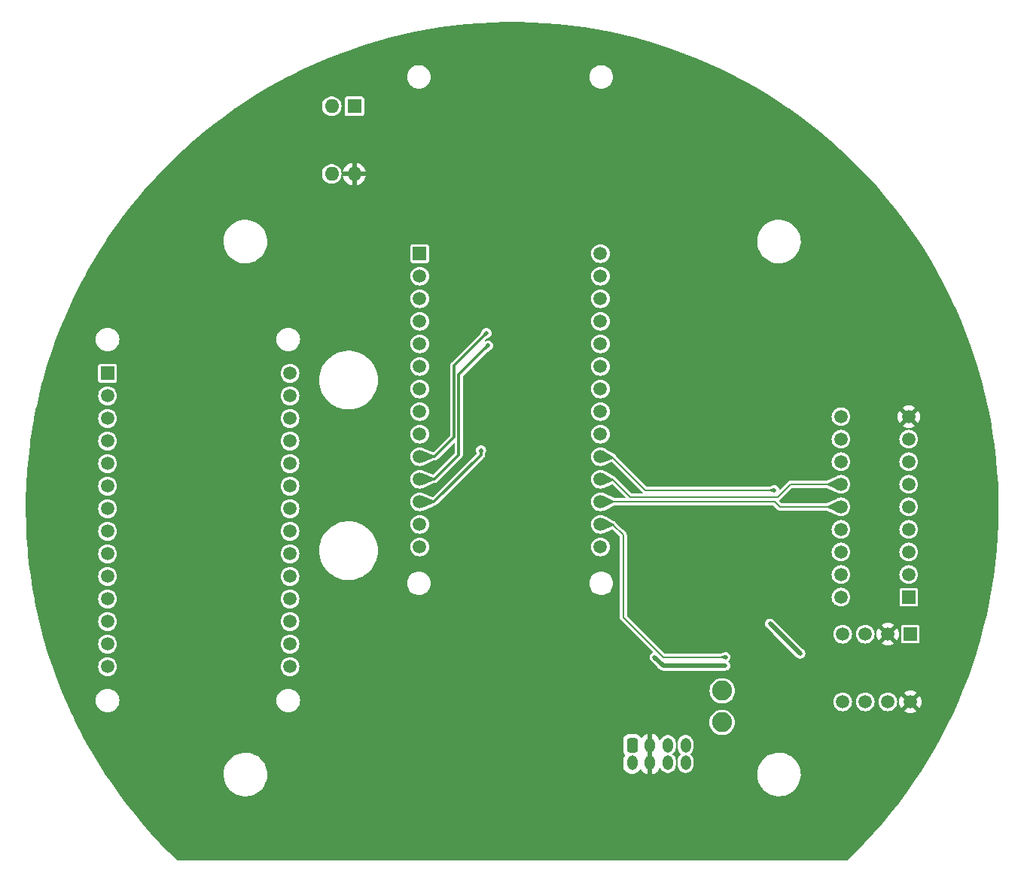
<source format=gbr>
%TF.GenerationSoftware,KiCad,Pcbnew,7.0.1-0*%
%TF.CreationDate,2023-05-25T18:21:20+09:00*%
%TF.ProjectId,SystemData,53797374-656d-4446-9174-612e6b696361,rev?*%
%TF.SameCoordinates,Original*%
%TF.FileFunction,Copper,L2,Bot*%
%TF.FilePolarity,Positive*%
%FSLAX46Y46*%
G04 Gerber Fmt 4.6, Leading zero omitted, Abs format (unit mm)*
G04 Created by KiCad (PCBNEW 7.0.1-0) date 2023-05-25 18:21:20*
%MOMM*%
%LPD*%
G01*
G04 APERTURE LIST*
G04 Aperture macros list*
%AMRoundRect*
0 Rectangle with rounded corners*
0 $1 Rounding radius*
0 $2 $3 $4 $5 $6 $7 $8 $9 X,Y pos of 4 corners*
0 Add a 4 corners polygon primitive as box body*
4,1,4,$2,$3,$4,$5,$6,$7,$8,$9,$2,$3,0*
0 Add four circle primitives for the rounded corners*
1,1,$1+$1,$2,$3*
1,1,$1+$1,$4,$5*
1,1,$1+$1,$6,$7*
1,1,$1+$1,$8,$9*
0 Add four rect primitives between the rounded corners*
20,1,$1+$1,$2,$3,$4,$5,0*
20,1,$1+$1,$4,$5,$6,$7,0*
20,1,$1+$1,$6,$7,$8,$9,0*
20,1,$1+$1,$8,$9,$2,$3,0*%
G04 Aperture macros list end*
%TA.AperFunction,ComponentPad*%
%ADD10C,2.250000*%
%TD*%
%TA.AperFunction,ComponentPad*%
%ADD11R,1.500000X1.500000*%
%TD*%
%TA.AperFunction,ComponentPad*%
%ADD12C,1.500000*%
%TD*%
%TA.AperFunction,ComponentPad*%
%ADD13R,1.508000X1.508000*%
%TD*%
%TA.AperFunction,ComponentPad*%
%ADD14C,1.508000*%
%TD*%
%TA.AperFunction,ComponentPad*%
%ADD15RoundRect,0.250000X-0.350000X-0.560000X0.350000X-0.560000X0.350000X0.560000X-0.350000X0.560000X0*%
%TD*%
%TA.AperFunction,ComponentPad*%
%ADD16O,1.200000X1.650000*%
%TD*%
%TA.AperFunction,ComponentPad*%
%ADD17R,1.600000X1.600000*%
%TD*%
%TA.AperFunction,ComponentPad*%
%ADD18O,1.600000X1.600000*%
%TD*%
%TA.AperFunction,ViaPad*%
%ADD19C,0.510000*%
%TD*%
%TA.AperFunction,Conductor*%
%ADD20C,0.500000*%
%TD*%
%TA.AperFunction,Conductor*%
%ADD21C,0.200000*%
%TD*%
%TA.AperFunction,Conductor*%
%ADD22C,0.300000*%
%TD*%
G04 APERTURE END LIST*
D10*
%TO.P,TP2,1,1*%
%TO.N,CAN_L*%
X172122000Y-125573432D03*
%TD*%
D11*
%TO.P,U1,1,TXD*%
%TO.N,CAN_TX*%
X193277500Y-119200200D03*
D12*
%TO.P,U1,2,VSS*%
%TO.N,GND*%
X190737500Y-119200200D03*
%TO.P,U1,3,VDD*%
%TO.N,+5V*%
X188197500Y-119200200D03*
%TO.P,U1,4,RXD*%
%TO.N,CAN_RX*%
X185657500Y-119200200D03*
%TO.P,U1,5,Vio*%
%TO.N,+3.3V*%
X185657500Y-126820200D03*
%TO.P,U1,6,CANL*%
%TO.N,CAN_L*%
X188197500Y-126820200D03*
%TO.P,U1,7,CANH*%
%TO.N,CAN_H*%
X190737500Y-126820200D03*
%TO.P,U1,8,STBY*%
%TO.N,GND*%
X193277500Y-126820200D03*
%TD*%
D13*
%TO.P,U5,0*%
%TO.N,unconnected-(U5-Pad0)*%
X103000000Y-89840000D03*
D14*
%TO.P,U5,1*%
%TO.N,unconnected-(U5-Pad1)*%
X103000000Y-92380000D03*
%TO.P,U5,2*%
%TO.N,unconnected-(U5-Pad2)*%
X103000000Y-94920000D03*
%TO.P,U5,3*%
%TO.N,unconnected-(U5-Pad3)*%
X103000000Y-97460000D03*
%TO.P,U5,4*%
%TO.N,unconnected-(U5-Pad4)*%
X103000000Y-100000000D03*
%TO.P,U5,5*%
%TO.N,unconnected-(U5-Pad5)*%
X103000000Y-102540000D03*
%TO.P,U5,6*%
%TO.N,unconnected-(U5-Pad6)*%
X103000000Y-105080000D03*
%TO.P,U5,7*%
%TO.N,unconnected-(U5-Pad7)*%
X103000000Y-107620000D03*
%TO.P,U5,8*%
%TO.N,unconnected-(U5-Pad8)*%
X103000000Y-110160000D03*
%TO.P,U5,9*%
%TO.N,unconnected-(U5-Pad9)*%
X103000000Y-112700000D03*
%TO.P,U5,10*%
%TO.N,unconnected-(U5-Pad10)*%
X103000000Y-115240000D03*
%TO.P,U5,11*%
%TO.N,unconnected-(U5-Pad11)*%
X103000000Y-117780000D03*
%TO.P,U5,12*%
%TO.N,unconnected-(U5-Pad12)*%
X103000000Y-120320000D03*
%TO.P,U5,13*%
%TO.N,unconnected-(U5-Pad13)*%
X103000000Y-122860000D03*
%TO.P,U5,14*%
%TO.N,unconnected-(U5-Pad14)*%
X123520000Y-122860000D03*
%TO.P,U5,15*%
%TO.N,unconnected-(U5-Pad15)*%
X123520000Y-120320000D03*
%TO.P,U5,16*%
%TO.N,unconnected-(U5-Pad16)*%
X123520000Y-117780000D03*
%TO.P,U5,17*%
%TO.N,unconnected-(U5-Pad17)*%
X123520000Y-115240000D03*
%TO.P,U5,18*%
%TO.N,unconnected-(U5-Pad18)*%
X123520000Y-112700000D03*
%TO.P,U5,19*%
%TO.N,unconnected-(U5-Pad19)*%
X123520000Y-110160000D03*
%TO.P,U5,20*%
%TO.N,unconnected-(U5-Pad20)*%
X123520000Y-107620000D03*
%TO.P,U5,21*%
%TO.N,unconnected-(U5-Pad21)*%
X123520000Y-105080000D03*
%TO.P,U5,22*%
%TO.N,unconnected-(U5-Pad22)*%
X123520000Y-102540000D03*
%TO.P,U5,23*%
%TO.N,unconnected-(U5-Pad23)*%
X123520000Y-100000000D03*
%TO.P,U5,24*%
%TO.N,unconnected-(U5-Pad24)*%
X123520000Y-97460000D03*
%TO.P,U5,25*%
%TO.N,unconnected-(U5-Pad25)*%
X123520000Y-94920000D03*
%TO.P,U5,26*%
%TO.N,unconnected-(U5-Pad26)*%
X123520000Y-92380000D03*
%TO.P,U5,27*%
%TO.N,unconnected-(U5-Pad27)*%
X123520000Y-89840000D03*
%TD*%
D13*
%TO.P,U4,1,PA03_VREFA/AREF*%
%TO.N,unconnected-(U4-PA03_VREFA{slash}AREF-Pad1)*%
X138102500Y-76359800D03*
D14*
%TO.P,U4,2,PA02_AIN0/DAC0/A0*%
%TO.N,unconnected-(U4-PA02_AIN0{slash}DAC0{slash}A0-Pad2)*%
X138102500Y-78899800D03*
%TO.P,U4,3,PB02_AIN10/A1*%
%TO.N,unconnected-(U4-PB02_AIN10{slash}A1-Pad3)*%
X138102500Y-81439800D03*
%TO.P,U4,4,PB03_AIN11/A2*%
%TO.N,unconnected-(U4-PB03_AIN11{slash}A2-Pad4)*%
X138102500Y-83979800D03*
%TO.P,U4,5,PA04_AIN4/A3*%
%TO.N,unconnected-(U4-PA04_AIN4{slash}A3-Pad5)*%
X138102500Y-86519800D03*
%TO.P,U4,6,PA05_AIN5/A4*%
%TO.N,unconnected-(U4-PA05_AIN5{slash}A4-Pad6)*%
X138102500Y-89059800D03*
%TO.P,U4,7,PA06_AIN6/A5*%
%TO.N,unconnected-(U4-PA06_AIN6{slash}A5-Pad7)*%
X138102500Y-91599800D03*
%TO.P,U4,8,PA07_AIN7/A6*%
%TO.N,unconnected-(U4-PA07_AIN7{slash}A6-Pad8)*%
X138102500Y-94139800D03*
%TO.P,U4,9,PA22_TC4-W0/0*%
%TO.N,DEBUG_MODE*%
X138102500Y-96679800D03*
%TO.P,U4,10,PA23_TC4-W1/1*%
%TO.N,CAN_RECEIVE_STATUS*%
X138102500Y-99219800D03*
%TO.P,U4,11,PA10_TCC0-W2/~2*%
%TO.N,CAN_SEND_STATUS*%
X138102500Y-101759800D03*
%TO.P,U4,12,PA11_TCC0-W3/~3*%
%TO.N,LORA_RECEIVE_STATUS*%
X138102500Y-104299800D03*
%TO.P,U4,13,PB10_TCC0-W4/~4*%
%TO.N,LORA_SEND_STATUS*%
X138102500Y-106839800D03*
%TO.P,U4,14,PB11_TCC0-W5/~5*%
%TO.N,GNSS_STATUS*%
X138102500Y-109379800D03*
%TO.P,U4,15,PA20_TCC0-W6*%
%TO.N,unconnected-(U4-PA20_TCC0-W6-Pad15)*%
X158422500Y-109379800D03*
%TO.P,U4,16,PA21_TCC0-W7*%
%TO.N,SPI_CS_MCP*%
X158422500Y-106839800D03*
%TO.P,U4,17,PA16_S1_MOSI*%
%TO.N,SPI_MOSI*%
X158422500Y-104299800D03*
%TO.P,U4,18,PA17_S1_SCK*%
%TO.N,SPI_SCLK*%
X158422500Y-101759800D03*
%TO.P,U4,19,PA19_S1_MISO*%
%TO.N,SPI_MISO*%
X158422500Y-99219800D03*
%TO.P,U4,20,PA08_S0_I2C_SDA*%
%TO.N,unconnected-(U4-PA08_S0_I2C_SDA-Pad20)*%
X158422500Y-96679800D03*
%TO.P,U4,21,PA09_S0_I2C_SCL*%
%TO.N,unconnected-(U4-PA09_S0_I2C_SCL-Pad21)*%
X158422500Y-94139800D03*
%TO.P,U4,22,PB23_S5_RX*%
%TO.N,unconnected-(U4-PB23_S5_RX-Pad22)*%
X158422500Y-91599800D03*
%TO.P,U4,23,PB22_S5_TX*%
%TO.N,unconnected-(U4-PB22_S5_TX-Pad23)*%
X158422500Y-89059800D03*
%TO.P,U4,24,RESET*%
%TO.N,unconnected-(U4-RESET-Pad24)*%
X158422500Y-86519800D03*
%TO.P,U4,25,GND*%
%TO.N,unconnected-(U4-GND-Pad25)*%
X158422500Y-83979800D03*
%TO.P,U4,26,+3V3*%
%TO.N,+3.3V*%
X158422500Y-81439800D03*
%TO.P,U4,27,VIN*%
%TO.N,+5V*%
X158422500Y-78899800D03*
%TO.P,U4,28,+5V*%
%TO.N,unconnected-(U4-+5V-Pad28)*%
X158422500Y-76359800D03*
%TD*%
D10*
%TO.P,TP1,1,1*%
%TO.N,CAN_H*%
X172100000Y-129129432D03*
%TD*%
D15*
%TO.P,J1,1,Pin_1*%
%TO.N,+12V*%
X162000000Y-131690000D03*
D16*
%TO.P,J1,2,Pin_2*%
X162000000Y-133690000D03*
%TO.P,J1,3,Pin_3*%
%TO.N,GND*%
X164000000Y-131690000D03*
%TO.P,J1,4,Pin_4*%
X164000000Y-133690000D03*
%TO.P,J1,5,Pin_5*%
%TO.N,CAN_L*%
X166000000Y-131690000D03*
%TO.P,J1,6,Pin_6*%
X166000000Y-133690000D03*
%TO.P,J1,7,Pin_7*%
%TO.N,CAN_H*%
X168000000Y-131690000D03*
%TO.P,J1,8,Pin_8*%
X168000000Y-133690000D03*
%TD*%
D11*
%TO.P,U2,1,TXCAN*%
%TO.N,CAN_TX*%
X193097500Y-115040200D03*
D12*
%TO.P,U2,2,RXCAN*%
%TO.N,CAN_RX*%
X193097500Y-112500200D03*
%TO.P,U2,3,CLKOUT/SOF*%
%TO.N,unconnected-(U2-CLKOUT{slash}SOF-Pad3)*%
X193097500Y-109960200D03*
%TO.P,U2,4,~TX0RTS*%
%TO.N,unconnected-(U2-~TX0RTS-Pad4)*%
X193097500Y-107420200D03*
%TO.P,U2,5,~TX1RTS*%
%TO.N,unconnected-(U2-~TX1RTS-Pad5)*%
X193097500Y-104880200D03*
%TO.P,U2,6,~TX2RTS*%
%TO.N,unconnected-(U2-~TX2RTS-Pad6)*%
X193097500Y-102340200D03*
%TO.P,U2,7,OSC2*%
%TO.N,OSC2*%
X193097500Y-99800200D03*
%TO.P,U2,8,OSC1*%
%TO.N,OSC1*%
X193097500Y-97260200D03*
%TO.P,U2,9,VSS*%
%TO.N,GND*%
X193097500Y-94720200D03*
%TO.P,U2,10,~RX1BF*%
%TO.N,unconnected-(U2-~RX1BF-Pad10)*%
X185477500Y-94720200D03*
%TO.P,U2,11,~RX0BF*%
%TO.N,unconnected-(U2-~RX0BF-Pad11)*%
X185477500Y-97260200D03*
%TO.P,U2,12,~INT*%
%TO.N,unconnected-(U2-~INT-Pad12)*%
X185477500Y-99800200D03*
%TO.P,U2,13,SCK*%
%TO.N,SPI_SCLK*%
X185477500Y-102340200D03*
%TO.P,U2,14,SI*%
%TO.N,SPI_MOSI*%
X185477500Y-104880200D03*
%TO.P,U2,15,SO*%
%TO.N,SPI_MISO*%
X185477500Y-107420200D03*
%TO.P,U2,16,~CS*%
%TO.N,SPI_CS_MCP*%
X185477500Y-109960200D03*
%TO.P,U2,17,~RESET*%
%TO.N,Net-(U2-~RESET)*%
X185477500Y-112500200D03*
%TO.P,U2,18,VDD*%
%TO.N,+3.3V*%
X185477500Y-115040200D03*
%TD*%
D17*
%TO.P,SW1,1*%
%TO.N,DEBUG_MODE*%
X130750000Y-59774432D03*
D18*
%TO.P,SW1,2*%
%TO.N,unconnected-(SW1-Pad2)*%
X128210000Y-59774432D03*
%TO.P,SW1,3*%
%TO.N,unconnected-(SW1-Pad3)*%
X128210000Y-67394432D03*
%TO.P,SW1,4*%
%TO.N,GND*%
X130750000Y-67394432D03*
%TD*%
D19*
%TO.N,GND*%
X186700000Y-67800000D03*
X142700000Y-80800000D03*
X172000000Y-111499432D03*
X146100000Y-89000000D03*
X162500000Y-68800000D03*
X187300000Y-114600000D03*
X173300000Y-66200000D03*
X127300000Y-94400000D03*
X179700000Y-112200000D03*
X139900000Y-108200000D03*
X195700000Y-110800000D03*
X95900000Y-114600000D03*
X108900000Y-79800000D03*
X201300000Y-114600000D03*
X170900000Y-77600000D03*
X163700000Y-143800000D03*
X156700000Y-72000000D03*
X120500000Y-91800000D03*
X180500000Y-122800000D03*
X107300000Y-91600000D03*
X136300000Y-94200000D03*
X148900000Y-113200000D03*
X165500000Y-66000000D03*
X138100000Y-111600000D03*
X183700000Y-100800000D03*
X173500000Y-57600000D03*
X160100000Y-84800000D03*
X133500000Y-58400000D03*
X173700000Y-124000000D03*
X179500000Y-104000000D03*
X138300000Y-143600000D03*
X160100000Y-80400000D03*
X163100000Y-117600000D03*
X136300000Y-108400000D03*
X182900000Y-103600000D03*
X152300000Y-96200000D03*
X165300000Y-63000000D03*
X187500000Y-103800000D03*
X143100000Y-99600000D03*
X201900000Y-101800000D03*
X167300000Y-137800000D03*
X130900000Y-72200000D03*
X112700000Y-124800000D03*
X142700000Y-86000000D03*
X180100000Y-117800000D03*
X157700000Y-135800000D03*
X196100000Y-98600000D03*
X161300000Y-66200000D03*
X168900000Y-79200000D03*
X140500000Y-96600000D03*
X170217000Y-84000000D03*
X159300000Y-64000000D03*
X166700000Y-80399432D03*
X184100000Y-106000000D03*
X184900000Y-117200000D03*
X190156000Y-85441432D03*
X183679000Y-113508432D03*
X141700000Y-123600000D03*
X139500000Y-103000000D03*
X170344000Y-93823432D03*
X110700000Y-67800000D03*
X176800000Y-102099432D03*
X151300000Y-72000000D03*
X160100000Y-118200000D03*
X191500000Y-114000000D03*
X126300000Y-78000000D03*
X99700000Y-82600000D03*
X184100000Y-108600000D03*
X130500000Y-119600000D03*
X164700000Y-124200000D03*
X194300000Y-123000000D03*
X187300000Y-117800000D03*
X159900000Y-98000000D03*
X145900000Y-83200000D03*
X127300000Y-117800000D03*
X109300000Y-133000000D03*
X162900000Y-100600000D03*
X148100000Y-51000000D03*
X141100000Y-61600000D03*
X196100000Y-131400000D03*
X95300000Y-101600000D03*
X134500000Y-103400000D03*
X166700000Y-126499432D03*
X191900000Y-128200000D03*
X159900000Y-105400000D03*
X153500000Y-61400000D03*
X156300000Y-77800000D03*
X184314000Y-111095432D03*
X186500000Y-120800000D03*
X177500000Y-120400000D03*
X178900000Y-96600000D03*
X120700000Y-67800000D03*
X140500000Y-137600000D03*
X156100000Y-124600000D03*
X136500000Y-98000000D03*
X133100000Y-78800000D03*
X120500000Y-105600000D03*
X172700000Y-83000000D03*
X185300000Y-132200000D03*
X105700000Y-117600000D03*
X143300000Y-90600000D03*
X166300000Y-92800000D03*
X140900000Y-70800000D03*
X189902000Y-94585432D03*
X113300000Y-143200000D03*
X186700000Y-125000000D03*
X167400000Y-105099432D03*
X187500000Y-94000000D03*
X113100000Y-100000000D03*
X162900000Y-93800000D03*
X149500000Y-131000000D03*
X163900000Y-74200000D03*
X191100000Y-101000000D03*
X162900000Y-85400000D03*
X177700000Y-105600000D03*
X120300000Y-118000000D03*
X160300000Y-77200000D03*
X112700000Y-112000000D03*
X152300000Y-106800000D03*
X197500000Y-82800000D03*
X145700000Y-100800000D03*
X176800000Y-111799432D03*
X177900000Y-116200000D03*
X133100000Y-87600000D03*
X159700000Y-108400000D03*
X178900000Y-126000000D03*
X126900000Y-106800000D03*
X168100000Y-128400000D03*
X128100000Y-133400000D03*
X184300000Y-143600000D03*
X176700000Y-85600000D03*
X101500000Y-131400000D03*
X169500000Y-102099432D03*
X191900000Y-117200000D03*
X174200000Y-107899432D03*
X167100000Y-120600000D03*
X106700000Y-105200000D03*
X152300000Y-88000000D03*
X124900000Y-57600000D03*
X172900000Y-120400000D03*
X191100000Y-111000000D03*
X194700000Y-117200000D03*
X163100000Y-114400000D03*
X186900000Y-128000000D03*
X181266000Y-119858432D03*
X176100000Y-83000000D03*
%TO.N,+5V*%
X177488650Y-118011350D03*
X178277300Y-118800000D03*
X180300000Y-120800000D03*
X180900000Y-121400000D03*
%TO.N,+3.3V*%
X171100000Y-122750200D03*
X172477500Y-122750200D03*
X164513650Y-121786350D03*
X165300000Y-122600000D03*
%TO.N,SPI_CS_MCP*%
X172500000Y-121790497D03*
%TO.N,SPI_MISO*%
X177977500Y-103000200D03*
%TO.N,CAN_RECEIVE_STATUS*%
X145614645Y-85314645D03*
%TO.N,CAN_SEND_STATUS*%
X145806150Y-86706150D03*
%TO.N,LORA_RECEIVE_STATUS*%
X145000000Y-98500000D03*
%TD*%
D20*
%TO.N,+5V*%
X180877300Y-121400000D02*
X180900000Y-121400000D01*
X177488650Y-118011350D02*
X180877300Y-121400000D01*
%TO.N,+3.3V*%
X172477500Y-122750200D02*
X165477500Y-122750200D01*
X165477500Y-122750200D02*
X164513650Y-121786350D01*
D21*
%TO.N,SPI_CS_MCP*%
X172500000Y-121790497D02*
X165500497Y-121790497D01*
X161000000Y-117290000D02*
X161000000Y-108040000D01*
X161000000Y-108040000D02*
X159839800Y-106879800D01*
X165500497Y-121790497D02*
X161000000Y-117290000D01*
X159839800Y-106879800D02*
X158422500Y-106879800D01*
%TO.N,SPI_MOSI*%
X158422700Y-104300000D02*
X178038650Y-104300000D01*
X178618850Y-104880200D02*
X185477500Y-104880200D01*
X178038650Y-104300000D02*
X178618850Y-104880200D01*
%TO.N,SPI_SCLK*%
X179798650Y-102340200D02*
X185477500Y-102340200D01*
X159759800Y-101759800D02*
X161750200Y-103750200D01*
X158422500Y-101759800D02*
X159759800Y-101759800D01*
X161750200Y-103750200D02*
X178388650Y-103750200D01*
X178388650Y-103750200D02*
X179798650Y-102340200D01*
%TO.N,SPI_MISO*%
X159697100Y-99219800D02*
X163477500Y-103000200D01*
X163477500Y-103000200D02*
X177977500Y-103000200D01*
X158422500Y-99219800D02*
X159697100Y-99219800D01*
D22*
%TO.N,CAN_RECEIVE_STATUS*%
X142000000Y-97000000D02*
X139780200Y-99219800D01*
X145614645Y-85314645D02*
X142000000Y-88929290D01*
X142000000Y-88929290D02*
X142000000Y-97000000D01*
X139780200Y-99219800D02*
X138102500Y-99219800D01*
%TO.N,CAN_SEND_STATUS*%
X139740200Y-101759800D02*
X138102500Y-101759800D01*
X142500000Y-90012300D02*
X142500000Y-99000000D01*
X142500000Y-99000000D02*
X139740200Y-101759800D01*
X145806150Y-86706150D02*
X142500000Y-90012300D01*
%TO.N,LORA_RECEIVE_STATUS*%
X145000000Y-98500000D02*
X145000000Y-99000000D01*
X139700200Y-104299800D02*
X138102500Y-104299800D01*
X145000000Y-99000000D02*
X139700200Y-104299800D01*
%TD*%
%TA.AperFunction,Conductor*%
%TO.N,GND*%
G36*
X149237930Y-50304921D02*
G01*
X150709866Y-50344600D01*
X150711517Y-50344667D01*
X152181902Y-50423999D01*
X152183480Y-50424105D01*
X153651289Y-50543039D01*
X153652821Y-50543185D01*
X155116823Y-50701621D01*
X155118471Y-50701822D01*
X156577633Y-50899648D01*
X156579181Y-50899878D01*
X158032561Y-51136965D01*
X158034164Y-51137249D01*
X159480528Y-51413395D01*
X159482157Y-51413728D01*
X160920595Y-51728759D01*
X160922186Y-51729131D01*
X162351579Y-52082800D01*
X162353117Y-52083202D01*
X163772548Y-52475286D01*
X163774060Y-52475726D01*
X165182377Y-52905907D01*
X165183960Y-52906414D01*
X166580132Y-53374376D01*
X166581652Y-53374908D01*
X167964724Y-53880329D01*
X167966227Y-53880900D01*
X169335191Y-54423414D01*
X169336713Y-54424041D01*
X170690502Y-55003222D01*
X170692033Y-55003901D01*
X172029779Y-55619378D01*
X172031205Y-55620058D01*
X172842024Y-56019921D01*
X173351855Y-56271349D01*
X173353355Y-56272114D01*
X174176571Y-56706050D01*
X174601574Y-56930079D01*
X174655930Y-56958731D01*
X174657405Y-56959534D01*
X175941046Y-57681027D01*
X175942456Y-57681844D01*
X177206215Y-58437682D01*
X177207565Y-58438514D01*
X178450509Y-59228139D01*
X178451880Y-59229036D01*
X179562738Y-59977513D01*
X179673036Y-60051830D01*
X179674418Y-60052789D01*
X180872971Y-60908198D01*
X180874261Y-60909145D01*
X182049379Y-61796580D01*
X182050660Y-61797575D01*
X183201366Y-62716299D01*
X183202668Y-62717367D01*
X184328216Y-63666780D01*
X184329488Y-63667883D01*
X185429025Y-64647264D01*
X185430268Y-64648402D01*
X186502989Y-65657034D01*
X186504200Y-65658204D01*
X187549390Y-66695414D01*
X187550550Y-66696596D01*
X188455544Y-67644432D01*
X188567412Y-67761596D01*
X188568548Y-67762819D01*
X188596466Y-67793682D01*
X189556334Y-68854826D01*
X189557447Y-68856090D01*
X190515457Y-69974330D01*
X190516535Y-69975624D01*
X191444033Y-71119237D01*
X191445076Y-71120559D01*
X192341421Y-72288748D01*
X192342429Y-72290099D01*
X193207007Y-73482074D01*
X193207977Y-73483450D01*
X194040080Y-74698229D01*
X194041013Y-74699631D01*
X194840095Y-75936418D01*
X194840990Y-75937845D01*
X195606459Y-77195725D01*
X195607315Y-77197176D01*
X196338592Y-78475195D01*
X196339409Y-78476668D01*
X197035996Y-79773957D01*
X197036773Y-79775452D01*
X197698148Y-81091039D01*
X197698883Y-81092552D01*
X198213584Y-82189052D01*
X198324561Y-82425472D01*
X198325256Y-82427006D01*
X198914781Y-83776287D01*
X198915435Y-83777839D01*
X199468412Y-85142579D01*
X199469023Y-85144149D01*
X199984997Y-86523223D01*
X199985566Y-86524808D01*
X200464201Y-87917321D01*
X200464727Y-87918921D01*
X200905661Y-89323813D01*
X200906144Y-89325427D01*
X201309063Y-90741704D01*
X201309502Y-90743330D01*
X201674109Y-92169943D01*
X201674504Y-92171580D01*
X202000541Y-93607534D01*
X202000891Y-93609182D01*
X202288098Y-95053307D01*
X202288405Y-95054963D01*
X202536609Y-96506410D01*
X202536870Y-96508074D01*
X202745861Y-97965600D01*
X202746078Y-97967270D01*
X202915724Y-99429971D01*
X202915895Y-99431647D01*
X203046056Y-100898306D01*
X203046183Y-100899986D01*
X203136779Y-102369688D01*
X203136860Y-102371370D01*
X203187818Y-103842982D01*
X203187853Y-103844666D01*
X203199137Y-105317077D01*
X203199127Y-105318761D01*
X203170730Y-106790941D01*
X203170675Y-106792625D01*
X203102615Y-108263508D01*
X203102515Y-108265189D01*
X202994843Y-109733742D01*
X202994697Y-109735420D01*
X202847492Y-111200505D01*
X202847301Y-111202179D01*
X202660669Y-112662777D01*
X202660433Y-112664445D01*
X202434509Y-114119479D01*
X202434228Y-114121139D01*
X202169182Y-115569531D01*
X202168857Y-115571184D01*
X201864866Y-117011959D01*
X201864496Y-117013602D01*
X201521800Y-118445626D01*
X201521386Y-118447259D01*
X201140220Y-119869545D01*
X201139762Y-119871166D01*
X200720404Y-121282675D01*
X200719902Y-121284283D01*
X200262679Y-122683921D01*
X200262135Y-122685515D01*
X199767331Y-124072415D01*
X199766743Y-124073993D01*
X199234787Y-125446945D01*
X199234158Y-125448508D01*
X198665349Y-126806740D01*
X198664677Y-126808284D01*
X198059508Y-128150622D01*
X198058795Y-128152148D01*
X197417682Y-129477672D01*
X197416929Y-129479179D01*
X196740291Y-130787021D01*
X196739497Y-130788506D01*
X196027877Y-132077611D01*
X196027043Y-132079074D01*
X195280961Y-133348506D01*
X195280088Y-133349947D01*
X194500039Y-134598861D01*
X194499127Y-134600277D01*
X193685751Y-135827650D01*
X193684802Y-135829042D01*
X192838611Y-137034102D01*
X192837625Y-137035467D01*
X191959268Y-138217287D01*
X191958245Y-138218625D01*
X191048365Y-139376340D01*
X191047306Y-139377650D01*
X190106596Y-140510382D01*
X190105503Y-140511664D01*
X189134544Y-141618711D01*
X189133416Y-141619962D01*
X188133015Y-142700401D01*
X188131854Y-142701621D01*
X187102720Y-143754691D01*
X187101527Y-143755880D01*
X186146461Y-144681872D01*
X186102955Y-144699500D01*
X110897045Y-144699500D01*
X110853539Y-144681872D01*
X109898472Y-143755880D01*
X109897279Y-143754691D01*
X108868145Y-142701621D01*
X108866984Y-142700401D01*
X107866583Y-141619962D01*
X107865455Y-141618711D01*
X106894496Y-140511664D01*
X106893403Y-140510382D01*
X105952693Y-139377650D01*
X105951634Y-139376340D01*
X105041754Y-138218625D01*
X105040731Y-138217287D01*
X104162374Y-137035467D01*
X104161388Y-137034102D01*
X103315197Y-135829042D01*
X103314248Y-135827650D01*
X103228775Y-135698673D01*
X102713610Y-134921296D01*
X116045717Y-134921296D01*
X116055802Y-135235789D01*
X116106021Y-135546410D01*
X116151211Y-135698670D01*
X116195549Y-135848059D01*
X116322916Y-136135786D01*
X116406058Y-136272936D01*
X116486030Y-136404858D01*
X116682214Y-136650865D01*
X116682215Y-136650866D01*
X116908246Y-136869765D01*
X117160415Y-137057963D01*
X117434578Y-137212370D01*
X117591962Y-137276087D01*
X117726238Y-137330449D01*
X118030601Y-137410263D01*
X118342673Y-137450500D01*
X118578573Y-137450500D01*
X118578580Y-137450500D01*
X118814008Y-137435385D01*
X119122860Y-137375236D01*
X119421485Y-137276086D01*
X119704979Y-137139562D01*
X119968687Y-136967907D01*
X120208280Y-136763939D01*
X120419822Y-136531007D01*
X120599842Y-136272936D01*
X120745381Y-135993964D01*
X120854052Y-135698670D01*
X120924069Y-135391905D01*
X120954283Y-135078704D01*
X120944198Y-134764211D01*
X120893979Y-134453590D01*
X120804451Y-134151941D01*
X120721758Y-133965136D01*
X160979500Y-133965136D01*
X160994265Y-134115051D01*
X161052619Y-134307419D01*
X161099907Y-134395889D01*
X161147379Y-134484703D01*
X161274906Y-134640094D01*
X161430297Y-134767621D01*
X161607582Y-134862381D01*
X161799947Y-134920734D01*
X162000000Y-134940438D01*
X162200053Y-134920734D01*
X162392418Y-134862381D01*
X162569703Y-134767621D01*
X162725094Y-134640094D01*
X162852621Y-134484703D01*
X162900093Y-134395887D01*
X162933486Y-134366749D01*
X162977807Y-134367078D01*
X163010764Y-134396712D01*
X163070410Y-134512410D01*
X163200270Y-134677539D01*
X163359033Y-134815108D01*
X163540964Y-134920146D01*
X163739485Y-134988855D01*
X163750000Y-134990367D01*
X163750000Y-130393741D01*
X163638588Y-130420770D01*
X163447500Y-130508036D01*
X163276374Y-130629895D01*
X163131407Y-130781932D01*
X163077492Y-130865825D01*
X163039982Y-130892691D01*
X162994260Y-130886501D01*
X162971461Y-130858315D01*
X162969846Y-130859292D01*
X162926606Y-130787765D01*
X162881683Y-130713453D01*
X162766547Y-130598317D01*
X162627203Y-130514080D01*
X162556833Y-130492152D01*
X162471747Y-130465638D01*
X162404199Y-130459500D01*
X161595810Y-130459500D01*
X161566248Y-130462186D01*
X161528251Y-130465639D01*
X161443164Y-130492152D01*
X161372796Y-130514080D01*
X161233452Y-130598317D01*
X161118317Y-130713452D01*
X161034080Y-130852797D01*
X160985638Y-131008252D01*
X160979500Y-131075800D01*
X160979500Y-132304189D01*
X160979501Y-132304195D01*
X160985639Y-132371749D01*
X161009156Y-132447218D01*
X161034080Y-132527203D01*
X161118317Y-132666547D01*
X161197333Y-132745563D01*
X161215564Y-132786690D01*
X161201453Y-132829406D01*
X161147378Y-132895298D01*
X161052619Y-133072580D01*
X160994265Y-133264948D01*
X160979500Y-133414864D01*
X160979500Y-133965136D01*
X120721758Y-133965136D01*
X120677084Y-133864216D01*
X120677083Y-133864213D01*
X120513971Y-133595144D01*
X120513970Y-133595142D01*
X120317786Y-133349135D01*
X120091754Y-133130235D01*
X120078372Y-133120248D01*
X119839584Y-132942036D01*
X119565421Y-132787629D01*
X119273766Y-132669552D01*
X118969397Y-132589736D01*
X118657327Y-132549500D01*
X118421420Y-132549500D01*
X118185992Y-132564615D01*
X118185988Y-132564615D01*
X118185984Y-132564616D01*
X117877143Y-132624763D01*
X117578519Y-132723912D01*
X117295014Y-132860441D01*
X117031312Y-133032093D01*
X116791721Y-133236059D01*
X116580178Y-133468992D01*
X116400157Y-133727065D01*
X116254618Y-134006036D01*
X116152589Y-134283284D01*
X116145948Y-134301330D01*
X116144558Y-134307419D01*
X116075930Y-134608097D01*
X116051400Y-134862381D01*
X116045717Y-134921296D01*
X102713610Y-134921296D01*
X102500867Y-134600270D01*
X102499960Y-134598861D01*
X102493106Y-134587888D01*
X102102308Y-133962192D01*
X101719911Y-133349947D01*
X101719038Y-133348506D01*
X101293673Y-132624763D01*
X100972945Y-132079055D01*
X100972122Y-132077611D01*
X100908405Y-131962188D01*
X100260500Y-130788503D01*
X100259708Y-130787021D01*
X100054111Y-130389633D01*
X164250000Y-130389633D01*
X164250000Y-134986258D01*
X164361411Y-134959229D01*
X164444474Y-134921296D01*
X176045717Y-134921296D01*
X176055802Y-135235789D01*
X176106021Y-135546410D01*
X176151211Y-135698670D01*
X176195549Y-135848059D01*
X176322916Y-136135786D01*
X176406058Y-136272936D01*
X176486030Y-136404858D01*
X176682214Y-136650865D01*
X176682215Y-136650866D01*
X176908246Y-136869765D01*
X177160415Y-137057963D01*
X177434578Y-137212370D01*
X177591962Y-137276087D01*
X177726238Y-137330449D01*
X178030601Y-137410263D01*
X178342673Y-137450500D01*
X178578573Y-137450500D01*
X178578580Y-137450500D01*
X178814008Y-137435385D01*
X179122860Y-137375236D01*
X179421485Y-137276086D01*
X179704979Y-137139562D01*
X179968687Y-136967907D01*
X180208280Y-136763939D01*
X180419822Y-136531007D01*
X180599842Y-136272936D01*
X180745381Y-135993964D01*
X180854052Y-135698670D01*
X180924069Y-135391905D01*
X180954283Y-135078704D01*
X180944198Y-134764211D01*
X180893979Y-134453590D01*
X180804451Y-134151941D01*
X180677084Y-133864216D01*
X180677083Y-133864213D01*
X180513971Y-133595144D01*
X180513970Y-133595142D01*
X180317786Y-133349135D01*
X180091754Y-133130235D01*
X180078372Y-133120248D01*
X179839584Y-132942036D01*
X179565421Y-132787629D01*
X179273766Y-132669552D01*
X178969397Y-132589736D01*
X178657327Y-132549500D01*
X178421420Y-132549500D01*
X178185992Y-132564615D01*
X178185988Y-132564615D01*
X178185984Y-132564616D01*
X177877143Y-132624763D01*
X177578519Y-132723912D01*
X177295014Y-132860441D01*
X177031312Y-133032093D01*
X176791721Y-133236059D01*
X176580178Y-133468992D01*
X176400157Y-133727065D01*
X176254618Y-134006036D01*
X176152589Y-134283284D01*
X176145948Y-134301330D01*
X176144558Y-134307419D01*
X176075930Y-134608097D01*
X176051400Y-134862381D01*
X176045717Y-134921296D01*
X164444474Y-134921296D01*
X164552499Y-134871963D01*
X164723625Y-134750104D01*
X164868592Y-134598068D01*
X164982166Y-134421343D01*
X165048031Y-134256821D01*
X165071889Y-134227714D01*
X165108136Y-134217585D01*
X165143628Y-134230106D01*
X165165494Y-134260736D01*
X165172821Y-134283284D01*
X165238309Y-134396712D01*
X165267468Y-134447218D01*
X165326168Y-134512410D01*
X165394129Y-134587888D01*
X165547270Y-134699151D01*
X165720197Y-134776144D01*
X165843634Y-134802381D01*
X165905353Y-134815500D01*
X165905354Y-134815500D01*
X166094646Y-134815500D01*
X166094647Y-134815500D01*
X166140935Y-134805661D01*
X166279803Y-134776144D01*
X166452730Y-134699151D01*
X166605871Y-134587888D01*
X166732533Y-134447216D01*
X166827179Y-134283284D01*
X166885674Y-134103256D01*
X166900500Y-133962192D01*
X167099500Y-133962192D01*
X167104108Y-134006036D01*
X167114326Y-134103257D01*
X167172820Y-134283282D01*
X167267468Y-134447218D01*
X167326168Y-134512410D01*
X167394129Y-134587888D01*
X167547270Y-134699151D01*
X167720197Y-134776144D01*
X167843634Y-134802381D01*
X167905353Y-134815500D01*
X167905354Y-134815500D01*
X168094646Y-134815500D01*
X168094647Y-134815500D01*
X168140935Y-134805661D01*
X168279803Y-134776144D01*
X168452730Y-134699151D01*
X168605871Y-134587888D01*
X168732533Y-134447216D01*
X168827179Y-134283284D01*
X168885674Y-134103256D01*
X168900500Y-133962192D01*
X168900500Y-133417808D01*
X168885674Y-133276744D01*
X168827179Y-133096716D01*
X168732533Y-132932784D01*
X168732532Y-132932783D01*
X168732531Y-132932781D01*
X168605871Y-132792112D01*
X168534919Y-132740562D01*
X168512215Y-132709312D01*
X168512215Y-132670685D01*
X168534917Y-132639438D01*
X168605871Y-132587888D01*
X168732533Y-132447216D01*
X168827179Y-132283284D01*
X168885674Y-132103256D01*
X168900500Y-131962192D01*
X168900500Y-131417808D01*
X168885674Y-131276744D01*
X168827179Y-131096716D01*
X168732533Y-130932784D01*
X168732532Y-130932783D01*
X168732531Y-130932781D01*
X168660512Y-130852797D01*
X168605871Y-130792112D01*
X168452730Y-130680849D01*
X168279803Y-130603856D01*
X168279801Y-130603855D01*
X168279800Y-130603855D01*
X168094647Y-130564500D01*
X168094646Y-130564500D01*
X167905354Y-130564500D01*
X167905353Y-130564500D01*
X167720199Y-130603855D01*
X167547271Y-130680848D01*
X167547269Y-130680849D01*
X167547270Y-130680849D01*
X167394129Y-130792112D01*
X167394126Y-130792114D01*
X167394126Y-130792115D01*
X167267468Y-130932781D01*
X167172820Y-131096717D01*
X167114326Y-131276742D01*
X167099500Y-131417812D01*
X167099500Y-131962188D01*
X167114326Y-132103257D01*
X167164222Y-132256821D01*
X167172821Y-132283284D01*
X167184893Y-132304194D01*
X167267468Y-132447218D01*
X167310870Y-132495420D01*
X167394129Y-132587888D01*
X167465080Y-132639437D01*
X167487783Y-132670685D01*
X167487783Y-132709312D01*
X167465079Y-132740562D01*
X167394129Y-132792111D01*
X167267468Y-132932781D01*
X167172820Y-133096717D01*
X167114326Y-133276742D01*
X167114325Y-133276744D01*
X167114326Y-133276744D01*
X167099500Y-133417808D01*
X167099500Y-133962192D01*
X166900500Y-133962192D01*
X166900500Y-133417808D01*
X166885674Y-133276744D01*
X166827179Y-133096716D01*
X166732533Y-132932784D01*
X166732532Y-132932783D01*
X166732531Y-132932781D01*
X166605871Y-132792112D01*
X166534919Y-132740562D01*
X166512215Y-132709312D01*
X166512215Y-132670685D01*
X166534917Y-132639438D01*
X166605871Y-132587888D01*
X166732533Y-132447216D01*
X166827179Y-132283284D01*
X166885674Y-132103256D01*
X166900500Y-131962192D01*
X166900500Y-131417808D01*
X166885674Y-131276744D01*
X166827179Y-131096716D01*
X166732533Y-130932784D01*
X166732532Y-130932783D01*
X166732531Y-130932781D01*
X166660512Y-130852797D01*
X166605871Y-130792112D01*
X166452730Y-130680849D01*
X166279803Y-130603856D01*
X166279801Y-130603855D01*
X166279800Y-130603855D01*
X166094647Y-130564500D01*
X166094646Y-130564500D01*
X165905354Y-130564500D01*
X165905353Y-130564500D01*
X165720199Y-130603855D01*
X165547271Y-130680848D01*
X165547269Y-130680849D01*
X165547270Y-130680849D01*
X165394129Y-130792112D01*
X165394126Y-130792114D01*
X165394126Y-130792115D01*
X165267468Y-130932781D01*
X165172821Y-131096716D01*
X165164620Y-131121955D01*
X165141553Y-131153465D01*
X165104286Y-131165134D01*
X165067367Y-131152405D01*
X165045211Y-131120248D01*
X165025850Y-131054310D01*
X164929589Y-130867589D01*
X164799729Y-130702460D01*
X164640966Y-130564891D01*
X164459035Y-130459853D01*
X164260514Y-130391144D01*
X164250000Y-130389633D01*
X100054111Y-130389633D01*
X99583070Y-129479179D01*
X99582317Y-129477672D01*
X99413885Y-129129432D01*
X170669615Y-129129432D01*
X170689124Y-129364866D01*
X170747117Y-129593877D01*
X170800388Y-129715324D01*
X170842014Y-129810221D01*
X170971224Y-130007992D01*
X170971225Y-130007993D01*
X171131227Y-130181800D01*
X171317654Y-130326902D01*
X171525421Y-130439340D01*
X171748861Y-130516048D01*
X171981880Y-130554932D01*
X172218118Y-130554932D01*
X172218120Y-130554932D01*
X172451139Y-130516048D01*
X172674579Y-130439340D01*
X172882346Y-130326902D01*
X173068773Y-130181800D01*
X173228775Y-130007993D01*
X173357986Y-129810220D01*
X173452883Y-129593877D01*
X173510876Y-129364866D01*
X173530385Y-129129432D01*
X173510876Y-128893998D01*
X173452883Y-128664987D01*
X173357986Y-128448644D01*
X173228775Y-128250871D01*
X173068773Y-128077064D01*
X172882346Y-127931962D01*
X172706195Y-127836634D01*
X172674581Y-127819525D01*
X172674580Y-127819524D01*
X172674579Y-127819524D01*
X172451139Y-127742816D01*
X172218120Y-127703932D01*
X171981880Y-127703932D01*
X171748860Y-127742816D01*
X171748861Y-127742816D01*
X171525418Y-127819525D01*
X171317652Y-127931963D01*
X171131229Y-128077062D01*
X170971224Y-128250871D01*
X170842014Y-128448642D01*
X170758763Y-128638435D01*
X170747117Y-128664987D01*
X170689124Y-128893998D01*
X170669615Y-129129432D01*
X99413885Y-129129432D01*
X99084609Y-128448642D01*
X98941188Y-128152114D01*
X98940507Y-128150656D01*
X98335320Y-126808280D01*
X98334650Y-126806740D01*
X98277385Y-126670000D01*
X101669436Y-126670000D01*
X101689650Y-126901051D01*
X101749679Y-127125077D01*
X101847699Y-127335281D01*
X101980729Y-127525269D01*
X102144730Y-127689270D01*
X102277761Y-127782418D01*
X102334719Y-127822301D01*
X102544921Y-127920320D01*
X102588373Y-127931963D01*
X102768948Y-127980349D01*
X102942127Y-127995500D01*
X102942129Y-127995500D01*
X103057871Y-127995500D01*
X103057873Y-127995500D01*
X103231051Y-127980349D01*
X103305726Y-127960339D01*
X103455079Y-127920320D01*
X103665281Y-127822301D01*
X103855269Y-127689270D01*
X104019270Y-127525269D01*
X104152301Y-127335282D01*
X104250320Y-127125079D01*
X104310349Y-126901050D01*
X104317423Y-126820199D01*
X104330563Y-126670000D01*
X121989436Y-126670000D01*
X122009650Y-126901051D01*
X122069679Y-127125077D01*
X122167699Y-127335281D01*
X122300729Y-127525269D01*
X122464730Y-127689270D01*
X122597761Y-127782418D01*
X122654719Y-127822301D01*
X122864921Y-127920320D01*
X122908373Y-127931963D01*
X123088948Y-127980349D01*
X123262127Y-127995500D01*
X123262129Y-127995500D01*
X123377871Y-127995500D01*
X123377873Y-127995500D01*
X123551051Y-127980349D01*
X123625726Y-127960339D01*
X123775079Y-127920320D01*
X123985281Y-127822301D01*
X124175269Y-127689270D01*
X124339270Y-127525269D01*
X124472301Y-127335282D01*
X124570320Y-127125079D01*
X124630349Y-126901050D01*
X124650563Y-126670000D01*
X124630349Y-126438950D01*
X124630349Y-126438948D01*
X124590329Y-126289597D01*
X124570320Y-126214921D01*
X124472301Y-126004719D01*
X124428745Y-125942515D01*
X124339270Y-125814730D01*
X124175269Y-125650729D01*
X124064877Y-125573432D01*
X170691615Y-125573432D01*
X170711124Y-125808866D01*
X170769117Y-126037877D01*
X170822388Y-126159323D01*
X170864014Y-126254221D01*
X170993224Y-126451992D01*
X170993225Y-126451993D01*
X171153227Y-126625800D01*
X171339654Y-126770902D01*
X171547421Y-126883340D01*
X171770861Y-126960048D01*
X172003880Y-126998932D01*
X172240118Y-126998932D01*
X172240120Y-126998932D01*
X172473139Y-126960048D01*
X172696579Y-126883340D01*
X172813253Y-126820199D01*
X184601917Y-126820199D01*
X184622199Y-127026132D01*
X184622200Y-127026134D01*
X184682268Y-127224154D01*
X184741668Y-127335282D01*
X184779817Y-127406653D01*
X184911089Y-127566610D01*
X185071046Y-127697882D01*
X185071050Y-127697885D01*
X185253546Y-127795432D01*
X185451566Y-127855500D01*
X185657500Y-127875783D01*
X185863434Y-127855500D01*
X186061454Y-127795432D01*
X186243950Y-127697885D01*
X186403910Y-127566610D01*
X186535185Y-127406650D01*
X186632732Y-127224154D01*
X186692800Y-127026134D01*
X186713083Y-126820200D01*
X186713083Y-126820199D01*
X187141917Y-126820199D01*
X187162199Y-127026132D01*
X187162200Y-127026134D01*
X187222268Y-127224154D01*
X187281668Y-127335282D01*
X187319817Y-127406653D01*
X187451089Y-127566610D01*
X187611046Y-127697882D01*
X187611050Y-127697885D01*
X187793546Y-127795432D01*
X187991566Y-127855500D01*
X188197500Y-127875783D01*
X188403434Y-127855500D01*
X188601454Y-127795432D01*
X188783950Y-127697885D01*
X188943910Y-127566610D01*
X189075185Y-127406650D01*
X189172732Y-127224154D01*
X189232800Y-127026134D01*
X189253083Y-126820200D01*
X189253083Y-126820199D01*
X189681917Y-126820199D01*
X189702199Y-127026132D01*
X189702200Y-127026134D01*
X189762268Y-127224154D01*
X189821668Y-127335282D01*
X189859817Y-127406653D01*
X189991089Y-127566610D01*
X190151046Y-127697882D01*
X190151050Y-127697885D01*
X190333546Y-127795432D01*
X190531566Y-127855500D01*
X190737500Y-127875783D01*
X190863987Y-127863325D01*
X192587926Y-127863325D01*
X192650110Y-127906866D01*
X192848343Y-127999303D01*
X193059610Y-128055912D01*
X193277500Y-128074975D01*
X193495389Y-128055912D01*
X193706656Y-127999303D01*
X193904885Y-127906867D01*
X193967071Y-127863324D01*
X193277500Y-127173753D01*
X192587926Y-127863325D01*
X190863987Y-127863325D01*
X190943434Y-127855500D01*
X191141454Y-127795432D01*
X191323950Y-127697885D01*
X191483910Y-127566610D01*
X191615185Y-127406650D01*
X191712732Y-127224154D01*
X191772800Y-127026134D01*
X191793083Y-126820200D01*
X191793083Y-126820199D01*
X192022724Y-126820199D01*
X192041787Y-127038089D01*
X192098396Y-127249356D01*
X192190834Y-127447589D01*
X192234373Y-127509772D01*
X192923947Y-126820200D01*
X193631053Y-126820200D01*
X194320624Y-127509771D01*
X194364167Y-127447585D01*
X194456603Y-127249356D01*
X194513212Y-127038089D01*
X194532275Y-126820199D01*
X194513212Y-126602310D01*
X194456603Y-126391043D01*
X194364167Y-126192814D01*
X194320623Y-126130628D01*
X193631053Y-126820200D01*
X192923947Y-126820200D01*
X192234374Y-126130627D01*
X192190833Y-126192811D01*
X192098396Y-126391043D01*
X192041787Y-126602310D01*
X192022724Y-126820199D01*
X191793083Y-126820199D01*
X191772800Y-126614266D01*
X191712732Y-126416246D01*
X191615185Y-126233750D01*
X191615182Y-126233746D01*
X191483910Y-126073789D01*
X191323953Y-125942517D01*
X191323951Y-125942516D01*
X191323950Y-125942515D01*
X191141454Y-125844968D01*
X191041775Y-125814731D01*
X190943432Y-125784899D01*
X190863981Y-125777074D01*
X192587927Y-125777074D01*
X193277499Y-126466646D01*
X193967072Y-125777073D01*
X193904889Y-125733534D01*
X193706656Y-125641096D01*
X193495389Y-125584487D01*
X193277500Y-125565424D01*
X193059610Y-125584487D01*
X192848343Y-125641096D01*
X192650111Y-125733533D01*
X192587927Y-125777074D01*
X190863981Y-125777074D01*
X190737500Y-125764617D01*
X190531567Y-125784899D01*
X190333546Y-125844968D01*
X190151046Y-125942517D01*
X189991089Y-126073789D01*
X189859817Y-126233746D01*
X189762268Y-126416246D01*
X189702199Y-126614267D01*
X189681917Y-126820199D01*
X189253083Y-126820199D01*
X189232800Y-126614266D01*
X189172732Y-126416246D01*
X189075185Y-126233750D01*
X189075182Y-126233746D01*
X188943910Y-126073789D01*
X188783953Y-125942517D01*
X188783951Y-125942516D01*
X188783950Y-125942515D01*
X188601454Y-125844968D01*
X188501775Y-125814731D01*
X188403432Y-125784899D01*
X188197500Y-125764617D01*
X187991567Y-125784899D01*
X187793546Y-125844968D01*
X187611046Y-125942517D01*
X187451089Y-126073789D01*
X187319817Y-126233746D01*
X187222268Y-126416246D01*
X187162199Y-126614267D01*
X187141917Y-126820199D01*
X186713083Y-126820199D01*
X186692800Y-126614266D01*
X186632732Y-126416246D01*
X186535185Y-126233750D01*
X186535182Y-126233746D01*
X186403910Y-126073789D01*
X186243953Y-125942517D01*
X186243951Y-125942516D01*
X186243950Y-125942515D01*
X186061454Y-125844968D01*
X185961775Y-125814731D01*
X185863432Y-125784899D01*
X185657500Y-125764617D01*
X185451567Y-125784899D01*
X185253546Y-125844968D01*
X185071046Y-125942517D01*
X184911089Y-126073789D01*
X184779817Y-126233746D01*
X184682268Y-126416246D01*
X184622199Y-126614267D01*
X184601917Y-126820199D01*
X172813253Y-126820199D01*
X172904346Y-126770902D01*
X173090773Y-126625800D01*
X173250775Y-126451993D01*
X173379986Y-126254220D01*
X173474883Y-126037877D01*
X173532876Y-125808866D01*
X173552385Y-125573432D01*
X173532876Y-125337998D01*
X173474883Y-125108987D01*
X173379986Y-124892644D01*
X173250775Y-124694871D01*
X173090773Y-124521064D01*
X172904346Y-124375962D01*
X172696579Y-124263524D01*
X172473139Y-124186816D01*
X172240120Y-124147932D01*
X172003880Y-124147932D01*
X171770861Y-124186815D01*
X171770861Y-124186816D01*
X171547418Y-124263525D01*
X171339652Y-124375963D01*
X171153229Y-124521062D01*
X170993224Y-124694871D01*
X170864014Y-124892642D01*
X170780763Y-125082436D01*
X170769117Y-125108987D01*
X170711124Y-125337998D01*
X170691615Y-125573432D01*
X124064877Y-125573432D01*
X123985281Y-125517699D01*
X123775077Y-125419679D01*
X123551051Y-125359650D01*
X123377873Y-125344500D01*
X123377871Y-125344500D01*
X123262129Y-125344500D01*
X123262127Y-125344500D01*
X123088948Y-125359650D01*
X122864922Y-125419679D01*
X122654718Y-125517699D01*
X122464730Y-125650729D01*
X122300729Y-125814730D01*
X122167699Y-126004717D01*
X122069679Y-126214922D01*
X122009650Y-126438948D01*
X121989436Y-126670000D01*
X104330563Y-126670000D01*
X104310349Y-126438948D01*
X104270329Y-126289597D01*
X104250320Y-126214921D01*
X104152301Y-126004719D01*
X104108745Y-125942515D01*
X104019270Y-125814730D01*
X103855269Y-125650729D01*
X103665281Y-125517699D01*
X103455077Y-125419679D01*
X103231051Y-125359650D01*
X103057873Y-125344500D01*
X103057871Y-125344500D01*
X102942129Y-125344500D01*
X102942127Y-125344500D01*
X102768948Y-125359650D01*
X102544922Y-125419679D01*
X102334718Y-125517699D01*
X102144730Y-125650729D01*
X101980729Y-125814730D01*
X101847699Y-126004717D01*
X101749679Y-126214922D01*
X101689650Y-126438948D01*
X101669436Y-126670000D01*
X98277385Y-126670000D01*
X98199191Y-126483284D01*
X97765820Y-125448457D01*
X97765234Y-125447000D01*
X97233236Y-124073940D01*
X97232686Y-124072464D01*
X96812678Y-122895214D01*
X96800114Y-122859999D01*
X101940398Y-122859999D01*
X101960757Y-123066716D01*
X102021055Y-123265493D01*
X102118973Y-123448684D01*
X102250747Y-123609252D01*
X102411315Y-123741026D01*
X102411317Y-123741027D01*
X102594508Y-123838945D01*
X102793282Y-123899242D01*
X103000000Y-123919602D01*
X103206718Y-123899242D01*
X103405492Y-123838945D01*
X103588683Y-123741027D01*
X103749252Y-123609252D01*
X103881027Y-123448683D01*
X103978945Y-123265492D01*
X104039242Y-123066718D01*
X104059602Y-122860000D01*
X104059602Y-122859999D01*
X122460398Y-122859999D01*
X122480757Y-123066716D01*
X122541055Y-123265493D01*
X122638973Y-123448684D01*
X122770747Y-123609252D01*
X122931315Y-123741026D01*
X122931317Y-123741027D01*
X123114508Y-123838945D01*
X123313282Y-123899242D01*
X123520000Y-123919602D01*
X123726718Y-123899242D01*
X123925492Y-123838945D01*
X124108683Y-123741027D01*
X124269252Y-123609252D01*
X124401027Y-123448683D01*
X124498945Y-123265492D01*
X124559242Y-123066718D01*
X124579602Y-122860000D01*
X124559242Y-122653282D01*
X124498945Y-122454508D01*
X124401027Y-122271317D01*
X124401026Y-122271315D01*
X124269252Y-122110747D01*
X124108684Y-121978973D01*
X123925493Y-121881055D01*
X123726716Y-121820757D01*
X123520000Y-121800398D01*
X123313283Y-121820757D01*
X123114506Y-121881055D01*
X122931315Y-121978973D01*
X122770747Y-122110747D01*
X122638973Y-122271315D01*
X122541055Y-122454506D01*
X122480757Y-122653283D01*
X122460398Y-122859999D01*
X104059602Y-122859999D01*
X104039242Y-122653282D01*
X103978945Y-122454508D01*
X103881027Y-122271317D01*
X103881026Y-122271315D01*
X103749252Y-122110747D01*
X103588684Y-121978973D01*
X103405493Y-121881055D01*
X103206716Y-121820757D01*
X103000000Y-121800398D01*
X102793283Y-121820757D01*
X102594506Y-121881055D01*
X102411315Y-121978973D01*
X102250747Y-122110747D01*
X102118973Y-122271315D01*
X102021055Y-122454506D01*
X101960757Y-122653283D01*
X101940398Y-122859999D01*
X96800114Y-122859999D01*
X96737864Y-122685515D01*
X96737320Y-122683921D01*
X96280097Y-121284283D01*
X96279595Y-121282675D01*
X96114057Y-120725493D01*
X95993585Y-120319999D01*
X101940398Y-120319999D01*
X101960757Y-120526716D01*
X102021055Y-120725493D01*
X102118973Y-120908684D01*
X102250747Y-121069252D01*
X102411315Y-121201026D01*
X102536739Y-121268067D01*
X102594508Y-121298945D01*
X102793282Y-121359242D01*
X103000000Y-121379602D01*
X103206718Y-121359242D01*
X103405492Y-121298945D01*
X103588683Y-121201027D01*
X103749252Y-121069252D01*
X103881027Y-120908683D01*
X103978945Y-120725492D01*
X104039242Y-120526718D01*
X104059602Y-120320000D01*
X104059602Y-120319999D01*
X122460398Y-120319999D01*
X122480757Y-120526716D01*
X122541055Y-120725493D01*
X122638973Y-120908684D01*
X122770747Y-121069252D01*
X122931315Y-121201026D01*
X123056739Y-121268067D01*
X123114508Y-121298945D01*
X123313282Y-121359242D01*
X123520000Y-121379602D01*
X123726718Y-121359242D01*
X123925492Y-121298945D01*
X124108683Y-121201027D01*
X124269252Y-121069252D01*
X124401027Y-120908683D01*
X124498945Y-120725492D01*
X124559242Y-120526718D01*
X124579602Y-120320000D01*
X124559242Y-120113282D01*
X124498945Y-119914508D01*
X124401027Y-119731317D01*
X124401026Y-119731315D01*
X124269252Y-119570747D01*
X124108684Y-119438973D01*
X123925493Y-119341055D01*
X123726716Y-119280757D01*
X123520000Y-119260398D01*
X123313283Y-119280757D01*
X123114506Y-119341055D01*
X122931315Y-119438973D01*
X122770747Y-119570747D01*
X122638973Y-119731315D01*
X122541055Y-119914506D01*
X122480757Y-120113283D01*
X122460398Y-120319999D01*
X104059602Y-120319999D01*
X104039242Y-120113282D01*
X103978945Y-119914508D01*
X103881027Y-119731317D01*
X103881026Y-119731315D01*
X103749252Y-119570747D01*
X103588684Y-119438973D01*
X103405493Y-119341055D01*
X103206716Y-119280757D01*
X103000000Y-119260398D01*
X102793283Y-119280757D01*
X102594506Y-119341055D01*
X102411315Y-119438973D01*
X102250747Y-119570747D01*
X102118973Y-119731315D01*
X102021055Y-119914506D01*
X101960757Y-120113283D01*
X101940398Y-120319999D01*
X95993585Y-120319999D01*
X95860224Y-119871121D01*
X95859791Y-119869590D01*
X95478598Y-118447203D01*
X95478213Y-118445682D01*
X95318909Y-117779999D01*
X101940398Y-117779999D01*
X101960757Y-117986716D01*
X102021055Y-118185493D01*
X102118973Y-118368684D01*
X102250747Y-118529252D01*
X102411315Y-118661026D01*
X102411317Y-118661027D01*
X102594508Y-118758945D01*
X102793282Y-118819242D01*
X103000000Y-118839602D01*
X103206718Y-118819242D01*
X103405492Y-118758945D01*
X103588683Y-118661027D01*
X103749252Y-118529252D01*
X103881027Y-118368683D01*
X103978945Y-118185492D01*
X104039242Y-117986718D01*
X104059602Y-117780000D01*
X104059602Y-117779999D01*
X122460398Y-117779999D01*
X122480757Y-117986716D01*
X122541055Y-118185493D01*
X122638973Y-118368684D01*
X122770747Y-118529252D01*
X122931315Y-118661026D01*
X122931317Y-118661027D01*
X123114508Y-118758945D01*
X123313282Y-118819242D01*
X123520000Y-118839602D01*
X123726718Y-118819242D01*
X123925492Y-118758945D01*
X124108683Y-118661027D01*
X124269252Y-118529252D01*
X124401027Y-118368683D01*
X124498945Y-118185492D01*
X124559242Y-117986718D01*
X124579602Y-117780000D01*
X124559242Y-117573282D01*
X124498945Y-117374508D01*
X124401027Y-117191317D01*
X124401026Y-117191315D01*
X124269252Y-117030747D01*
X124108684Y-116898973D01*
X123925493Y-116801055D01*
X123726716Y-116740757D01*
X123520000Y-116720398D01*
X123313283Y-116740757D01*
X123114506Y-116801055D01*
X122931315Y-116898973D01*
X122770747Y-117030747D01*
X122638973Y-117191315D01*
X122541055Y-117374506D01*
X122480757Y-117573283D01*
X122460398Y-117779999D01*
X104059602Y-117779999D01*
X104039242Y-117573282D01*
X103978945Y-117374508D01*
X103881027Y-117191317D01*
X103881026Y-117191315D01*
X103749252Y-117030747D01*
X103588684Y-116898973D01*
X103405493Y-116801055D01*
X103206716Y-116740757D01*
X103000000Y-116720398D01*
X102793283Y-116740757D01*
X102594506Y-116801055D01*
X102411315Y-116898973D01*
X102250747Y-117030747D01*
X102118973Y-117191315D01*
X102021055Y-117374506D01*
X101960757Y-117573283D01*
X101940398Y-117779999D01*
X95318909Y-117779999D01*
X95135499Y-117013588D01*
X95135133Y-117011959D01*
X94984832Y-116299601D01*
X94831133Y-115571139D01*
X94830826Y-115569577D01*
X94770515Y-115239999D01*
X101940398Y-115239999D01*
X101960757Y-115446716D01*
X102021055Y-115645493D01*
X102118973Y-115828684D01*
X102250747Y-115989252D01*
X102411315Y-116121026D01*
X102411317Y-116121027D01*
X102594508Y-116218945D01*
X102793282Y-116279242D01*
X103000000Y-116299602D01*
X103206718Y-116279242D01*
X103405492Y-116218945D01*
X103588683Y-116121027D01*
X103749252Y-115989252D01*
X103881027Y-115828683D01*
X103978945Y-115645492D01*
X104039242Y-115446718D01*
X104059602Y-115240000D01*
X104059602Y-115239999D01*
X122460398Y-115239999D01*
X122480757Y-115446716D01*
X122541055Y-115645493D01*
X122638973Y-115828684D01*
X122770747Y-115989252D01*
X122931315Y-116121026D01*
X122931317Y-116121027D01*
X123114508Y-116218945D01*
X123313282Y-116279242D01*
X123520000Y-116299602D01*
X123726718Y-116279242D01*
X123925492Y-116218945D01*
X124108683Y-116121027D01*
X124269252Y-115989252D01*
X124401027Y-115828683D01*
X124498945Y-115645492D01*
X124559242Y-115446718D01*
X124579602Y-115240000D01*
X124559242Y-115033282D01*
X124498945Y-114834508D01*
X124401027Y-114651317D01*
X124401026Y-114651315D01*
X124269252Y-114490747D01*
X124108684Y-114358973D01*
X123925493Y-114261055D01*
X123726716Y-114200757D01*
X123520000Y-114180398D01*
X123313283Y-114200757D01*
X123114506Y-114261055D01*
X122931315Y-114358973D01*
X122770747Y-114490747D01*
X122638973Y-114651315D01*
X122541055Y-114834506D01*
X122480757Y-115033283D01*
X122460398Y-115239999D01*
X104059602Y-115239999D01*
X104039242Y-115033282D01*
X103978945Y-114834508D01*
X103881027Y-114651317D01*
X103881026Y-114651315D01*
X103749252Y-114490747D01*
X103588684Y-114358973D01*
X103405493Y-114261055D01*
X103206716Y-114200757D01*
X103000000Y-114180398D01*
X102793283Y-114200757D01*
X102594506Y-114261055D01*
X102411315Y-114358973D01*
X102250747Y-114490747D01*
X102118973Y-114651315D01*
X102021055Y-114834506D01*
X101960757Y-115033283D01*
X101940398Y-115239999D01*
X94770515Y-115239999D01*
X94565765Y-114121107D01*
X94565497Y-114119521D01*
X94345088Y-112700000D01*
X101940398Y-112700000D01*
X101960757Y-112906716D01*
X102021055Y-113105493D01*
X102118973Y-113288684D01*
X102250747Y-113449252D01*
X102411315Y-113581026D01*
X102411317Y-113581027D01*
X102594508Y-113678945D01*
X102793282Y-113739242D01*
X103000000Y-113759602D01*
X103206718Y-113739242D01*
X103405492Y-113678945D01*
X103588683Y-113581027D01*
X103749252Y-113449252D01*
X103881027Y-113288683D01*
X103978945Y-113105492D01*
X104039242Y-112906718D01*
X104059602Y-112700000D01*
X122460398Y-112700000D01*
X122480757Y-112906716D01*
X122541055Y-113105493D01*
X122638973Y-113288684D01*
X122770747Y-113449252D01*
X122931315Y-113581026D01*
X122931317Y-113581027D01*
X123114508Y-113678945D01*
X123313282Y-113739242D01*
X123520000Y-113759602D01*
X123726718Y-113739242D01*
X123925492Y-113678945D01*
X124108683Y-113581027D01*
X124237879Y-113474999D01*
X136681936Y-113474999D01*
X136702150Y-113706051D01*
X136762179Y-113930077D01*
X136860199Y-114140281D01*
X136993229Y-114330269D01*
X137157230Y-114494270D01*
X137290260Y-114587418D01*
X137347219Y-114627301D01*
X137557421Y-114725320D01*
X137632097Y-114745329D01*
X137781448Y-114785349D01*
X137954627Y-114800500D01*
X137954629Y-114800500D01*
X138070371Y-114800500D01*
X138070373Y-114800500D01*
X138243551Y-114785349D01*
X138318226Y-114765339D01*
X138467579Y-114725320D01*
X138677781Y-114627301D01*
X138867769Y-114494270D01*
X139031770Y-114330269D01*
X139164801Y-114140282D01*
X139262820Y-113930079D01*
X139322849Y-113706050D01*
X139325221Y-113678944D01*
X139343063Y-113475000D01*
X157181936Y-113475000D01*
X157202150Y-113706051D01*
X157262179Y-113930077D01*
X157360199Y-114140281D01*
X157493229Y-114330269D01*
X157657230Y-114494270D01*
X157790260Y-114587418D01*
X157847219Y-114627301D01*
X158057421Y-114725320D01*
X158132097Y-114745329D01*
X158281448Y-114785349D01*
X158454627Y-114800500D01*
X158454629Y-114800500D01*
X158570371Y-114800500D01*
X158570373Y-114800500D01*
X158743551Y-114785349D01*
X158818226Y-114765339D01*
X158967579Y-114725320D01*
X159177781Y-114627301D01*
X159367769Y-114494270D01*
X159531770Y-114330269D01*
X159664801Y-114140282D01*
X159762820Y-113930079D01*
X159822849Y-113706050D01*
X159825221Y-113678944D01*
X159843063Y-113475000D01*
X159822849Y-113243948D01*
X159762820Y-113019922D01*
X159746474Y-112984868D01*
X159664801Y-112809719D01*
X159587975Y-112700000D01*
X159531770Y-112619730D01*
X159367769Y-112455729D01*
X159177781Y-112322699D01*
X158967577Y-112224679D01*
X158743551Y-112164650D01*
X158570373Y-112149500D01*
X158570371Y-112149500D01*
X158454629Y-112149500D01*
X158454627Y-112149500D01*
X158281448Y-112164650D01*
X158057422Y-112224679D01*
X157847218Y-112322699D01*
X157657230Y-112455729D01*
X157493229Y-112619730D01*
X157360199Y-112809717D01*
X157262179Y-113019922D01*
X157202150Y-113243948D01*
X157181936Y-113475000D01*
X139343063Y-113475000D01*
X139322849Y-113243948D01*
X139262820Y-113019922D01*
X139246474Y-112984868D01*
X139164801Y-112809719D01*
X139087975Y-112700000D01*
X139031770Y-112619730D01*
X138867769Y-112455729D01*
X138677781Y-112322699D01*
X138467577Y-112224679D01*
X138243551Y-112164650D01*
X138070373Y-112149500D01*
X138070371Y-112149500D01*
X137954629Y-112149500D01*
X137954627Y-112149500D01*
X137781448Y-112164650D01*
X137557422Y-112224679D01*
X137347218Y-112322699D01*
X137157230Y-112455729D01*
X136993229Y-112619730D01*
X136860199Y-112809717D01*
X136762179Y-113019922D01*
X136702150Y-113243948D01*
X136681936Y-113474999D01*
X124237879Y-113474999D01*
X124269252Y-113449252D01*
X124401027Y-113288683D01*
X124498945Y-113105492D01*
X124559242Y-112906718D01*
X124579602Y-112700000D01*
X124559242Y-112493282D01*
X124498945Y-112294508D01*
X124461620Y-112224679D01*
X124401026Y-112111315D01*
X124269252Y-111950747D01*
X124108684Y-111818973D01*
X123925493Y-111721055D01*
X123726716Y-111660757D01*
X123520000Y-111640398D01*
X123313283Y-111660757D01*
X123114506Y-111721055D01*
X122931315Y-111818973D01*
X122770747Y-111950747D01*
X122638973Y-112111315D01*
X122541055Y-112294506D01*
X122480757Y-112493283D01*
X122460398Y-112700000D01*
X104059602Y-112700000D01*
X104039242Y-112493282D01*
X103978945Y-112294508D01*
X103941620Y-112224679D01*
X103881026Y-112111315D01*
X103749252Y-111950747D01*
X103588684Y-111818973D01*
X103405493Y-111721055D01*
X103206716Y-111660757D01*
X103000000Y-111640398D01*
X102793283Y-111660757D01*
X102594506Y-111721055D01*
X102411315Y-111818973D01*
X102250747Y-111950747D01*
X102118973Y-112111315D01*
X102021055Y-112294506D01*
X101960757Y-112493283D01*
X101940398Y-112700000D01*
X94345088Y-112700000D01*
X94339556Y-112664375D01*
X94339338Y-112662836D01*
X94152692Y-111202128D01*
X94152512Y-111200556D01*
X94047962Y-110160000D01*
X101940398Y-110160000D01*
X101960757Y-110366716D01*
X102021055Y-110565493D01*
X102118973Y-110748684D01*
X102250747Y-110909252D01*
X102411315Y-111041026D01*
X102436560Y-111054520D01*
X102594508Y-111138945D01*
X102793282Y-111199242D01*
X103000000Y-111219602D01*
X103206718Y-111199242D01*
X103405492Y-111138945D01*
X103588683Y-111041027D01*
X103749252Y-110909252D01*
X103881027Y-110748683D01*
X103978945Y-110565492D01*
X104039242Y-110366718D01*
X104059602Y-110160000D01*
X122460398Y-110160000D01*
X122480757Y-110366716D01*
X122541055Y-110565493D01*
X122638973Y-110748684D01*
X122770747Y-110909252D01*
X122931315Y-111041026D01*
X122956560Y-111054520D01*
X123114508Y-111138945D01*
X123313282Y-111199242D01*
X123520000Y-111219602D01*
X123726718Y-111199242D01*
X123925492Y-111138945D01*
X124108683Y-111041027D01*
X124269252Y-110909252D01*
X124401027Y-110748683D01*
X124498945Y-110565492D01*
X124559242Y-110366718D01*
X124579602Y-110160000D01*
X124559242Y-109953282D01*
X124512745Y-109800000D01*
X126794651Y-109800000D01*
X126814027Y-110157365D01*
X126814028Y-110157371D01*
X126871929Y-110510552D01*
X126967676Y-110855403D01*
X127011833Y-110966228D01*
X127100147Y-111187882D01*
X127247014Y-111464900D01*
X127267789Y-111504085D01*
X127468635Y-111800311D01*
X127700332Y-112073086D01*
X127960163Y-112319211D01*
X128080428Y-112410634D01*
X128245077Y-112535798D01*
X128384574Y-112619730D01*
X128551747Y-112720315D01*
X128876565Y-112870591D01*
X128983780Y-112906716D01*
X129215719Y-112984866D01*
X129215722Y-112984866D01*
X129215726Y-112984868D01*
X129565254Y-113061805D01*
X129921052Y-113100500D01*
X130278945Y-113100500D01*
X130278948Y-113100500D01*
X130634746Y-113061805D01*
X130984274Y-112984868D01*
X131323435Y-112870591D01*
X131648253Y-112720315D01*
X131954919Y-112535800D01*
X132239837Y-112319211D01*
X132499668Y-112073086D01*
X132731365Y-111800311D01*
X132932211Y-111504085D01*
X133099853Y-111187880D01*
X133232324Y-110855403D01*
X133328071Y-110510552D01*
X133385972Y-110157371D01*
X133405348Y-109800000D01*
X133385972Y-109442629D01*
X133375672Y-109379800D01*
X137042898Y-109379800D01*
X137063257Y-109586516D01*
X137123555Y-109785293D01*
X137221473Y-109968484D01*
X137353247Y-110129052D01*
X137513815Y-110260826D01*
X137513817Y-110260827D01*
X137697008Y-110358745D01*
X137895782Y-110419042D01*
X138102500Y-110439402D01*
X138309218Y-110419042D01*
X138507992Y-110358745D01*
X138691183Y-110260827D01*
X138851752Y-110129052D01*
X138983527Y-109968483D01*
X139081445Y-109785292D01*
X139141742Y-109586518D01*
X139162102Y-109379800D01*
X157362898Y-109379800D01*
X157383257Y-109586516D01*
X157443555Y-109785293D01*
X157541473Y-109968484D01*
X157673247Y-110129052D01*
X157833815Y-110260826D01*
X157833817Y-110260827D01*
X158017008Y-110358745D01*
X158215782Y-110419042D01*
X158422500Y-110439402D01*
X158629218Y-110419042D01*
X158827992Y-110358745D01*
X159011183Y-110260827D01*
X159171752Y-110129052D01*
X159303527Y-109968483D01*
X159401445Y-109785292D01*
X159461742Y-109586518D01*
X159482102Y-109379800D01*
X159461742Y-109173082D01*
X159401445Y-108974308D01*
X159303527Y-108791117D01*
X159303526Y-108791115D01*
X159171752Y-108630547D01*
X159011184Y-108498773D01*
X158827993Y-108400855D01*
X158629216Y-108340557D01*
X158422500Y-108320198D01*
X158215783Y-108340557D01*
X158017006Y-108400855D01*
X157833815Y-108498773D01*
X157673247Y-108630547D01*
X157541473Y-108791115D01*
X157443555Y-108974306D01*
X157383257Y-109173083D01*
X157362898Y-109379800D01*
X139162102Y-109379800D01*
X139141742Y-109173082D01*
X139081445Y-108974308D01*
X138983527Y-108791117D01*
X138983526Y-108791115D01*
X138851752Y-108630547D01*
X138691184Y-108498773D01*
X138507993Y-108400855D01*
X138309216Y-108340557D01*
X138102500Y-108320198D01*
X137895783Y-108340557D01*
X137697006Y-108400855D01*
X137513815Y-108498773D01*
X137353247Y-108630547D01*
X137221473Y-108791115D01*
X137123555Y-108974306D01*
X137063257Y-109173083D01*
X137042898Y-109379800D01*
X133375672Y-109379800D01*
X133328071Y-109089448D01*
X133232324Y-108744597D01*
X133099853Y-108412120D01*
X133099852Y-108412117D01*
X132932213Y-108095919D01*
X132932211Y-108095915D01*
X132731365Y-107799689D01*
X132499668Y-107526914D01*
X132239837Y-107280789D01*
X132152329Y-107214267D01*
X131954922Y-107064201D01*
X131648253Y-106879685D01*
X131628934Y-106870747D01*
X131562043Y-106839800D01*
X137042898Y-106839800D01*
X137063257Y-107046516D01*
X137123555Y-107245293D01*
X137221473Y-107428484D01*
X137353247Y-107589052D01*
X137513815Y-107720826D01*
X137677427Y-107808279D01*
X137697008Y-107818745D01*
X137895782Y-107879042D01*
X138102500Y-107899402D01*
X138309218Y-107879042D01*
X138507992Y-107818745D01*
X138691183Y-107720827D01*
X138851752Y-107589052D01*
X138983527Y-107428483D01*
X139081445Y-107245292D01*
X139141742Y-107046518D01*
X139162102Y-106839800D01*
X157362898Y-106839800D01*
X157383257Y-107046516D01*
X157443555Y-107245293D01*
X157541473Y-107428484D01*
X157673247Y-107589052D01*
X157833815Y-107720826D01*
X157997427Y-107808279D01*
X158017008Y-107818745D01*
X158215782Y-107879042D01*
X158422500Y-107899402D01*
X158629218Y-107879042D01*
X158827992Y-107818745D01*
X158839196Y-107812755D01*
X158849818Y-107808282D01*
X158852619Y-107807397D01*
X159728654Y-107393614D01*
X159766048Y-107388551D01*
X159799541Y-107405934D01*
X160581194Y-108187587D01*
X160599500Y-108231781D01*
X160599500Y-117226567D01*
X160599500Y-117353433D01*
X160607841Y-117379105D01*
X160610129Y-117388638D01*
X160614353Y-117415303D01*
X160626609Y-117439357D01*
X160630362Y-117448417D01*
X160638704Y-117474090D01*
X160654573Y-117495932D01*
X160659690Y-117504281D01*
X160670819Y-117526122D01*
X160671951Y-117528343D01*
X160691371Y-117547763D01*
X160691375Y-117547768D01*
X164316721Y-121173114D01*
X164334492Y-121209150D01*
X164326654Y-121248558D01*
X164296445Y-121275050D01*
X164233504Y-121301120D01*
X164117462Y-121390162D01*
X164028422Y-121506202D01*
X163972448Y-121641337D01*
X163953357Y-121786349D01*
X163972448Y-121931361D01*
X163972448Y-121931363D01*
X163972449Y-121931364D01*
X163984431Y-121960293D01*
X163994739Y-121985178D01*
X163996095Y-121989324D01*
X163998531Y-121994337D01*
X164028420Y-122066496D01*
X164067593Y-122117545D01*
X164070503Y-122121955D01*
X164074283Y-122126265D01*
X164117463Y-122182537D01*
X164173739Y-122225720D01*
X164179885Y-122231110D01*
X164795975Y-122847200D01*
X164809523Y-122867475D01*
X164814772Y-122880147D01*
X164903812Y-122996187D01*
X165019853Y-123085228D01*
X165032521Y-123090475D01*
X165052799Y-123104024D01*
X165080830Y-123132055D01*
X165082313Y-123133589D01*
X165126820Y-123181244D01*
X165164618Y-123204229D01*
X165169905Y-123207828D01*
X165205156Y-123234560D01*
X165205157Y-123234560D01*
X165205158Y-123234561D01*
X165226747Y-123243074D01*
X165236290Y-123247814D01*
X165256118Y-123259872D01*
X165298740Y-123271814D01*
X165304762Y-123273839D01*
X165345936Y-123290076D01*
X165365998Y-123292138D01*
X165369018Y-123292449D01*
X165379487Y-123294438D01*
X165401835Y-123300700D01*
X165446074Y-123300700D01*
X165452466Y-123301028D01*
X165496471Y-123305552D01*
X165496471Y-123305551D01*
X165496472Y-123305552D01*
X165519341Y-123301608D01*
X165529960Y-123300700D01*
X171021523Y-123300700D01*
X171029680Y-123301234D01*
X171100000Y-123310493D01*
X171170319Y-123301234D01*
X171178477Y-123300700D01*
X172399023Y-123300700D01*
X172407180Y-123301234D01*
X172477500Y-123310493D01*
X172622514Y-123291401D01*
X172757647Y-123235428D01*
X172873687Y-123146387D01*
X172962728Y-123030347D01*
X173018701Y-122895214D01*
X173037793Y-122750200D01*
X173018701Y-122605186D01*
X172962728Y-122470054D01*
X172873687Y-122354013D01*
X172873685Y-122354012D01*
X172873685Y-122354011D01*
X172840523Y-122328565D01*
X172818964Y-122297775D01*
X172818964Y-122260187D01*
X172840524Y-122229396D01*
X172890566Y-122190997D01*
X172896187Y-122186684D01*
X172985228Y-122070644D01*
X173041201Y-121935511D01*
X173060293Y-121790497D01*
X173041201Y-121645483D01*
X172985228Y-121510351D01*
X172896187Y-121394310D01*
X172896185Y-121394309D01*
X172896185Y-121394308D01*
X172780148Y-121305269D01*
X172645012Y-121249295D01*
X172500000Y-121230204D01*
X172354986Y-121249295D01*
X172330409Y-121259475D01*
X172320402Y-121262664D01*
X172296733Y-121268066D01*
X171935369Y-121386871D01*
X171915849Y-121389997D01*
X165692278Y-121389997D01*
X165648084Y-121371691D01*
X162287742Y-118011349D01*
X176928357Y-118011349D01*
X176947448Y-118156361D01*
X176969739Y-118210178D01*
X176971095Y-118214324D01*
X176973531Y-118219337D01*
X177003420Y-118291496D01*
X177042593Y-118342545D01*
X177045503Y-118346955D01*
X177049283Y-118351265D01*
X177092463Y-118407537D01*
X177148739Y-118450720D01*
X177154885Y-118456110D01*
X177832542Y-119133767D01*
X177837932Y-119139913D01*
X177881113Y-119196187D01*
X177937389Y-119239370D01*
X177943535Y-119244760D01*
X180480630Y-121781855D01*
X180482113Y-121783389D01*
X180517013Y-121820758D01*
X180526620Y-121831044D01*
X180564418Y-121854029D01*
X180569705Y-121857628D01*
X180604956Y-121884360D01*
X180604957Y-121884360D01*
X180604958Y-121884361D01*
X180626547Y-121892874D01*
X180636090Y-121897614D01*
X180655918Y-121909672D01*
X180698540Y-121921614D01*
X180704562Y-121923639D01*
X180745736Y-121939876D01*
X180745737Y-121939876D01*
X180746802Y-121940296D01*
X180746825Y-121940127D01*
X180775960Y-121943962D01*
X180784669Y-121945746D01*
X180801633Y-121950500D01*
X180801635Y-121950500D01*
X180821523Y-121950500D01*
X180829680Y-121951034D01*
X180900000Y-121960293D01*
X181045014Y-121941201D01*
X181180147Y-121885228D01*
X181296187Y-121796187D01*
X181385228Y-121680147D01*
X181441201Y-121545014D01*
X181460293Y-121400000D01*
X181441201Y-121254986D01*
X181385228Y-121119854D01*
X181296187Y-121003813D01*
X181296185Y-121003812D01*
X181296185Y-121003811D01*
X181180146Y-120914771D01*
X181175328Y-120912775D01*
X181155052Y-120899227D01*
X180800771Y-120544946D01*
X180787222Y-120524669D01*
X180785228Y-120519854D01*
X180696187Y-120403813D01*
X180586960Y-120320000D01*
X180580146Y-120314771D01*
X180575328Y-120312775D01*
X180555052Y-120299227D01*
X179456025Y-119200200D01*
X184601917Y-119200200D01*
X184622199Y-119406132D01*
X184622200Y-119406134D01*
X184682268Y-119604154D01*
X184695739Y-119629356D01*
X184779817Y-119786653D01*
X184911089Y-119946610D01*
X185000749Y-120020191D01*
X185071050Y-120077885D01*
X185253546Y-120175432D01*
X185451566Y-120235500D01*
X185657500Y-120255783D01*
X185863434Y-120235500D01*
X186061454Y-120175432D01*
X186243950Y-120077885D01*
X186403910Y-119946610D01*
X186535185Y-119786650D01*
X186632732Y-119604154D01*
X186692800Y-119406134D01*
X186713083Y-119200200D01*
X187141917Y-119200200D01*
X187162199Y-119406132D01*
X187162200Y-119406134D01*
X187222268Y-119604154D01*
X187235739Y-119629356D01*
X187319817Y-119786653D01*
X187451089Y-119946610D01*
X187540749Y-120020191D01*
X187611050Y-120077885D01*
X187793546Y-120175432D01*
X187991566Y-120235500D01*
X188197500Y-120255783D01*
X188323987Y-120243325D01*
X190047926Y-120243325D01*
X190110110Y-120286866D01*
X190308343Y-120379303D01*
X190519610Y-120435912D01*
X190737500Y-120454975D01*
X190955389Y-120435912D01*
X191166656Y-120379303D01*
X191364885Y-120286867D01*
X191427071Y-120243324D01*
X191178808Y-119995061D01*
X192227000Y-119995061D01*
X192229915Y-120020190D01*
X192275294Y-120122966D01*
X192354733Y-120202405D01*
X192354734Y-120202405D01*
X192354735Y-120202406D01*
X192457509Y-120247785D01*
X192482635Y-120250700D01*
X194072364Y-120250699D01*
X194097491Y-120247785D01*
X194200265Y-120202406D01*
X194279706Y-120122965D01*
X194325085Y-120020191D01*
X194328000Y-119995065D01*
X194327999Y-118405336D01*
X194325085Y-118380209D01*
X194279706Y-118277435D01*
X194279705Y-118277434D01*
X194279705Y-118277433D01*
X194200266Y-118197994D01*
X194125314Y-118164900D01*
X194097491Y-118152615D01*
X194072365Y-118149700D01*
X194072361Y-118149700D01*
X192482638Y-118149700D01*
X192457509Y-118152615D01*
X192354733Y-118197994D01*
X192275294Y-118277433D01*
X192229915Y-118380209D01*
X192227000Y-118405338D01*
X192227000Y-119995061D01*
X191178808Y-119995061D01*
X190737500Y-119553753D01*
X190047926Y-120243325D01*
X188323987Y-120243325D01*
X188403434Y-120235500D01*
X188601454Y-120175432D01*
X188783950Y-120077885D01*
X188943910Y-119946610D01*
X189075185Y-119786650D01*
X189172732Y-119604154D01*
X189232800Y-119406134D01*
X189253083Y-119200200D01*
X189482724Y-119200200D01*
X189501787Y-119418089D01*
X189558396Y-119629356D01*
X189650834Y-119827589D01*
X189694373Y-119889772D01*
X190383947Y-119200200D01*
X191091053Y-119200200D01*
X191780624Y-119889771D01*
X191824167Y-119827585D01*
X191916603Y-119629356D01*
X191973212Y-119418089D01*
X191992275Y-119200200D01*
X191973212Y-118982310D01*
X191916603Y-118771043D01*
X191824167Y-118572814D01*
X191780623Y-118510628D01*
X191091053Y-119200200D01*
X190383947Y-119200200D01*
X189694374Y-118510627D01*
X189650833Y-118572811D01*
X189558396Y-118771043D01*
X189501787Y-118982310D01*
X189482724Y-119200200D01*
X189253083Y-119200200D01*
X189232800Y-118994266D01*
X189172732Y-118796246D01*
X189075185Y-118613750D01*
X189041590Y-118572814D01*
X188943910Y-118453789D01*
X188783953Y-118322517D01*
X188783951Y-118322516D01*
X188783950Y-118322515D01*
X188601454Y-118224968D01*
X188471318Y-118185492D01*
X188403432Y-118164899D01*
X188323981Y-118157074D01*
X190047927Y-118157074D01*
X190737499Y-118846646D01*
X191427072Y-118157073D01*
X191364889Y-118113534D01*
X191166656Y-118021096D01*
X190955389Y-117964487D01*
X190737500Y-117945424D01*
X190519610Y-117964487D01*
X190308343Y-118021096D01*
X190110111Y-118113533D01*
X190047927Y-118157074D01*
X188323981Y-118157074D01*
X188197500Y-118144617D01*
X187991567Y-118164899D01*
X187793546Y-118224968D01*
X187611046Y-118322517D01*
X187451089Y-118453789D01*
X187319817Y-118613746D01*
X187222268Y-118796246D01*
X187162199Y-118994267D01*
X187141917Y-119200200D01*
X186713083Y-119200200D01*
X186692800Y-118994266D01*
X186632732Y-118796246D01*
X186535185Y-118613750D01*
X186501590Y-118572814D01*
X186403910Y-118453789D01*
X186243953Y-118322517D01*
X186243951Y-118322516D01*
X186243950Y-118322515D01*
X186061454Y-118224968D01*
X185931318Y-118185492D01*
X185863432Y-118164899D01*
X185657500Y-118144617D01*
X185451567Y-118164899D01*
X185253546Y-118224968D01*
X185071046Y-118322517D01*
X184911089Y-118453789D01*
X184779817Y-118613746D01*
X184682268Y-118796246D01*
X184622199Y-118994267D01*
X184601917Y-119200200D01*
X179456025Y-119200200D01*
X178722055Y-118466230D01*
X178716664Y-118460083D01*
X178673487Y-118403813D01*
X178627706Y-118368684D01*
X178617213Y-118360632D01*
X178611067Y-118355242D01*
X177933405Y-117677580D01*
X177928014Y-117671433D01*
X177884836Y-117615162D01*
X177768798Y-117526122D01*
X177633662Y-117470148D01*
X177488650Y-117451057D01*
X177343637Y-117470148D01*
X177208502Y-117526122D01*
X177092462Y-117615162D01*
X177003422Y-117731202D01*
X176947448Y-117866337D01*
X176928357Y-118011349D01*
X162287742Y-118011349D01*
X161418806Y-117142413D01*
X161400500Y-117098219D01*
X161400500Y-115040199D01*
X184421917Y-115040199D01*
X184442199Y-115246132D01*
X184442200Y-115246134D01*
X184502268Y-115444154D01*
X184569284Y-115569531D01*
X184599817Y-115626653D01*
X184731089Y-115786610D01*
X184820749Y-115860191D01*
X184891050Y-115917885D01*
X185073546Y-116015432D01*
X185271566Y-116075500D01*
X185477500Y-116095783D01*
X185683434Y-116075500D01*
X185881454Y-116015432D01*
X186063950Y-115917885D01*
X186164872Y-115835061D01*
X192047000Y-115835061D01*
X192049915Y-115860190D01*
X192095294Y-115962966D01*
X192174733Y-116042405D01*
X192174734Y-116042405D01*
X192174735Y-116042406D01*
X192277509Y-116087785D01*
X192302635Y-116090700D01*
X193892364Y-116090699D01*
X193917491Y-116087785D01*
X194020265Y-116042406D01*
X194099706Y-115962965D01*
X194145085Y-115860191D01*
X194148000Y-115835065D01*
X194147999Y-114245336D01*
X194145085Y-114220209D01*
X194099706Y-114117435D01*
X194099705Y-114117434D01*
X194099705Y-114117433D01*
X194020266Y-114037994D01*
X193945314Y-114004900D01*
X193917491Y-113992615D01*
X193892365Y-113989700D01*
X193892361Y-113989700D01*
X192302638Y-113989700D01*
X192277509Y-113992615D01*
X192174733Y-114037994D01*
X192095294Y-114117433D01*
X192049915Y-114220209D01*
X192047000Y-114245338D01*
X192047000Y-115835061D01*
X186164872Y-115835061D01*
X186223910Y-115786610D01*
X186355185Y-115626650D01*
X186452732Y-115444154D01*
X186512800Y-115246134D01*
X186533083Y-115040200D01*
X186512800Y-114834266D01*
X186452732Y-114636246D01*
X186355185Y-114453750D01*
X186355182Y-114453746D01*
X186223910Y-114293789D01*
X186063953Y-114162517D01*
X186063951Y-114162516D01*
X186063950Y-114162515D01*
X185881454Y-114064968D01*
X185792532Y-114037994D01*
X185683432Y-114004899D01*
X185477500Y-113984617D01*
X185271567Y-114004899D01*
X185073546Y-114064968D01*
X184891046Y-114162517D01*
X184731089Y-114293789D01*
X184599817Y-114453746D01*
X184502268Y-114636246D01*
X184442199Y-114834267D01*
X184421917Y-115040199D01*
X161400500Y-115040199D01*
X161400500Y-112500200D01*
X184421917Y-112500200D01*
X184442199Y-112706132D01*
X184473621Y-112809717D01*
X184502268Y-112904154D01*
X184586535Y-113061805D01*
X184599817Y-113086653D01*
X184731089Y-113246610D01*
X184891046Y-113377882D01*
X184891050Y-113377885D01*
X185073546Y-113475432D01*
X185271566Y-113535500D01*
X185477500Y-113555783D01*
X185683434Y-113535500D01*
X185881454Y-113475432D01*
X186063950Y-113377885D01*
X186223910Y-113246610D01*
X186355185Y-113086650D01*
X186452732Y-112904154D01*
X186512800Y-112706134D01*
X186533083Y-112500200D01*
X192041917Y-112500200D01*
X192062199Y-112706132D01*
X192093621Y-112809717D01*
X192122268Y-112904154D01*
X192206535Y-113061805D01*
X192219817Y-113086653D01*
X192351089Y-113246610D01*
X192511046Y-113377882D01*
X192511050Y-113377885D01*
X192693546Y-113475432D01*
X192891566Y-113535500D01*
X193097500Y-113555783D01*
X193303434Y-113535500D01*
X193501454Y-113475432D01*
X193683950Y-113377885D01*
X193843910Y-113246610D01*
X193975185Y-113086650D01*
X194072732Y-112904154D01*
X194132800Y-112706134D01*
X194153083Y-112500200D01*
X194132800Y-112294266D01*
X194072732Y-112096246D01*
X193975185Y-111913750D01*
X193975182Y-111913746D01*
X193843910Y-111753789D01*
X193683953Y-111622517D01*
X193683951Y-111622516D01*
X193683950Y-111622515D01*
X193501454Y-111524968D01*
X193415229Y-111498812D01*
X193303432Y-111464899D01*
X193097500Y-111444617D01*
X192891567Y-111464899D01*
X192693546Y-111524968D01*
X192511046Y-111622517D01*
X192351089Y-111753789D01*
X192219817Y-111913746D01*
X192122268Y-112096246D01*
X192062199Y-112294267D01*
X192041917Y-112500200D01*
X186533083Y-112500200D01*
X186512800Y-112294266D01*
X186452732Y-112096246D01*
X186355185Y-111913750D01*
X186355182Y-111913746D01*
X186223910Y-111753789D01*
X186063953Y-111622517D01*
X186063951Y-111622516D01*
X186063950Y-111622515D01*
X185881454Y-111524968D01*
X185795229Y-111498812D01*
X185683432Y-111464899D01*
X185477500Y-111444617D01*
X185271567Y-111464899D01*
X185073546Y-111524968D01*
X184891046Y-111622517D01*
X184731089Y-111753789D01*
X184599817Y-111913746D01*
X184502268Y-112096246D01*
X184442199Y-112294267D01*
X184421917Y-112500200D01*
X161400500Y-112500200D01*
X161400500Y-109960200D01*
X184421917Y-109960200D01*
X184442199Y-110166132D01*
X184442200Y-110166134D01*
X184502268Y-110364154D01*
X184599815Y-110546650D01*
X184599817Y-110546653D01*
X184731089Y-110706610D01*
X184891046Y-110837882D01*
X184891050Y-110837885D01*
X185073546Y-110935432D01*
X185271566Y-110995500D01*
X185477500Y-111015783D01*
X185683434Y-110995500D01*
X185881454Y-110935432D01*
X186063950Y-110837885D01*
X186223910Y-110706610D01*
X186355185Y-110546650D01*
X186452732Y-110364154D01*
X186512800Y-110166134D01*
X186533083Y-109960200D01*
X192041917Y-109960200D01*
X192062199Y-110166132D01*
X192062200Y-110166134D01*
X192122268Y-110364154D01*
X192219815Y-110546650D01*
X192219817Y-110546653D01*
X192351089Y-110706610D01*
X192511046Y-110837882D01*
X192511050Y-110837885D01*
X192693546Y-110935432D01*
X192891566Y-110995500D01*
X193097500Y-111015783D01*
X193303434Y-110995500D01*
X193501454Y-110935432D01*
X193683950Y-110837885D01*
X193843910Y-110706610D01*
X193975185Y-110546650D01*
X194072732Y-110364154D01*
X194132800Y-110166134D01*
X194153083Y-109960200D01*
X194132800Y-109754266D01*
X194072732Y-109556246D01*
X193975185Y-109373750D01*
X193975182Y-109373746D01*
X193843910Y-109213789D01*
X193683953Y-109082517D01*
X193683951Y-109082516D01*
X193683950Y-109082515D01*
X193501454Y-108984968D01*
X193415229Y-108958812D01*
X193303432Y-108924899D01*
X193097500Y-108904617D01*
X192891567Y-108924899D01*
X192693546Y-108984968D01*
X192511046Y-109082517D01*
X192351089Y-109213789D01*
X192219817Y-109373746D01*
X192122268Y-109556246D01*
X192062199Y-109754267D01*
X192041917Y-109960200D01*
X186533083Y-109960200D01*
X186512800Y-109754266D01*
X186452732Y-109556246D01*
X186355185Y-109373750D01*
X186355182Y-109373746D01*
X186223910Y-109213789D01*
X186063953Y-109082517D01*
X186063951Y-109082516D01*
X186063950Y-109082515D01*
X185881454Y-108984968D01*
X185795229Y-108958812D01*
X185683432Y-108924899D01*
X185477500Y-108904617D01*
X185271567Y-108924899D01*
X185073546Y-108984968D01*
X184891046Y-109082517D01*
X184731089Y-109213789D01*
X184599817Y-109373746D01*
X184502268Y-109556246D01*
X184442199Y-109754267D01*
X184421917Y-109960200D01*
X161400500Y-109960200D01*
X161400500Y-107976566D01*
X161392159Y-107950895D01*
X161389870Y-107941360D01*
X161385646Y-107914699D01*
X161385646Y-107914696D01*
X161373386Y-107890636D01*
X161369642Y-107881597D01*
X161361297Y-107855911D01*
X161345423Y-107834063D01*
X161340303Y-107825706D01*
X161333705Y-107812757D01*
X161328050Y-107801658D01*
X161309862Y-107783470D01*
X161309860Y-107783467D01*
X160946593Y-107420200D01*
X184421917Y-107420200D01*
X184442199Y-107626132D01*
X184442200Y-107626134D01*
X184502268Y-107824154D01*
X184599815Y-108006650D01*
X184599817Y-108006653D01*
X184731089Y-108166610D01*
X184852818Y-108266509D01*
X184891050Y-108297885D01*
X185073546Y-108395432D01*
X185271566Y-108455500D01*
X185477500Y-108475783D01*
X185683434Y-108455500D01*
X185881454Y-108395432D01*
X186063950Y-108297885D01*
X186223910Y-108166610D01*
X186355185Y-108006650D01*
X186452732Y-107824154D01*
X186512800Y-107626134D01*
X186533083Y-107420200D01*
X192041917Y-107420200D01*
X192062199Y-107626132D01*
X192062200Y-107626134D01*
X192122268Y-107824154D01*
X192219815Y-108006650D01*
X192219817Y-108006653D01*
X192351089Y-108166610D01*
X192472818Y-108266509D01*
X192511050Y-108297885D01*
X192693546Y-108395432D01*
X192891566Y-108455500D01*
X193097500Y-108475783D01*
X193303434Y-108455500D01*
X193501454Y-108395432D01*
X193683950Y-108297885D01*
X193843910Y-108166610D01*
X193975185Y-108006650D01*
X194072732Y-107824154D01*
X194132800Y-107626134D01*
X194153083Y-107420200D01*
X194132800Y-107214266D01*
X194072732Y-107016246D01*
X193975185Y-106833750D01*
X193941435Y-106792625D01*
X193843910Y-106673789D01*
X193683953Y-106542517D01*
X193683951Y-106542516D01*
X193683950Y-106542515D01*
X193501454Y-106444968D01*
X193415229Y-106418812D01*
X193303432Y-106384899D01*
X193097500Y-106364617D01*
X192891567Y-106384899D01*
X192693546Y-106444968D01*
X192511046Y-106542517D01*
X192351089Y-106673789D01*
X192219817Y-106833746D01*
X192122268Y-107016246D01*
X192062199Y-107214267D01*
X192041917Y-107420200D01*
X186533083Y-107420200D01*
X186512800Y-107214266D01*
X186452732Y-107016246D01*
X186355185Y-106833750D01*
X186321435Y-106792625D01*
X186223910Y-106673789D01*
X186063953Y-106542517D01*
X186063951Y-106542516D01*
X186063950Y-106542515D01*
X185881454Y-106444968D01*
X185795229Y-106418812D01*
X185683432Y-106384899D01*
X185477500Y-106364617D01*
X185271567Y-106384899D01*
X185073546Y-106444968D01*
X184891046Y-106542517D01*
X184731089Y-106673789D01*
X184599817Y-106833746D01*
X184502268Y-107016246D01*
X184442199Y-107214267D01*
X184421917Y-107420200D01*
X160946593Y-107420200D01*
X160191226Y-106664833D01*
X160188911Y-106662014D01*
X160188832Y-106662088D01*
X160180833Y-106653374D01*
X160178173Y-106651244D01*
X160173048Y-106646655D01*
X160097572Y-106571179D01*
X160097563Y-106571171D01*
X160078143Y-106551751D01*
X160078142Y-106551750D01*
X160054081Y-106539490D01*
X160045735Y-106534374D01*
X160023890Y-106518504D01*
X160010647Y-106514201D01*
X159998217Y-106510162D01*
X159989157Y-106506409D01*
X159965103Y-106494153D01*
X159938441Y-106489930D01*
X159928907Y-106487641D01*
X159917880Y-106484058D01*
X159906006Y-106478780D01*
X159034950Y-105977183D01*
X159026491Y-105971335D01*
X159011186Y-105958775D01*
X159011184Y-105958774D01*
X159011183Y-105958773D01*
X158897711Y-105898120D01*
X158896014Y-105897178D01*
X158875029Y-105885094D01*
X158873293Y-105884398D01*
X158871479Y-105883672D01*
X158865259Y-105880774D01*
X158827994Y-105860855D01*
X158629216Y-105800557D01*
X158422500Y-105780198D01*
X158215783Y-105800557D01*
X158017006Y-105860855D01*
X157833815Y-105958773D01*
X157673247Y-106090547D01*
X157541473Y-106251115D01*
X157443555Y-106434306D01*
X157383257Y-106633083D01*
X157362898Y-106839800D01*
X139162102Y-106839800D01*
X139141742Y-106633082D01*
X139081445Y-106434308D01*
X138983527Y-106251117D01*
X138983526Y-106251115D01*
X138851752Y-106090547D01*
X138691184Y-105958773D01*
X138507993Y-105860855D01*
X138309216Y-105800557D01*
X138102500Y-105780198D01*
X137895783Y-105800557D01*
X137697006Y-105860855D01*
X137513815Y-105958773D01*
X137353247Y-106090547D01*
X137221473Y-106251115D01*
X137123555Y-106434306D01*
X137063257Y-106633083D01*
X137042898Y-106839800D01*
X131562043Y-106839800D01*
X131323435Y-106729409D01*
X131323429Y-106729407D01*
X131323427Y-106729406D01*
X130984280Y-106615133D01*
X130634746Y-106538195D01*
X130599603Y-106534373D01*
X130278948Y-106499500D01*
X129921052Y-106499500D01*
X129654203Y-106528521D01*
X129565253Y-106538195D01*
X129215719Y-106615133D01*
X128876572Y-106729406D01*
X128876566Y-106729408D01*
X128876565Y-106729409D01*
X128855893Y-106738973D01*
X128551746Y-106879685D01*
X128245077Y-107064201D01*
X127960164Y-107280788D01*
X127700332Y-107526913D01*
X127468635Y-107799688D01*
X127267786Y-108095919D01*
X127100147Y-108412117D01*
X126993573Y-108679601D01*
X126967676Y-108744597D01*
X126871929Y-109089448D01*
X126840858Y-109278973D01*
X126814027Y-109442634D01*
X126794651Y-109800000D01*
X124512745Y-109800000D01*
X124498945Y-109754508D01*
X124401027Y-109571317D01*
X124401026Y-109571315D01*
X124269252Y-109410747D01*
X124108684Y-109278973D01*
X123925493Y-109181055D01*
X123726716Y-109120757D01*
X123520000Y-109100398D01*
X123313283Y-109120757D01*
X123114506Y-109181055D01*
X122931315Y-109278973D01*
X122770747Y-109410747D01*
X122638973Y-109571315D01*
X122541055Y-109754506D01*
X122480757Y-109953283D01*
X122460398Y-110160000D01*
X104059602Y-110160000D01*
X104039242Y-109953282D01*
X103978945Y-109754508D01*
X103881027Y-109571317D01*
X103881026Y-109571315D01*
X103749252Y-109410747D01*
X103588684Y-109278973D01*
X103405493Y-109181055D01*
X103206716Y-109120757D01*
X103000000Y-109100398D01*
X102793283Y-109120757D01*
X102594506Y-109181055D01*
X102411315Y-109278973D01*
X102250747Y-109410747D01*
X102118973Y-109571315D01*
X102021055Y-109754506D01*
X101960757Y-109953283D01*
X101940398Y-110160000D01*
X94047962Y-110160000D01*
X94005296Y-109735353D01*
X94005161Y-109733809D01*
X93897483Y-108265174D01*
X93897384Y-108263508D01*
X93893871Y-108187587D01*
X93867608Y-107619999D01*
X101940398Y-107619999D01*
X101960757Y-107826716D01*
X102021055Y-108025493D01*
X102118973Y-108208684D01*
X102250747Y-108369252D01*
X102411315Y-108501026D01*
X102411317Y-108501027D01*
X102594508Y-108598945D01*
X102793282Y-108659242D01*
X103000000Y-108679602D01*
X103206718Y-108659242D01*
X103405492Y-108598945D01*
X103588683Y-108501027D01*
X103749252Y-108369252D01*
X103881027Y-108208683D01*
X103978945Y-108025492D01*
X104039242Y-107826718D01*
X104059602Y-107620000D01*
X104059602Y-107619999D01*
X122460398Y-107619999D01*
X122480757Y-107826716D01*
X122541055Y-108025493D01*
X122638973Y-108208684D01*
X122770747Y-108369252D01*
X122931315Y-108501026D01*
X122931317Y-108501027D01*
X123114508Y-108598945D01*
X123313282Y-108659242D01*
X123520000Y-108679602D01*
X123726718Y-108659242D01*
X123925492Y-108598945D01*
X124108683Y-108501027D01*
X124269252Y-108369252D01*
X124401027Y-108208683D01*
X124498945Y-108025492D01*
X124559242Y-107826718D01*
X124579602Y-107620000D01*
X124559242Y-107413282D01*
X124498945Y-107214508D01*
X124401027Y-107031317D01*
X124401026Y-107031315D01*
X124269252Y-106870747D01*
X124108684Y-106738973D01*
X123925493Y-106641055D01*
X123726716Y-106580757D01*
X123520000Y-106560398D01*
X123313283Y-106580757D01*
X123114506Y-106641055D01*
X122931315Y-106738973D01*
X122770747Y-106870747D01*
X122638973Y-107031315D01*
X122541055Y-107214506D01*
X122480757Y-107413283D01*
X122460398Y-107619999D01*
X104059602Y-107619999D01*
X104039242Y-107413282D01*
X103978945Y-107214508D01*
X103881027Y-107031317D01*
X103881026Y-107031315D01*
X103749252Y-106870747D01*
X103588684Y-106738973D01*
X103405493Y-106641055D01*
X103206716Y-106580757D01*
X103000000Y-106560398D01*
X102793283Y-106580757D01*
X102594506Y-106641055D01*
X102411315Y-106738973D01*
X102250747Y-106870747D01*
X102118973Y-107031315D01*
X102021055Y-107214506D01*
X101960757Y-107413283D01*
X101940398Y-107619999D01*
X93867608Y-107619999D01*
X93829322Y-106792581D01*
X93829270Y-106790986D01*
X93800871Y-105318732D01*
X93800862Y-105317077D01*
X93801093Y-105287049D01*
X93802680Y-105080000D01*
X101940398Y-105080000D01*
X101960757Y-105286716D01*
X102021055Y-105485493D01*
X102118973Y-105668684D01*
X102250747Y-105829252D01*
X102411315Y-105961026D01*
X102411317Y-105961027D01*
X102594508Y-106058945D01*
X102793282Y-106119242D01*
X103000000Y-106139602D01*
X103206718Y-106119242D01*
X103405492Y-106058945D01*
X103588683Y-105961027D01*
X103749252Y-105829252D01*
X103881027Y-105668683D01*
X103978945Y-105485492D01*
X104039242Y-105286718D01*
X104059602Y-105080000D01*
X122460398Y-105080000D01*
X122480757Y-105286716D01*
X122541055Y-105485493D01*
X122638973Y-105668684D01*
X122770747Y-105829252D01*
X122931315Y-105961026D01*
X122931317Y-105961027D01*
X123114508Y-106058945D01*
X123313282Y-106119242D01*
X123520000Y-106139602D01*
X123726718Y-106119242D01*
X123925492Y-106058945D01*
X124108683Y-105961027D01*
X124269252Y-105829252D01*
X124401027Y-105668683D01*
X124498945Y-105485492D01*
X124559242Y-105286718D01*
X124579602Y-105080000D01*
X124559242Y-104873282D01*
X124498945Y-104674508D01*
X124494592Y-104666365D01*
X124401026Y-104491315D01*
X124269252Y-104330747D01*
X124231543Y-104299800D01*
X137042898Y-104299800D01*
X137063257Y-104506516D01*
X137123555Y-104705293D01*
X137221473Y-104888484D01*
X137353247Y-105049052D01*
X137513815Y-105180826D01*
X137681135Y-105270261D01*
X137697008Y-105278745D01*
X137895782Y-105339042D01*
X138102500Y-105359402D01*
X138309218Y-105339042D01*
X138507992Y-105278745D01*
X138514387Y-105275326D01*
X138526090Y-105270522D01*
X138526974Y-105270261D01*
X139668977Y-104758373D01*
X139701534Y-104753300D01*
X139717235Y-104755070D01*
X139774561Y-104744222D01*
X139776811Y-104743840D01*
X139811844Y-104738560D01*
X139834482Y-104735149D01*
X139834482Y-104735148D01*
X139834487Y-104735148D01*
X139834805Y-104734994D01*
X139850319Y-104729890D01*
X139850672Y-104729823D01*
X139871516Y-104718806D01*
X139902259Y-104702557D01*
X139904286Y-104701533D01*
X139956842Y-104676225D01*
X139957109Y-104675976D01*
X139970417Y-104666536D01*
X139970501Y-104666491D01*
X139970738Y-104666366D01*
X140011988Y-104625114D01*
X140013643Y-104623520D01*
X140056394Y-104583855D01*
X140056576Y-104583539D01*
X140066507Y-104570595D01*
X140337302Y-104299800D01*
X157362898Y-104299800D01*
X157383257Y-104506516D01*
X157443555Y-104705293D01*
X157541473Y-104888484D01*
X157673247Y-105049052D01*
X157833815Y-105180826D01*
X158001135Y-105270261D01*
X158017008Y-105278745D01*
X158215782Y-105339042D01*
X158422500Y-105359402D01*
X158629218Y-105339042D01*
X158827992Y-105278745D01*
X158842707Y-105270878D01*
X158852561Y-105266655D01*
X158856437Y-105265376D01*
X159998395Y-104706854D01*
X160025855Y-104700500D01*
X177846869Y-104700500D01*
X177891063Y-104718806D01*
X178362316Y-105190059D01*
X178362320Y-105190062D01*
X178380506Y-105208249D01*
X178404561Y-105220506D01*
X178412921Y-105225630D01*
X178434759Y-105241495D01*
X178434760Y-105241495D01*
X178434761Y-105241496D01*
X178460429Y-105249836D01*
X178469490Y-105253589D01*
X178492622Y-105265375D01*
X178493546Y-105265846D01*
X178520215Y-105270069D01*
X178529735Y-105272355D01*
X178555417Y-105280700D01*
X178587331Y-105280700D01*
X178682283Y-105280700D01*
X183882145Y-105280700D01*
X183909591Y-105287048D01*
X185045157Y-105842115D01*
X185048293Y-105843149D01*
X185049112Y-105843420D01*
X185058992Y-105847653D01*
X185073543Y-105855431D01*
X185073545Y-105855431D01*
X185073546Y-105855432D01*
X185271566Y-105915500D01*
X185477500Y-105935783D01*
X185683434Y-105915500D01*
X185881454Y-105855432D01*
X186063950Y-105757885D01*
X186223910Y-105626610D01*
X186355185Y-105466650D01*
X186452732Y-105284154D01*
X186512800Y-105086134D01*
X186533083Y-104880200D01*
X192041917Y-104880200D01*
X192062199Y-105086132D01*
X192062200Y-105086134D01*
X192122268Y-105284154D01*
X192219815Y-105466650D01*
X192219817Y-105466653D01*
X192351089Y-105626610D01*
X192511046Y-105757882D01*
X192511050Y-105757885D01*
X192693546Y-105855432D01*
X192891566Y-105915500D01*
X193097500Y-105935783D01*
X193303434Y-105915500D01*
X193501454Y-105855432D01*
X193683950Y-105757885D01*
X193843910Y-105626610D01*
X193975185Y-105466650D01*
X194072732Y-105284154D01*
X194132800Y-105086134D01*
X194153083Y-104880200D01*
X194132800Y-104674266D01*
X194072732Y-104476246D01*
X193975185Y-104293750D01*
X193975182Y-104293746D01*
X193843910Y-104133789D01*
X193683953Y-104002517D01*
X193683951Y-104002516D01*
X193683950Y-104002515D01*
X193501454Y-103904968D01*
X193415229Y-103878812D01*
X193303432Y-103844899D01*
X193097500Y-103824617D01*
X192891567Y-103844899D01*
X192693546Y-103904968D01*
X192511046Y-104002517D01*
X192351089Y-104133789D01*
X192219817Y-104293746D01*
X192122268Y-104476246D01*
X192062199Y-104674267D01*
X192041917Y-104880200D01*
X186533083Y-104880200D01*
X186512800Y-104674266D01*
X186452732Y-104476246D01*
X186355185Y-104293750D01*
X186355182Y-104293746D01*
X186223910Y-104133789D01*
X186063953Y-104002517D01*
X186063951Y-104002516D01*
X186063950Y-104002515D01*
X185881454Y-103904968D01*
X185795229Y-103878812D01*
X185683432Y-103844899D01*
X185477500Y-103824617D01*
X185271567Y-103844899D01*
X185073542Y-103904969D01*
X185058993Y-103912745D01*
X185049123Y-103916974D01*
X185045161Y-103918281D01*
X183909590Y-104473351D01*
X183882143Y-104479700D01*
X178810631Y-104479700D01*
X178766437Y-104461394D01*
X178526963Y-104221920D01*
X178508999Y-104184258D01*
X178518741Y-104143684D01*
X178551845Y-104118284D01*
X178572740Y-104111496D01*
X178594589Y-104095621D01*
X178602930Y-104090509D01*
X178626992Y-104078250D01*
X178642383Y-104062857D01*
X178642386Y-104062856D01*
X178649557Y-104055685D01*
X178649559Y-104055684D01*
X179946236Y-102759005D01*
X179966512Y-102745458D01*
X179990430Y-102740700D01*
X183882145Y-102740700D01*
X183909591Y-102747048D01*
X185045157Y-103302115D01*
X185048293Y-103303149D01*
X185049112Y-103303420D01*
X185058992Y-103307653D01*
X185073543Y-103315431D01*
X185073545Y-103315431D01*
X185073546Y-103315432D01*
X185271566Y-103375500D01*
X185477500Y-103395783D01*
X185683434Y-103375500D01*
X185881454Y-103315432D01*
X186063950Y-103217885D01*
X186223910Y-103086610D01*
X186355185Y-102926650D01*
X186452732Y-102744154D01*
X186512800Y-102546134D01*
X186533083Y-102340200D01*
X186533083Y-102340199D01*
X192041917Y-102340199D01*
X192062199Y-102546132D01*
X192079757Y-102604013D01*
X192122268Y-102744154D01*
X192219815Y-102926650D01*
X192219817Y-102926653D01*
X192351089Y-103086610D01*
X192511046Y-103217882D01*
X192511050Y-103217885D01*
X192693546Y-103315432D01*
X192891566Y-103375500D01*
X193097500Y-103395783D01*
X193303434Y-103375500D01*
X193501454Y-103315432D01*
X193683950Y-103217885D01*
X193843910Y-103086610D01*
X193975185Y-102926650D01*
X194072732Y-102744154D01*
X194132800Y-102546134D01*
X194153083Y-102340200D01*
X194132800Y-102134266D01*
X194072732Y-101936246D01*
X193975185Y-101753750D01*
X193975182Y-101753746D01*
X193843910Y-101593789D01*
X193683953Y-101462517D01*
X193683951Y-101462516D01*
X193683950Y-101462515D01*
X193501454Y-101364968D01*
X193415229Y-101338812D01*
X193303432Y-101304899D01*
X193097500Y-101284617D01*
X192891567Y-101304899D01*
X192693546Y-101364968D01*
X192511046Y-101462517D01*
X192351089Y-101593789D01*
X192219817Y-101753746D01*
X192122268Y-101936246D01*
X192062199Y-102134267D01*
X192041917Y-102340199D01*
X186533083Y-102340199D01*
X186512800Y-102134266D01*
X186452732Y-101936246D01*
X186355185Y-101753750D01*
X186355182Y-101753746D01*
X186223910Y-101593789D01*
X186063953Y-101462517D01*
X186063951Y-101462516D01*
X186063950Y-101462515D01*
X185881454Y-101364968D01*
X185795229Y-101338812D01*
X185683432Y-101304899D01*
X185477500Y-101284617D01*
X185271567Y-101304899D01*
X185073542Y-101364969D01*
X185058993Y-101372745D01*
X185049123Y-101376974D01*
X185045161Y-101378281D01*
X183909590Y-101933351D01*
X183882143Y-101939700D01*
X179735215Y-101939700D01*
X179709536Y-101948042D01*
X179700005Y-101950330D01*
X179673346Y-101954553D01*
X179649294Y-101966808D01*
X179640235Y-101970560D01*
X179614561Y-101978902D01*
X179592723Y-101994769D01*
X179584363Y-101999892D01*
X179560308Y-102012149D01*
X179508214Y-102064240D01*
X179508210Y-102064247D01*
X178631418Y-102941037D01*
X178589950Y-102959284D01*
X178547050Y-102944721D01*
X178525259Y-102905001D01*
X178518701Y-102855187D01*
X178503878Y-102819401D01*
X178462728Y-102720054D01*
X178373687Y-102604013D01*
X178373685Y-102604012D01*
X178373685Y-102604011D01*
X178257648Y-102514972D01*
X178122512Y-102458998D01*
X177977500Y-102439907D01*
X177832486Y-102458998D01*
X177807909Y-102469178D01*
X177797902Y-102472367D01*
X177774233Y-102477769D01*
X177412869Y-102596574D01*
X177393349Y-102599700D01*
X163669281Y-102599700D01*
X163625087Y-102581394D01*
X160843893Y-99800200D01*
X184421917Y-99800200D01*
X184442199Y-100006132D01*
X184442200Y-100006134D01*
X184502268Y-100204154D01*
X184599815Y-100386650D01*
X184599817Y-100386653D01*
X184731089Y-100546610D01*
X184891046Y-100677882D01*
X184891050Y-100677885D01*
X185073546Y-100775432D01*
X185271566Y-100835500D01*
X185477500Y-100855783D01*
X185683434Y-100835500D01*
X185881454Y-100775432D01*
X186063950Y-100677885D01*
X186223910Y-100546610D01*
X186355185Y-100386650D01*
X186452732Y-100204154D01*
X186512800Y-100006134D01*
X186533083Y-99800200D01*
X192041917Y-99800200D01*
X192062199Y-100006132D01*
X192062200Y-100006134D01*
X192122268Y-100204154D01*
X192219815Y-100386650D01*
X192219817Y-100386653D01*
X192351089Y-100546610D01*
X192511046Y-100677882D01*
X192511050Y-100677885D01*
X192693546Y-100775432D01*
X192891566Y-100835500D01*
X193097500Y-100855783D01*
X193303434Y-100835500D01*
X193501454Y-100775432D01*
X193683950Y-100677885D01*
X193843910Y-100546610D01*
X193975185Y-100386650D01*
X194072732Y-100204154D01*
X194132800Y-100006134D01*
X194153083Y-99800200D01*
X194132800Y-99594266D01*
X194072732Y-99396246D01*
X193975185Y-99213750D01*
X193975182Y-99213746D01*
X193843910Y-99053789D01*
X193683953Y-98922517D01*
X193683951Y-98922516D01*
X193683950Y-98922515D01*
X193501454Y-98824968D01*
X193377967Y-98787509D01*
X193303432Y-98764899D01*
X193097500Y-98744617D01*
X192891567Y-98764899D01*
X192693546Y-98824968D01*
X192511046Y-98922517D01*
X192351089Y-99053789D01*
X192219817Y-99213746D01*
X192122268Y-99396246D01*
X192062199Y-99594267D01*
X192041917Y-99800200D01*
X186533083Y-99800200D01*
X186512800Y-99594266D01*
X186452732Y-99396246D01*
X186355185Y-99213750D01*
X186355182Y-99213746D01*
X186223910Y-99053789D01*
X186063953Y-98922517D01*
X186063951Y-98922516D01*
X186063950Y-98922515D01*
X185881454Y-98824968D01*
X185757967Y-98787509D01*
X185683432Y-98764899D01*
X185477500Y-98744617D01*
X185271567Y-98764899D01*
X185073546Y-98824968D01*
X184891046Y-98922517D01*
X184731089Y-99053789D01*
X184599817Y-99213746D01*
X184502268Y-99396246D01*
X184442199Y-99594267D01*
X184421917Y-99800200D01*
X160843893Y-99800200D01*
X160162687Y-99118994D01*
X160159049Y-99115029D01*
X160158917Y-99114872D01*
X160154511Y-99109633D01*
X160154508Y-99109630D01*
X160154507Y-99109629D01*
X160145885Y-99102020D01*
X160143046Y-99099353D01*
X159954872Y-98911179D01*
X159954863Y-98911171D01*
X159935443Y-98891751D01*
X159935442Y-98891750D01*
X159911381Y-98879490D01*
X159903035Y-98874374D01*
X159881190Y-98858504D01*
X159867947Y-98854201D01*
X159855517Y-98850162D01*
X159846457Y-98846409D01*
X159822403Y-98834153D01*
X159795738Y-98829929D01*
X159786207Y-98827641D01*
X159760533Y-98819300D01*
X159760531Y-98819300D01*
X159749098Y-98819300D01*
X159715134Y-98809266D01*
X159581331Y-98722649D01*
X159099477Y-98410722D01*
X159093812Y-98406584D01*
X159011183Y-98338773D01*
X158968170Y-98315782D01*
X158827993Y-98240855D01*
X158629216Y-98180557D01*
X158445083Y-98162422D01*
X158422500Y-98160198D01*
X158422499Y-98160198D01*
X158215783Y-98180557D01*
X158017006Y-98240855D01*
X157833815Y-98338773D01*
X157673247Y-98470547D01*
X157541473Y-98631115D01*
X157443555Y-98814306D01*
X157383257Y-99013083D01*
X157362898Y-99219800D01*
X157383257Y-99426516D01*
X157443555Y-99625293D01*
X157541473Y-99808484D01*
X157673247Y-99969052D01*
X157833815Y-100100826D01*
X158014740Y-100197533D01*
X158017008Y-100198745D01*
X158215782Y-100259042D01*
X158422500Y-100279402D01*
X158629218Y-100259042D01*
X158827992Y-100198745D01*
X158830262Y-100197531D01*
X158838002Y-100194429D01*
X158837985Y-100194388D01*
X158841776Y-100192770D01*
X158841779Y-100192770D01*
X159687498Y-99832012D01*
X159723891Y-99828139D01*
X159756214Y-99845307D01*
X163153913Y-103243006D01*
X163172219Y-103287200D01*
X163153913Y-103331394D01*
X163109719Y-103349700D01*
X161941981Y-103349700D01*
X161897787Y-103331394D01*
X160177226Y-101610833D01*
X160174715Y-101607728D01*
X160174531Y-101607893D01*
X160171387Y-101604355D01*
X160171386Y-101604353D01*
X160166758Y-101599145D01*
X160161776Y-101595007D01*
X160157515Y-101591122D01*
X160017572Y-101451179D01*
X160017563Y-101451171D01*
X159998143Y-101431751D01*
X159998142Y-101431750D01*
X159974081Y-101419490D01*
X159965735Y-101414374D01*
X159943890Y-101398504D01*
X159930647Y-101394201D01*
X159918217Y-101390162D01*
X159909157Y-101386409D01*
X159885103Y-101374153D01*
X159858438Y-101369929D01*
X159848907Y-101367641D01*
X159823233Y-101359300D01*
X159823231Y-101359300D01*
X159812590Y-101359300D01*
X159780355Y-101350346D01*
X159054051Y-100913102D01*
X159046637Y-100907869D01*
X159033049Y-100896718D01*
X159011183Y-100878773D01*
X158886325Y-100812034D01*
X158883563Y-100810466D01*
X158880234Y-100808462D01*
X158880102Y-100808407D01*
X158874898Y-100805927D01*
X158827992Y-100780855D01*
X158629216Y-100720557D01*
X158422500Y-100700198D01*
X158215783Y-100720557D01*
X158017006Y-100780855D01*
X157833815Y-100878773D01*
X157673247Y-101010547D01*
X157541473Y-101171115D01*
X157443555Y-101354306D01*
X157383257Y-101553083D01*
X157362898Y-101759800D01*
X157383257Y-101966516D01*
X157443555Y-102165293D01*
X157541473Y-102348484D01*
X157673247Y-102509052D01*
X157833815Y-102640826D01*
X158001135Y-102730261D01*
X158017008Y-102738745D01*
X158215782Y-102799042D01*
X158422500Y-102819402D01*
X158629218Y-102799042D01*
X158827992Y-102738745D01*
X158836660Y-102734111D01*
X158847838Y-102729465D01*
X158849704Y-102728895D01*
X159709477Y-102333579D01*
X159746602Y-102328844D01*
X159779778Y-102346171D01*
X161226413Y-103792806D01*
X161244719Y-103837000D01*
X161226413Y-103881194D01*
X161182219Y-103899500D01*
X160025899Y-103899500D01*
X159998424Y-103893137D01*
X158856514Y-103334265D01*
X158852623Y-103332979D01*
X158842776Y-103328757D01*
X158841827Y-103328250D01*
X158827992Y-103320855D01*
X158777980Y-103305684D01*
X158629216Y-103260557D01*
X158422500Y-103240198D01*
X158215783Y-103260557D01*
X158017006Y-103320855D01*
X157833815Y-103418773D01*
X157673247Y-103550547D01*
X157541473Y-103711115D01*
X157443555Y-103894306D01*
X157383257Y-104093083D01*
X157362898Y-104299800D01*
X140337302Y-104299800D01*
X145298186Y-99338915D01*
X145303385Y-99334268D01*
X145333970Y-99309879D01*
X145366838Y-99261669D01*
X145368161Y-99259804D01*
X145402793Y-99212882D01*
X145402910Y-99212545D01*
X145410265Y-99197975D01*
X145410472Y-99197673D01*
X145427678Y-99141888D01*
X145428383Y-99139745D01*
X145447646Y-99084699D01*
X145447659Y-99084339D01*
X145450393Y-99068248D01*
X145450500Y-99067901D01*
X145450500Y-99009584D01*
X145450544Y-99007249D01*
X145451509Y-98981435D01*
X145453550Y-98967763D01*
X145455406Y-98960758D01*
X145528289Y-98685681D01*
X145528444Y-98683736D01*
X145533001Y-98664808D01*
X145541201Y-98645014D01*
X145560293Y-98500000D01*
X145541201Y-98354986D01*
X145485228Y-98219854D01*
X145396187Y-98103813D01*
X145396185Y-98103812D01*
X145396185Y-98103811D01*
X145280148Y-98014772D01*
X145145012Y-97958798D01*
X145000000Y-97939707D01*
X144854987Y-97958798D01*
X144719852Y-98014772D01*
X144603812Y-98103812D01*
X144514772Y-98219852D01*
X144458798Y-98354987D01*
X144439707Y-98499999D01*
X144458799Y-98645014D01*
X144470664Y-98673662D01*
X144472881Y-98679942D01*
X144485442Y-98722649D01*
X144514478Y-98794596D01*
X144517763Y-98830458D01*
X144500714Y-98862180D01*
X139597718Y-103765177D01*
X139564837Y-103782451D01*
X139527960Y-103778016D01*
X138526968Y-103329335D01*
X138526076Y-103329071D01*
X138514383Y-103324271D01*
X138507992Y-103320855D01*
X138309216Y-103260557D01*
X138102500Y-103240198D01*
X137895783Y-103260557D01*
X137697006Y-103320855D01*
X137513815Y-103418773D01*
X137353247Y-103550547D01*
X137221473Y-103711115D01*
X137123555Y-103894306D01*
X137063257Y-104093083D01*
X137042898Y-104299800D01*
X124231543Y-104299800D01*
X124108684Y-104198973D01*
X123925493Y-104101055D01*
X123726716Y-104040757D01*
X123520000Y-104020398D01*
X123313283Y-104040757D01*
X123114506Y-104101055D01*
X122931315Y-104198973D01*
X122770747Y-104330747D01*
X122638973Y-104491315D01*
X122541055Y-104674506D01*
X122480757Y-104873283D01*
X122460398Y-105080000D01*
X104059602Y-105080000D01*
X104039242Y-104873282D01*
X103978945Y-104674508D01*
X103974592Y-104666365D01*
X103881026Y-104491315D01*
X103749252Y-104330747D01*
X103588684Y-104198973D01*
X103405493Y-104101055D01*
X103206716Y-104040757D01*
X103000000Y-104020398D01*
X102793283Y-104040757D01*
X102594506Y-104101055D01*
X102411315Y-104198973D01*
X102250747Y-104330747D01*
X102118973Y-104491315D01*
X102021055Y-104674506D01*
X101960757Y-104873283D01*
X101940398Y-105080000D01*
X93802680Y-105080000D01*
X93812146Y-103844637D01*
X93812181Y-103842982D01*
X93857300Y-102540000D01*
X101940398Y-102540000D01*
X101960757Y-102746716D01*
X102021055Y-102945493D01*
X102118973Y-103128684D01*
X102250747Y-103289252D01*
X102411315Y-103421026D01*
X102411317Y-103421027D01*
X102594508Y-103518945D01*
X102793282Y-103579242D01*
X103000000Y-103599602D01*
X103206718Y-103579242D01*
X103405492Y-103518945D01*
X103588683Y-103421027D01*
X103749252Y-103289252D01*
X103881027Y-103128683D01*
X103978945Y-102945492D01*
X104039242Y-102746718D01*
X104059602Y-102540000D01*
X122460398Y-102540000D01*
X122480757Y-102746716D01*
X122541055Y-102945493D01*
X122638973Y-103128684D01*
X122770747Y-103289252D01*
X122931315Y-103421026D01*
X122931317Y-103421027D01*
X123114508Y-103518945D01*
X123313282Y-103579242D01*
X123520000Y-103599602D01*
X123726718Y-103579242D01*
X123925492Y-103518945D01*
X124108683Y-103421027D01*
X124269252Y-103289252D01*
X124401027Y-103128683D01*
X124498945Y-102945492D01*
X124559242Y-102746718D01*
X124579602Y-102540000D01*
X124559242Y-102333282D01*
X124498945Y-102134508D01*
X124494592Y-102126365D01*
X124401026Y-101951315D01*
X124269252Y-101790747D01*
X124231543Y-101759800D01*
X137042898Y-101759800D01*
X137063257Y-101966516D01*
X137123555Y-102165293D01*
X137221473Y-102348484D01*
X137353247Y-102509052D01*
X137513815Y-102640826D01*
X137681135Y-102730261D01*
X137697008Y-102738745D01*
X137895782Y-102799042D01*
X138102500Y-102819402D01*
X138309218Y-102799042D01*
X138507992Y-102738745D01*
X138514387Y-102735326D01*
X138526090Y-102730522D01*
X138526974Y-102730261D01*
X139674794Y-102215766D01*
X139700358Y-102210300D01*
X139711389Y-102210300D01*
X139718387Y-102210693D01*
X139757235Y-102215070D01*
X139814561Y-102204222D01*
X139816811Y-102203840D01*
X139851844Y-102198560D01*
X139874482Y-102195149D01*
X139874482Y-102195148D01*
X139874487Y-102195148D01*
X139874805Y-102194994D01*
X139890319Y-102189890D01*
X139890672Y-102189823D01*
X139890671Y-102189823D01*
X139942259Y-102162557D01*
X139944286Y-102161533D01*
X139996842Y-102136225D01*
X139997109Y-102135976D01*
X140010417Y-102126536D01*
X140010501Y-102126491D01*
X140010738Y-102126366D01*
X140051987Y-102085115D01*
X140053642Y-102083521D01*
X140096394Y-102043855D01*
X140096576Y-102043539D01*
X140106507Y-102030595D01*
X142798186Y-99338915D01*
X142803385Y-99334268D01*
X142833970Y-99309879D01*
X142866838Y-99261669D01*
X142868161Y-99259804D01*
X142902793Y-99212882D01*
X142902910Y-99212545D01*
X142910265Y-99197975D01*
X142910472Y-99197673D01*
X142927678Y-99141888D01*
X142928383Y-99139745D01*
X142947646Y-99084699D01*
X142947659Y-99084338D01*
X142950394Y-99068244D01*
X142950500Y-99067901D01*
X142950500Y-99009603D01*
X142950544Y-99007265D01*
X142952725Y-98948992D01*
X142952724Y-98948991D01*
X142952725Y-98948990D01*
X142952629Y-98948634D01*
X142950500Y-98932458D01*
X142950500Y-96679800D01*
X157362898Y-96679800D01*
X157383257Y-96886516D01*
X157443555Y-97085293D01*
X157541473Y-97268484D01*
X157673247Y-97429052D01*
X157833815Y-97560826D01*
X157833817Y-97560827D01*
X158017008Y-97658745D01*
X158215782Y-97719042D01*
X158422500Y-97739402D01*
X158629218Y-97719042D01*
X158827992Y-97658745D01*
X159011183Y-97560827D01*
X159171752Y-97429052D01*
X159303527Y-97268483D01*
X159307955Y-97260199D01*
X184421917Y-97260199D01*
X184442199Y-97466132D01*
X184442200Y-97466134D01*
X184502268Y-97664154D01*
X184599815Y-97846650D01*
X184599817Y-97846653D01*
X184731089Y-98006610D01*
X184891046Y-98137882D01*
X184891050Y-98137885D01*
X185073546Y-98235432D01*
X185271566Y-98295500D01*
X185477500Y-98315783D01*
X185683434Y-98295500D01*
X185881454Y-98235432D01*
X186063950Y-98137885D01*
X186223910Y-98006610D01*
X186355185Y-97846650D01*
X186452732Y-97664154D01*
X186512800Y-97466134D01*
X186533083Y-97260200D01*
X186533083Y-97260199D01*
X192041917Y-97260199D01*
X192062199Y-97466132D01*
X192062200Y-97466134D01*
X192122268Y-97664154D01*
X192219815Y-97846650D01*
X192219817Y-97846653D01*
X192351089Y-98006610D01*
X192511046Y-98137882D01*
X192511050Y-98137885D01*
X192693546Y-98235432D01*
X192891566Y-98295500D01*
X193097500Y-98315783D01*
X193303434Y-98295500D01*
X193501454Y-98235432D01*
X193683950Y-98137885D01*
X193843910Y-98006610D01*
X193975185Y-97846650D01*
X194072732Y-97664154D01*
X194132800Y-97466134D01*
X194153083Y-97260200D01*
X194132800Y-97054266D01*
X194072732Y-96856246D01*
X193975185Y-96673750D01*
X193975182Y-96673746D01*
X193843910Y-96513789D01*
X193683953Y-96382517D01*
X193683951Y-96382516D01*
X193683950Y-96382515D01*
X193501454Y-96284968D01*
X193415229Y-96258812D01*
X193303432Y-96224899D01*
X193097500Y-96204617D01*
X192891567Y-96224899D01*
X192693546Y-96284968D01*
X192511046Y-96382517D01*
X192351089Y-96513789D01*
X192219817Y-96673746D01*
X192122268Y-96856246D01*
X192062199Y-97054267D01*
X192041917Y-97260199D01*
X186533083Y-97260199D01*
X186512800Y-97054266D01*
X186452732Y-96856246D01*
X186355185Y-96673750D01*
X186355182Y-96673746D01*
X186223910Y-96513789D01*
X186063953Y-96382517D01*
X186063951Y-96382516D01*
X186063950Y-96382515D01*
X185881454Y-96284968D01*
X185795229Y-96258812D01*
X185683432Y-96224899D01*
X185477500Y-96204617D01*
X185271567Y-96224899D01*
X185073546Y-96284968D01*
X184891046Y-96382517D01*
X184731089Y-96513789D01*
X184599817Y-96673746D01*
X184502268Y-96856246D01*
X184442199Y-97054267D01*
X184421917Y-97260199D01*
X159307955Y-97260199D01*
X159401445Y-97085292D01*
X159461742Y-96886518D01*
X159482102Y-96679800D01*
X159461742Y-96473082D01*
X159401445Y-96274308D01*
X159303527Y-96091117D01*
X159303526Y-96091115D01*
X159171752Y-95930547D01*
X159011184Y-95798773D01*
X158827993Y-95700855D01*
X158629216Y-95640557D01*
X158422500Y-95620198D01*
X158215783Y-95640557D01*
X158017006Y-95700855D01*
X157833815Y-95798773D01*
X157673247Y-95930547D01*
X157541473Y-96091115D01*
X157443555Y-96274306D01*
X157383257Y-96473083D01*
X157362898Y-96679800D01*
X142950500Y-96679800D01*
X142950500Y-94139800D01*
X157362898Y-94139800D01*
X157383257Y-94346516D01*
X157443555Y-94545293D01*
X157541473Y-94728484D01*
X157673247Y-94889052D01*
X157833815Y-95020826D01*
X157894582Y-95053307D01*
X158017008Y-95118745D01*
X158215782Y-95179042D01*
X158422500Y-95199402D01*
X158629218Y-95179042D01*
X158827992Y-95118745D01*
X159011183Y-95020827D01*
X159171752Y-94889052D01*
X159303527Y-94728483D01*
X159307955Y-94720199D01*
X184421917Y-94720199D01*
X184442199Y-94926132D01*
X184442200Y-94926134D01*
X184502268Y-95124154D01*
X184599815Y-95306650D01*
X184599817Y-95306653D01*
X184731089Y-95466610D01*
X184891046Y-95597882D01*
X184891050Y-95597885D01*
X185073546Y-95695432D01*
X185271566Y-95755500D01*
X185477500Y-95775783D01*
X185603987Y-95763325D01*
X192407926Y-95763325D01*
X192470110Y-95806866D01*
X192668343Y-95899303D01*
X192879610Y-95955912D01*
X193097500Y-95974975D01*
X193315389Y-95955912D01*
X193526656Y-95899303D01*
X193724885Y-95806867D01*
X193787071Y-95763324D01*
X193097500Y-95073753D01*
X192407926Y-95763325D01*
X185603987Y-95763325D01*
X185683434Y-95755500D01*
X185881454Y-95695432D01*
X186063950Y-95597885D01*
X186223910Y-95466610D01*
X186355185Y-95306650D01*
X186452732Y-95124154D01*
X186512800Y-94926134D01*
X186533083Y-94720200D01*
X191842724Y-94720200D01*
X191861787Y-94938089D01*
X191918396Y-95149356D01*
X192010834Y-95347589D01*
X192054373Y-95409772D01*
X192743947Y-94720200D01*
X193451053Y-94720200D01*
X194140624Y-95409771D01*
X194184167Y-95347585D01*
X194276603Y-95149356D01*
X194333212Y-94938089D01*
X194352275Y-94720200D01*
X194333212Y-94502310D01*
X194276603Y-94291043D01*
X194184167Y-94092814D01*
X194140623Y-94030628D01*
X193451053Y-94720200D01*
X192743947Y-94720200D01*
X192054374Y-94030627D01*
X192010833Y-94092811D01*
X191918396Y-94291043D01*
X191861787Y-94502310D01*
X191842724Y-94720200D01*
X186533083Y-94720200D01*
X186512800Y-94514266D01*
X186452732Y-94316246D01*
X186355185Y-94133750D01*
X186321590Y-94092814D01*
X186223910Y-93973789D01*
X186063953Y-93842517D01*
X186063951Y-93842516D01*
X186063950Y-93842515D01*
X185881454Y-93744968D01*
X185795229Y-93718812D01*
X185683432Y-93684899D01*
X185603984Y-93677074D01*
X192407927Y-93677074D01*
X193097499Y-94366646D01*
X193787072Y-93677073D01*
X193724889Y-93633534D01*
X193526656Y-93541096D01*
X193315389Y-93484487D01*
X193097499Y-93465424D01*
X192879610Y-93484487D01*
X192668343Y-93541096D01*
X192470111Y-93633533D01*
X192407927Y-93677074D01*
X185603984Y-93677074D01*
X185499997Y-93666832D01*
X185477500Y-93664617D01*
X185477499Y-93664617D01*
X185271567Y-93684899D01*
X185073546Y-93744968D01*
X184891046Y-93842517D01*
X184731089Y-93973789D01*
X184599817Y-94133746D01*
X184502268Y-94316246D01*
X184442199Y-94514267D01*
X184421917Y-94720199D01*
X159307955Y-94720199D01*
X159401445Y-94545292D01*
X159461742Y-94346518D01*
X159482102Y-94139800D01*
X159461742Y-93933082D01*
X159401445Y-93734308D01*
X159367388Y-93670593D01*
X159303526Y-93551115D01*
X159171752Y-93390547D01*
X159011184Y-93258773D01*
X158827993Y-93160855D01*
X158629216Y-93100557D01*
X158422500Y-93080198D01*
X158215783Y-93100557D01*
X158017006Y-93160855D01*
X157833815Y-93258773D01*
X157673247Y-93390547D01*
X157541473Y-93551115D01*
X157443555Y-93734306D01*
X157383257Y-93933083D01*
X157362898Y-94139800D01*
X142950500Y-94139800D01*
X142950500Y-91599799D01*
X157362898Y-91599799D01*
X157383257Y-91806516D01*
X157443555Y-92005293D01*
X157541473Y-92188484D01*
X157673247Y-92349052D01*
X157833815Y-92480826D01*
X157833817Y-92480827D01*
X158017008Y-92578745D01*
X158215782Y-92639042D01*
X158422500Y-92659402D01*
X158629218Y-92639042D01*
X158827992Y-92578745D01*
X159011183Y-92480827D01*
X159171752Y-92349052D01*
X159303527Y-92188483D01*
X159401445Y-92005292D01*
X159461742Y-91806518D01*
X159482102Y-91599800D01*
X159461742Y-91393082D01*
X159401445Y-91194308D01*
X159303527Y-91011117D01*
X159303526Y-91011115D01*
X159171752Y-90850547D01*
X159011184Y-90718773D01*
X158827993Y-90620855D01*
X158629216Y-90560557D01*
X158422500Y-90540198D01*
X158215783Y-90560557D01*
X158017006Y-90620855D01*
X157833815Y-90718773D01*
X157673247Y-90850547D01*
X157541473Y-91011115D01*
X157443555Y-91194306D01*
X157383257Y-91393083D01*
X157362898Y-91599799D01*
X142950500Y-91599799D01*
X142950500Y-90224792D01*
X142968806Y-90180598D01*
X143340352Y-89809052D01*
X144089604Y-89059799D01*
X157362898Y-89059799D01*
X157383257Y-89266516D01*
X157443555Y-89465293D01*
X157541473Y-89648484D01*
X157673247Y-89809052D01*
X157833815Y-89940826D01*
X157833817Y-89940827D01*
X158017008Y-90038745D01*
X158215782Y-90099042D01*
X158422500Y-90119402D01*
X158629218Y-90099042D01*
X158827992Y-90038745D01*
X159011183Y-89940827D01*
X159171752Y-89809052D01*
X159303527Y-89648483D01*
X159401445Y-89465292D01*
X159461742Y-89266518D01*
X159482102Y-89059800D01*
X159461742Y-88853082D01*
X159401445Y-88654308D01*
X159303527Y-88471117D01*
X159303526Y-88471115D01*
X159171752Y-88310547D01*
X159011184Y-88178773D01*
X158827993Y-88080855D01*
X158629216Y-88020557D01*
X158422500Y-88000198D01*
X158215783Y-88020557D01*
X158017006Y-88080855D01*
X157833815Y-88178773D01*
X157673247Y-88310547D01*
X157541473Y-88471115D01*
X157443555Y-88654306D01*
X157383257Y-88853083D01*
X157362898Y-89059799D01*
X144089604Y-89059799D01*
X145720326Y-87429075D01*
X145730220Y-87421024D01*
X146063286Y-87202442D01*
X146063287Y-87202440D01*
X146064687Y-87201522D01*
X146075063Y-87196031D01*
X146086297Y-87191378D01*
X146202337Y-87102337D01*
X146291378Y-86986297D01*
X146347351Y-86851164D01*
X146366443Y-86706150D01*
X146347351Y-86561136D01*
X146330229Y-86519799D01*
X157362898Y-86519799D01*
X157383257Y-86726516D01*
X157443555Y-86925293D01*
X157541473Y-87108484D01*
X157673247Y-87269052D01*
X157833815Y-87400826D01*
X157876487Y-87423635D01*
X158017008Y-87498745D01*
X158215782Y-87559042D01*
X158422500Y-87579402D01*
X158629218Y-87559042D01*
X158827992Y-87498745D01*
X159011183Y-87400827D01*
X159171752Y-87269052D01*
X159303527Y-87108483D01*
X159401445Y-86925292D01*
X159461742Y-86726518D01*
X159482102Y-86519800D01*
X159461742Y-86313082D01*
X159401445Y-86114308D01*
X159303527Y-85931117D01*
X159303526Y-85931115D01*
X159171752Y-85770547D01*
X159011184Y-85638773D01*
X158827993Y-85540855D01*
X158629216Y-85480557D01*
X158422500Y-85460198D01*
X158215783Y-85480557D01*
X158017006Y-85540855D01*
X157833815Y-85638773D01*
X157673247Y-85770547D01*
X157541473Y-85931115D01*
X157443555Y-86114306D01*
X157383257Y-86313083D01*
X157362898Y-86519799D01*
X146330229Y-86519799D01*
X146291378Y-86426004D01*
X146202337Y-86309963D01*
X146202335Y-86309962D01*
X146202335Y-86309961D01*
X146086298Y-86220922D01*
X145951162Y-86164948D01*
X145806150Y-86145857D01*
X145661137Y-86164948D01*
X145526002Y-86220922D01*
X145506607Y-86235805D01*
X145462434Y-86248419D01*
X145421570Y-86227429D01*
X145406093Y-86184175D01*
X145424366Y-86142026D01*
X145452086Y-86114306D01*
X145528821Y-86037570D01*
X145538715Y-86029519D01*
X145871781Y-85810937D01*
X145871782Y-85810935D01*
X145873182Y-85810017D01*
X145883558Y-85804526D01*
X145894792Y-85799873D01*
X146010832Y-85710832D01*
X146099873Y-85594792D01*
X146155846Y-85459659D01*
X146174938Y-85314645D01*
X146155846Y-85169631D01*
X146099873Y-85034499D01*
X146010832Y-84918458D01*
X146010830Y-84918457D01*
X146010830Y-84918456D01*
X145894793Y-84829417D01*
X145759657Y-84773443D01*
X145614645Y-84754352D01*
X145469632Y-84773443D01*
X145334497Y-84829417D01*
X145218457Y-84918457D01*
X145129417Y-85034498D01*
X145124763Y-85045732D01*
X145119274Y-85056102D01*
X144899773Y-85390567D01*
X144891715Y-85400469D01*
X141701823Y-88590362D01*
X141696599Y-88595031D01*
X141666029Y-88619411D01*
X141633185Y-88667583D01*
X141631834Y-88669488D01*
X141597205Y-88716409D01*
X141597085Y-88716754D01*
X141589740Y-88731305D01*
X141589528Y-88731615D01*
X141572340Y-88787338D01*
X141571610Y-88789557D01*
X141552353Y-88844590D01*
X141552340Y-88844962D01*
X141549609Y-88861034D01*
X141549500Y-88861387D01*
X141549500Y-88919703D01*
X141549456Y-88922041D01*
X141547275Y-88980298D01*
X141547369Y-88980648D01*
X141549500Y-88996828D01*
X141549500Y-96787509D01*
X141544742Y-96811427D01*
X141531194Y-96831703D01*
X139652957Y-98709938D01*
X139620076Y-98727212D01*
X139583199Y-98722777D01*
X139582913Y-98722649D01*
X139084501Y-98499242D01*
X138526968Y-98249335D01*
X138526076Y-98249071D01*
X138514383Y-98244271D01*
X138507992Y-98240855D01*
X138309216Y-98180557D01*
X138125083Y-98162422D01*
X138102500Y-98160198D01*
X138102499Y-98160198D01*
X137895783Y-98180557D01*
X137697006Y-98240855D01*
X137513815Y-98338773D01*
X137353247Y-98470547D01*
X137221473Y-98631115D01*
X137123555Y-98814306D01*
X137063257Y-99013083D01*
X137042898Y-99219800D01*
X137063257Y-99426516D01*
X137123555Y-99625293D01*
X137221473Y-99808484D01*
X137353247Y-99969052D01*
X137513815Y-100100826D01*
X137694740Y-100197533D01*
X137697008Y-100198745D01*
X137895782Y-100259042D01*
X138102500Y-100279402D01*
X138309218Y-100259042D01*
X138507992Y-100198745D01*
X138514387Y-100195326D01*
X138526090Y-100190522D01*
X138526974Y-100190261D01*
X139674794Y-99675766D01*
X139700358Y-99670300D01*
X139751389Y-99670300D01*
X139758387Y-99670693D01*
X139797235Y-99675070D01*
X139854561Y-99664222D01*
X139856811Y-99663840D01*
X139891844Y-99658560D01*
X139914482Y-99655149D01*
X139914482Y-99655148D01*
X139914487Y-99655148D01*
X139914805Y-99654994D01*
X139930319Y-99649890D01*
X139930672Y-99649823D01*
X139930671Y-99649823D01*
X139982259Y-99622557D01*
X139984286Y-99621533D01*
X140036842Y-99596225D01*
X140037109Y-99595976D01*
X140050417Y-99586536D01*
X140050501Y-99586491D01*
X140050738Y-99586366D01*
X140091987Y-99545115D01*
X140093642Y-99543521D01*
X140136394Y-99503855D01*
X140136576Y-99503539D01*
X140146507Y-99490595D01*
X141942806Y-97694297D01*
X141987000Y-97675991D01*
X142031194Y-97694297D01*
X142049500Y-97738491D01*
X142049500Y-98787509D01*
X142044742Y-98811427D01*
X142031194Y-98831703D01*
X139625338Y-101237557D01*
X139592457Y-101254831D01*
X139555580Y-101250396D01*
X138526968Y-100789335D01*
X138526076Y-100789071D01*
X138514383Y-100784271D01*
X138507992Y-100780855D01*
X138309216Y-100720557D01*
X138102500Y-100700198D01*
X137895783Y-100720557D01*
X137697006Y-100780855D01*
X137513815Y-100878773D01*
X137353247Y-101010547D01*
X137221473Y-101171115D01*
X137123555Y-101354306D01*
X137063257Y-101553083D01*
X137042898Y-101759800D01*
X124231543Y-101759800D01*
X124108684Y-101658973D01*
X123925493Y-101561055D01*
X123726716Y-101500757D01*
X123542583Y-101482622D01*
X123520000Y-101480398D01*
X123519999Y-101480398D01*
X123313283Y-101500757D01*
X123114506Y-101561055D01*
X122931315Y-101658973D01*
X122770747Y-101790747D01*
X122638973Y-101951315D01*
X122541055Y-102134506D01*
X122480757Y-102333283D01*
X122460398Y-102540000D01*
X104059602Y-102540000D01*
X104039242Y-102333282D01*
X103978945Y-102134508D01*
X103974592Y-102126365D01*
X103881026Y-101951315D01*
X103749252Y-101790747D01*
X103588684Y-101658973D01*
X103405493Y-101561055D01*
X103206716Y-101500757D01*
X103022583Y-101482622D01*
X103000000Y-101480398D01*
X102999999Y-101480398D01*
X102793283Y-101500757D01*
X102594506Y-101561055D01*
X102411315Y-101658973D01*
X102250747Y-101790747D01*
X102118973Y-101951315D01*
X102021055Y-102134506D01*
X101960757Y-102333283D01*
X101940398Y-102540000D01*
X93857300Y-102540000D01*
X93863142Y-102371299D01*
X93863216Y-102369759D01*
X93953820Y-100899931D01*
X93953938Y-100898364D01*
X94033665Y-100000000D01*
X101940398Y-100000000D01*
X101960757Y-100206716D01*
X102021055Y-100405493D01*
X102118973Y-100588684D01*
X102250747Y-100749252D01*
X102411315Y-100881026D01*
X102466939Y-100910758D01*
X102594508Y-100978945D01*
X102793282Y-101039242D01*
X103000000Y-101059602D01*
X103206718Y-101039242D01*
X103405492Y-100978945D01*
X103588683Y-100881027D01*
X103749252Y-100749252D01*
X103881027Y-100588683D01*
X103978945Y-100405492D01*
X104039242Y-100206718D01*
X104059602Y-100000000D01*
X122460398Y-100000000D01*
X122480757Y-100206716D01*
X122541055Y-100405493D01*
X122638973Y-100588684D01*
X122770747Y-100749252D01*
X122931315Y-100881026D01*
X122986939Y-100910758D01*
X123114508Y-100978945D01*
X123313282Y-101039242D01*
X123520000Y-101059602D01*
X123726718Y-101039242D01*
X123925492Y-100978945D01*
X124108683Y-100881027D01*
X124269252Y-100749252D01*
X124401027Y-100588683D01*
X124498945Y-100405492D01*
X124559242Y-100206718D01*
X124579602Y-100000000D01*
X124559242Y-99793282D01*
X124498945Y-99594508D01*
X124494592Y-99586365D01*
X124401026Y-99411315D01*
X124269252Y-99250747D01*
X124108684Y-99118973D01*
X123925493Y-99021055D01*
X123726716Y-98960757D01*
X123520000Y-98940398D01*
X123313283Y-98960757D01*
X123114506Y-99021055D01*
X122931315Y-99118973D01*
X122770747Y-99250747D01*
X122638973Y-99411315D01*
X122541055Y-99594506D01*
X122480757Y-99793283D01*
X122460398Y-100000000D01*
X104059602Y-100000000D01*
X104039242Y-99793282D01*
X103978945Y-99594508D01*
X103974592Y-99586365D01*
X103881026Y-99411315D01*
X103749252Y-99250747D01*
X103588684Y-99118973D01*
X103405493Y-99021055D01*
X103206716Y-98960757D01*
X103000000Y-98940398D01*
X102793283Y-98960757D01*
X102594506Y-99021055D01*
X102411315Y-99118973D01*
X102250747Y-99250747D01*
X102118973Y-99411315D01*
X102021055Y-99594506D01*
X101960757Y-99793283D01*
X101940398Y-100000000D01*
X94033665Y-100000000D01*
X94084110Y-99431582D01*
X94084268Y-99430033D01*
X94253930Y-97967197D01*
X94254128Y-97965676D01*
X94326635Y-97460000D01*
X101940398Y-97460000D01*
X101960757Y-97666716D01*
X102021055Y-97865493D01*
X102118973Y-98048684D01*
X102250747Y-98209252D01*
X102411315Y-98341026D01*
X102411317Y-98341027D01*
X102594508Y-98438945D01*
X102793282Y-98499242D01*
X103000000Y-98519602D01*
X103206718Y-98499242D01*
X103405492Y-98438945D01*
X103588683Y-98341027D01*
X103749252Y-98209252D01*
X103881027Y-98048683D01*
X103978945Y-97865492D01*
X104039242Y-97666718D01*
X104059602Y-97460000D01*
X122460398Y-97460000D01*
X122480757Y-97666716D01*
X122541055Y-97865493D01*
X122638973Y-98048684D01*
X122770747Y-98209252D01*
X122931315Y-98341026D01*
X122931317Y-98341027D01*
X123114508Y-98438945D01*
X123313282Y-98499242D01*
X123520000Y-98519602D01*
X123726718Y-98499242D01*
X123925492Y-98438945D01*
X124108683Y-98341027D01*
X124269252Y-98209252D01*
X124401027Y-98048683D01*
X124498945Y-97865492D01*
X124559242Y-97666718D01*
X124579602Y-97460000D01*
X124559242Y-97253282D01*
X124498945Y-97054508D01*
X124401027Y-96871317D01*
X124401026Y-96871315D01*
X124269252Y-96710747D01*
X124231543Y-96679800D01*
X137042898Y-96679800D01*
X137063257Y-96886516D01*
X137123555Y-97085293D01*
X137221473Y-97268484D01*
X137353247Y-97429052D01*
X137513815Y-97560826D01*
X137513817Y-97560827D01*
X137697008Y-97658745D01*
X137895782Y-97719042D01*
X138102500Y-97739402D01*
X138309218Y-97719042D01*
X138507992Y-97658745D01*
X138691183Y-97560827D01*
X138851752Y-97429052D01*
X138983527Y-97268483D01*
X139081445Y-97085292D01*
X139141742Y-96886518D01*
X139162102Y-96679800D01*
X139141742Y-96473082D01*
X139081445Y-96274308D01*
X138983527Y-96091117D01*
X138983526Y-96091115D01*
X138851752Y-95930547D01*
X138691184Y-95798773D01*
X138507993Y-95700855D01*
X138309216Y-95640557D01*
X138102500Y-95620198D01*
X137895783Y-95640557D01*
X137697006Y-95700855D01*
X137513815Y-95798773D01*
X137353247Y-95930547D01*
X137221473Y-96091115D01*
X137123555Y-96274306D01*
X137063257Y-96473083D01*
X137042898Y-96679800D01*
X124231543Y-96679800D01*
X124108684Y-96578973D01*
X123925493Y-96481055D01*
X123726716Y-96420757D01*
X123520000Y-96400398D01*
X123313283Y-96420757D01*
X123114506Y-96481055D01*
X122931315Y-96578973D01*
X122770747Y-96710747D01*
X122638973Y-96871315D01*
X122541055Y-97054506D01*
X122480757Y-97253283D01*
X122460398Y-97460000D01*
X104059602Y-97460000D01*
X104039242Y-97253282D01*
X103978945Y-97054508D01*
X103881027Y-96871317D01*
X103881026Y-96871315D01*
X103749252Y-96710747D01*
X103588684Y-96578973D01*
X103405493Y-96481055D01*
X103206716Y-96420757D01*
X103000000Y-96400398D01*
X102793283Y-96420757D01*
X102594506Y-96481055D01*
X102411315Y-96578973D01*
X102250747Y-96710747D01*
X102118973Y-96871315D01*
X102021055Y-97054506D01*
X101960757Y-97253283D01*
X101940398Y-97460000D01*
X94326635Y-97460000D01*
X94463138Y-96508012D01*
X94463380Y-96506470D01*
X94711607Y-95054891D01*
X94711886Y-95053384D01*
X94738413Y-94919999D01*
X101940398Y-94919999D01*
X101960757Y-95126716D01*
X102021055Y-95325493D01*
X102118973Y-95508684D01*
X102250747Y-95669252D01*
X102411315Y-95801026D01*
X102411317Y-95801027D01*
X102594508Y-95898945D01*
X102793282Y-95959242D01*
X103000000Y-95979602D01*
X103206718Y-95959242D01*
X103405492Y-95898945D01*
X103588683Y-95801027D01*
X103749252Y-95669252D01*
X103881027Y-95508683D01*
X103978945Y-95325492D01*
X104039242Y-95126718D01*
X104059602Y-94920000D01*
X104059602Y-94919999D01*
X122460398Y-94919999D01*
X122480757Y-95126716D01*
X122541055Y-95325493D01*
X122638973Y-95508684D01*
X122770747Y-95669252D01*
X122931315Y-95801026D01*
X122931317Y-95801027D01*
X123114508Y-95898945D01*
X123313282Y-95959242D01*
X123520000Y-95979602D01*
X123726718Y-95959242D01*
X123925492Y-95898945D01*
X124108683Y-95801027D01*
X124269252Y-95669252D01*
X124401027Y-95508683D01*
X124498945Y-95325492D01*
X124559242Y-95126718D01*
X124579602Y-94920000D01*
X124559242Y-94713282D01*
X124498945Y-94514508D01*
X124401027Y-94331317D01*
X124401026Y-94331315D01*
X124269252Y-94170747D01*
X124231543Y-94139800D01*
X137042898Y-94139800D01*
X137063257Y-94346516D01*
X137123555Y-94545293D01*
X137221473Y-94728484D01*
X137353247Y-94889052D01*
X137513815Y-95020826D01*
X137574582Y-95053307D01*
X137697008Y-95118745D01*
X137895782Y-95179042D01*
X138102500Y-95199402D01*
X138309218Y-95179042D01*
X138507992Y-95118745D01*
X138691183Y-95020827D01*
X138851752Y-94889052D01*
X138983527Y-94728483D01*
X139081445Y-94545292D01*
X139141742Y-94346518D01*
X139162102Y-94139800D01*
X139141742Y-93933082D01*
X139081445Y-93734308D01*
X139047388Y-93670593D01*
X138983526Y-93551115D01*
X138851752Y-93390547D01*
X138691184Y-93258773D01*
X138507993Y-93160855D01*
X138309216Y-93100557D01*
X138102500Y-93080198D01*
X137895783Y-93100557D01*
X137697006Y-93160855D01*
X137513815Y-93258773D01*
X137353247Y-93390547D01*
X137221473Y-93551115D01*
X137123555Y-93734306D01*
X137063257Y-93933083D01*
X137042898Y-94139800D01*
X124231543Y-94139800D01*
X124108684Y-94038973D01*
X123925493Y-93941055D01*
X123726716Y-93880757D01*
X123520000Y-93860398D01*
X123313283Y-93880757D01*
X123114506Y-93941055D01*
X122931315Y-94038973D01*
X122770747Y-94170747D01*
X122638973Y-94331315D01*
X122541055Y-94514506D01*
X122480757Y-94713283D01*
X122460398Y-94919999D01*
X104059602Y-94919999D01*
X104039242Y-94713282D01*
X103978945Y-94514508D01*
X103881027Y-94331317D01*
X103881026Y-94331315D01*
X103749252Y-94170747D01*
X103588684Y-94038973D01*
X103405493Y-93941055D01*
X103206716Y-93880757D01*
X103000000Y-93860398D01*
X102793283Y-93880757D01*
X102594506Y-93941055D01*
X102411315Y-94038973D01*
X102250747Y-94170747D01*
X102118973Y-94331315D01*
X102021055Y-94514506D01*
X101960757Y-94713283D01*
X101940398Y-94919999D01*
X94738413Y-94919999D01*
X94999113Y-93609155D01*
X94999458Y-93607534D01*
X95014543Y-93541096D01*
X95278173Y-92379999D01*
X101940398Y-92379999D01*
X101960757Y-92586716D01*
X102021055Y-92785493D01*
X102118973Y-92968684D01*
X102250747Y-93129252D01*
X102411315Y-93261026D01*
X102411317Y-93261027D01*
X102594508Y-93358945D01*
X102793282Y-93419242D01*
X103000000Y-93439602D01*
X103206718Y-93419242D01*
X103405492Y-93358945D01*
X103588683Y-93261027D01*
X103749252Y-93129252D01*
X103881027Y-92968683D01*
X103978945Y-92785492D01*
X104039242Y-92586718D01*
X104059602Y-92380000D01*
X104059602Y-92379999D01*
X122460398Y-92379999D01*
X122480757Y-92586716D01*
X122541055Y-92785493D01*
X122638973Y-92968684D01*
X122770747Y-93129252D01*
X122931315Y-93261026D01*
X122931317Y-93261027D01*
X123114508Y-93358945D01*
X123313282Y-93419242D01*
X123520000Y-93439602D01*
X123726718Y-93419242D01*
X123925492Y-93358945D01*
X124108683Y-93261027D01*
X124269252Y-93129252D01*
X124401027Y-92968683D01*
X124498945Y-92785492D01*
X124559242Y-92586718D01*
X124579602Y-92380000D01*
X124559242Y-92173282D01*
X124498945Y-91974508D01*
X124401027Y-91791317D01*
X124401026Y-91791315D01*
X124269252Y-91630747D01*
X124108684Y-91498973D01*
X123925493Y-91401055D01*
X123726716Y-91340757D01*
X123520000Y-91320398D01*
X123313283Y-91340757D01*
X123114506Y-91401055D01*
X122931315Y-91498973D01*
X122770747Y-91630747D01*
X122638973Y-91791315D01*
X122541055Y-91974506D01*
X122480757Y-92173283D01*
X122460398Y-92379999D01*
X104059602Y-92379999D01*
X104039242Y-92173282D01*
X103978945Y-91974508D01*
X103881027Y-91791317D01*
X103881026Y-91791315D01*
X103749252Y-91630747D01*
X103588684Y-91498973D01*
X103405493Y-91401055D01*
X103206716Y-91340757D01*
X103000000Y-91320398D01*
X102793283Y-91340757D01*
X102594506Y-91401055D01*
X102411315Y-91498973D01*
X102250747Y-91630747D01*
X102118973Y-91791315D01*
X102021055Y-91974506D01*
X101960757Y-92173283D01*
X101940398Y-92379999D01*
X95278173Y-92379999D01*
X95325512Y-92171506D01*
X95325872Y-92170017D01*
X95690510Y-90743280D01*
X95690922Y-90741753D01*
X95720194Y-90638861D01*
X101945500Y-90638861D01*
X101948415Y-90663990D01*
X101993794Y-90766766D01*
X102073233Y-90846205D01*
X102073234Y-90846205D01*
X102073235Y-90846206D01*
X102176009Y-90891585D01*
X102201135Y-90894500D01*
X103798864Y-90894499D01*
X103823991Y-90891585D01*
X103926765Y-90846206D01*
X104006206Y-90766765D01*
X104051585Y-90663991D01*
X104054500Y-90638865D01*
X104054499Y-89839999D01*
X122460398Y-89839999D01*
X122480757Y-90046716D01*
X122541055Y-90245493D01*
X122638973Y-90428684D01*
X122770747Y-90589252D01*
X122931315Y-90721026D01*
X122931317Y-90721027D01*
X123114508Y-90818945D01*
X123313282Y-90879242D01*
X123520000Y-90899602D01*
X123726718Y-90879242D01*
X123925492Y-90818945D01*
X124108683Y-90721027D01*
X124256157Y-90599999D01*
X126794651Y-90599999D01*
X126814027Y-90957365D01*
X126814028Y-90957371D01*
X126871929Y-91310552D01*
X126960831Y-91630748D01*
X126967676Y-91655402D01*
X127100147Y-91987882D01*
X127267786Y-92304080D01*
X127267789Y-92304085D01*
X127468635Y-92600311D01*
X127700332Y-92873086D01*
X127960163Y-93119211D01*
X128014945Y-93160855D01*
X128245077Y-93335798D01*
X128400012Y-93429019D01*
X128551747Y-93520315D01*
X128876565Y-93670591D01*
X129046145Y-93727729D01*
X129215719Y-93784866D01*
X129215722Y-93784866D01*
X129215726Y-93784868D01*
X129565254Y-93861805D01*
X129921052Y-93900500D01*
X130278945Y-93900500D01*
X130278948Y-93900500D01*
X130634746Y-93861805D01*
X130984274Y-93784868D01*
X131323435Y-93670591D01*
X131648253Y-93520315D01*
X131954919Y-93335800D01*
X132239837Y-93119211D01*
X132499668Y-92873086D01*
X132731365Y-92600311D01*
X132932211Y-92304085D01*
X133099853Y-91987880D01*
X133232324Y-91655403D01*
X133247762Y-91599799D01*
X137042898Y-91599799D01*
X137063257Y-91806516D01*
X137123555Y-92005293D01*
X137221473Y-92188484D01*
X137353247Y-92349052D01*
X137513815Y-92480826D01*
X137513817Y-92480827D01*
X137697008Y-92578745D01*
X137895782Y-92639042D01*
X138102500Y-92659402D01*
X138309218Y-92639042D01*
X138507992Y-92578745D01*
X138691183Y-92480827D01*
X138851752Y-92349052D01*
X138983527Y-92188483D01*
X139081445Y-92005292D01*
X139141742Y-91806518D01*
X139162102Y-91599800D01*
X139141742Y-91393082D01*
X139081445Y-91194308D01*
X138983527Y-91011117D01*
X138983526Y-91011115D01*
X138851752Y-90850547D01*
X138691184Y-90718773D01*
X138507993Y-90620855D01*
X138309216Y-90560557D01*
X138102500Y-90540198D01*
X137895783Y-90560557D01*
X137697006Y-90620855D01*
X137513815Y-90718773D01*
X137353247Y-90850547D01*
X137221473Y-91011115D01*
X137123555Y-91194306D01*
X137063257Y-91393083D01*
X137042898Y-91599799D01*
X133247762Y-91599799D01*
X133328071Y-91310552D01*
X133385972Y-90957371D01*
X133405348Y-90600000D01*
X133385972Y-90242629D01*
X133328071Y-89889448D01*
X133232324Y-89544597D01*
X133099853Y-89212120D01*
X133099852Y-89212117D01*
X133019098Y-89059799D01*
X137042898Y-89059799D01*
X137063257Y-89266516D01*
X137123555Y-89465293D01*
X137221473Y-89648484D01*
X137353247Y-89809052D01*
X137513815Y-89940826D01*
X137513817Y-89940827D01*
X137697008Y-90038745D01*
X137895782Y-90099042D01*
X138102500Y-90119402D01*
X138309218Y-90099042D01*
X138507992Y-90038745D01*
X138691183Y-89940827D01*
X138851752Y-89809052D01*
X138983527Y-89648483D01*
X139081445Y-89465292D01*
X139141742Y-89266518D01*
X139162102Y-89059800D01*
X139141742Y-88853082D01*
X139081445Y-88654308D01*
X138983527Y-88471117D01*
X138983526Y-88471115D01*
X138851752Y-88310547D01*
X138691184Y-88178773D01*
X138507993Y-88080855D01*
X138309216Y-88020557D01*
X138102500Y-88000198D01*
X137895783Y-88020557D01*
X137697006Y-88080855D01*
X137513815Y-88178773D01*
X137353247Y-88310547D01*
X137221473Y-88471115D01*
X137123555Y-88654306D01*
X137063257Y-88853083D01*
X137042898Y-89059799D01*
X133019098Y-89059799D01*
X132944823Y-88919703D01*
X132932211Y-88895915D01*
X132731365Y-88599689D01*
X132499668Y-88326914D01*
X132239837Y-88080789D01*
X132157510Y-88018206D01*
X131954922Y-87864201D01*
X131648253Y-87679685D01*
X131323435Y-87529409D01*
X131323429Y-87529407D01*
X131323427Y-87529406D01*
X130984280Y-87415133D01*
X130634746Y-87338195D01*
X130278948Y-87299500D01*
X129921052Y-87299500D01*
X129654203Y-87328521D01*
X129565253Y-87338195D01*
X129215719Y-87415133D01*
X128876572Y-87529406D01*
X128876566Y-87529408D01*
X128876565Y-87529409D01*
X128812514Y-87559042D01*
X128551746Y-87679685D01*
X128245077Y-87864201D01*
X127960164Y-88080788D01*
X127700332Y-88326913D01*
X127468635Y-88599688D01*
X127267786Y-88895919D01*
X127100147Y-89212117D01*
X126967675Y-89544597D01*
X126967676Y-89544597D01*
X126871929Y-89889448D01*
X126863506Y-89940826D01*
X126814027Y-90242634D01*
X126794651Y-90599999D01*
X124256157Y-90599999D01*
X124269252Y-90589252D01*
X124401027Y-90428683D01*
X124498945Y-90245492D01*
X124559242Y-90046718D01*
X124579602Y-89840000D01*
X124559242Y-89633282D01*
X124498945Y-89434508D01*
X124401027Y-89251317D01*
X124401026Y-89251315D01*
X124269252Y-89090747D01*
X124108684Y-88958973D01*
X123925493Y-88861055D01*
X123726716Y-88800757D01*
X123520000Y-88780398D01*
X123313283Y-88800757D01*
X123114506Y-88861055D01*
X122931315Y-88958973D01*
X122770747Y-89090747D01*
X122638973Y-89251315D01*
X122541055Y-89434506D01*
X122480757Y-89633283D01*
X122460398Y-89839999D01*
X104054499Y-89839999D01*
X104054499Y-89041136D01*
X104051585Y-89016009D01*
X104006206Y-88913235D01*
X104006205Y-88913234D01*
X104006205Y-88913233D01*
X103926766Y-88833794D01*
X103851943Y-88800757D01*
X103823991Y-88788415D01*
X103798865Y-88785500D01*
X103798861Y-88785500D01*
X102201138Y-88785500D01*
X102176009Y-88788415D01*
X102073233Y-88833794D01*
X101993794Y-88913233D01*
X101948415Y-89016009D01*
X101945500Y-89041138D01*
X101945500Y-90638861D01*
X95720194Y-90638861D01*
X96093871Y-89325370D01*
X96094320Y-89323871D01*
X96535278Y-87918901D01*
X96535798Y-87917321D01*
X96541580Y-87900500D01*
X97014451Y-86524755D01*
X97014982Y-86523277D01*
X97199540Y-86029999D01*
X101669436Y-86029999D01*
X101689650Y-86261051D01*
X101749679Y-86485077D01*
X101847699Y-86695281D01*
X101980729Y-86885269D01*
X102144730Y-87049270D01*
X102220520Y-87102338D01*
X102334719Y-87182301D01*
X102544921Y-87280320D01*
X102616501Y-87299500D01*
X102768948Y-87340349D01*
X102942127Y-87355500D01*
X102942129Y-87355500D01*
X103057871Y-87355500D01*
X103057873Y-87355500D01*
X103231051Y-87340349D01*
X103305726Y-87320339D01*
X103455079Y-87280320D01*
X103665281Y-87182301D01*
X103855269Y-87049270D01*
X104019270Y-86885269D01*
X104152301Y-86695282D01*
X104250320Y-86485079D01*
X104310349Y-86261050D01*
X104330563Y-86030000D01*
X104330563Y-86029999D01*
X121989436Y-86029999D01*
X122009650Y-86261051D01*
X122069679Y-86485077D01*
X122167699Y-86695281D01*
X122300729Y-86885269D01*
X122464730Y-87049270D01*
X122540520Y-87102338D01*
X122654719Y-87182301D01*
X122864921Y-87280320D01*
X122936501Y-87299500D01*
X123088948Y-87340349D01*
X123262127Y-87355500D01*
X123262129Y-87355500D01*
X123377871Y-87355500D01*
X123377873Y-87355500D01*
X123551051Y-87340349D01*
X123625726Y-87320339D01*
X123775079Y-87280320D01*
X123985281Y-87182301D01*
X124175269Y-87049270D01*
X124339270Y-86885269D01*
X124472301Y-86695282D01*
X124554130Y-86519799D01*
X137042898Y-86519799D01*
X137063257Y-86726516D01*
X137123555Y-86925293D01*
X137221473Y-87108484D01*
X137353247Y-87269052D01*
X137513815Y-87400826D01*
X137556487Y-87423635D01*
X137697008Y-87498745D01*
X137895782Y-87559042D01*
X138102500Y-87579402D01*
X138309218Y-87559042D01*
X138507992Y-87498745D01*
X138691183Y-87400827D01*
X138851752Y-87269052D01*
X138983527Y-87108483D01*
X139081445Y-86925292D01*
X139141742Y-86726518D01*
X139162102Y-86519800D01*
X139141742Y-86313082D01*
X139081445Y-86114308D01*
X138983527Y-85931117D01*
X138983526Y-85931115D01*
X138851752Y-85770547D01*
X138691184Y-85638773D01*
X138507993Y-85540855D01*
X138309216Y-85480557D01*
X138102500Y-85460198D01*
X137895783Y-85480557D01*
X137697006Y-85540855D01*
X137513815Y-85638773D01*
X137353247Y-85770547D01*
X137221473Y-85931115D01*
X137123555Y-86114306D01*
X137063257Y-86313083D01*
X137042898Y-86519799D01*
X124554130Y-86519799D01*
X124570320Y-86485079D01*
X124630349Y-86261050D01*
X124650563Y-86030000D01*
X124631317Y-85810017D01*
X124630349Y-85798948D01*
X124570320Y-85574922D01*
X124570320Y-85574921D01*
X124472301Y-85364719D01*
X124432418Y-85307761D01*
X124339270Y-85174730D01*
X124175269Y-85010729D01*
X123985281Y-84877699D01*
X123775077Y-84779679D01*
X123551051Y-84719650D01*
X123377873Y-84704500D01*
X123377871Y-84704500D01*
X123262129Y-84704500D01*
X123262127Y-84704500D01*
X123088948Y-84719650D01*
X122864922Y-84779679D01*
X122654718Y-84877699D01*
X122464730Y-85010729D01*
X122300729Y-85174730D01*
X122167699Y-85364717D01*
X122069679Y-85574922D01*
X122009650Y-85798948D01*
X121989436Y-86029999D01*
X104330563Y-86029999D01*
X104311317Y-85810017D01*
X104310349Y-85798948D01*
X104250320Y-85574922D01*
X104250320Y-85574921D01*
X104152301Y-85364719D01*
X104112418Y-85307761D01*
X104019270Y-85174730D01*
X103855269Y-85010729D01*
X103665281Y-84877699D01*
X103455077Y-84779679D01*
X103231051Y-84719650D01*
X103057873Y-84704500D01*
X103057871Y-84704500D01*
X102942129Y-84704500D01*
X102942127Y-84704500D01*
X102768948Y-84719650D01*
X102544922Y-84779679D01*
X102334718Y-84877699D01*
X102144730Y-85010729D01*
X101980729Y-85174730D01*
X101847699Y-85364717D01*
X101749679Y-85574922D01*
X101689650Y-85798948D01*
X101669436Y-86029999D01*
X97199540Y-86029999D01*
X97531000Y-85144086D01*
X97531564Y-85142637D01*
X98002732Y-83979799D01*
X137042898Y-83979799D01*
X137063257Y-84186516D01*
X137123555Y-84385293D01*
X137221473Y-84568484D01*
X137353247Y-84729052D01*
X137513815Y-84860826D01*
X137621636Y-84918458D01*
X137697008Y-84958745D01*
X137895782Y-85019042D01*
X138102500Y-85039402D01*
X138309218Y-85019042D01*
X138507992Y-84958745D01*
X138691183Y-84860827D01*
X138851752Y-84729052D01*
X138983527Y-84568483D01*
X139081445Y-84385292D01*
X139141742Y-84186518D01*
X139162102Y-83979800D01*
X139162102Y-83979799D01*
X157362898Y-83979799D01*
X157383257Y-84186516D01*
X157443555Y-84385293D01*
X157541473Y-84568484D01*
X157673247Y-84729052D01*
X157833815Y-84860826D01*
X157941636Y-84918458D01*
X158017008Y-84958745D01*
X158215782Y-85019042D01*
X158422500Y-85039402D01*
X158629218Y-85019042D01*
X158827992Y-84958745D01*
X159011183Y-84860827D01*
X159171752Y-84729052D01*
X159303527Y-84568483D01*
X159401445Y-84385292D01*
X159461742Y-84186518D01*
X159482102Y-83979800D01*
X159461742Y-83773082D01*
X159401445Y-83574308D01*
X159303527Y-83391117D01*
X159303526Y-83391115D01*
X159171752Y-83230547D01*
X159011184Y-83098773D01*
X158827993Y-83000855D01*
X158629216Y-82940557D01*
X158422500Y-82920198D01*
X158215783Y-82940557D01*
X158017006Y-83000855D01*
X157833815Y-83098773D01*
X157673247Y-83230547D01*
X157541473Y-83391115D01*
X157443555Y-83574306D01*
X157383257Y-83773083D01*
X157362898Y-83979799D01*
X139162102Y-83979799D01*
X139141742Y-83773082D01*
X139081445Y-83574308D01*
X138983527Y-83391117D01*
X138983526Y-83391115D01*
X138851752Y-83230547D01*
X138691184Y-83098773D01*
X138507993Y-83000855D01*
X138309216Y-82940557D01*
X138102500Y-82920198D01*
X137895783Y-82940557D01*
X137697006Y-83000855D01*
X137513815Y-83098773D01*
X137353247Y-83230547D01*
X137221473Y-83391115D01*
X137123555Y-83574306D01*
X137063257Y-83773083D01*
X137042898Y-83979799D01*
X98002732Y-83979799D01*
X98084576Y-83777810D01*
X98085218Y-83776287D01*
X98086618Y-83773083D01*
X98674774Y-82426935D01*
X98675405Y-82425542D01*
X99138117Y-81439799D01*
X137042898Y-81439799D01*
X137063257Y-81646516D01*
X137123555Y-81845293D01*
X137221473Y-82028484D01*
X137353247Y-82189052D01*
X137513815Y-82320826D01*
X137513817Y-82320827D01*
X137697008Y-82418745D01*
X137895782Y-82479042D01*
X138102500Y-82499402D01*
X138309218Y-82479042D01*
X138507992Y-82418745D01*
X138691183Y-82320827D01*
X138851752Y-82189052D01*
X138983527Y-82028483D01*
X139081445Y-81845292D01*
X139141742Y-81646518D01*
X139162102Y-81439800D01*
X139162102Y-81439799D01*
X157362898Y-81439799D01*
X157383257Y-81646516D01*
X157443555Y-81845293D01*
X157541473Y-82028484D01*
X157673247Y-82189052D01*
X157833815Y-82320826D01*
X157833817Y-82320827D01*
X158017008Y-82418745D01*
X158215782Y-82479042D01*
X158422500Y-82499402D01*
X158629218Y-82479042D01*
X158827992Y-82418745D01*
X159011183Y-82320827D01*
X159171752Y-82189052D01*
X159303527Y-82028483D01*
X159401445Y-81845292D01*
X159461742Y-81646518D01*
X159482102Y-81439800D01*
X159461742Y-81233082D01*
X159401445Y-81034308D01*
X159303527Y-80851117D01*
X159303526Y-80851115D01*
X159171752Y-80690547D01*
X159011184Y-80558773D01*
X158827993Y-80460855D01*
X158629216Y-80400557D01*
X158422500Y-80380198D01*
X158215783Y-80400557D01*
X158017006Y-80460855D01*
X157833815Y-80558773D01*
X157673247Y-80690547D01*
X157541473Y-80851115D01*
X157443555Y-81034306D01*
X157383257Y-81233083D01*
X157362898Y-81439799D01*
X139162102Y-81439799D01*
X139141742Y-81233082D01*
X139081445Y-81034308D01*
X138983527Y-80851117D01*
X138983526Y-80851115D01*
X138851752Y-80690547D01*
X138691184Y-80558773D01*
X138507993Y-80460855D01*
X138309216Y-80400557D01*
X138102500Y-80380198D01*
X137895783Y-80400557D01*
X137697006Y-80460855D01*
X137513815Y-80558773D01*
X137353247Y-80690547D01*
X137221473Y-80851115D01*
X137123555Y-81034306D01*
X137063257Y-81233083D01*
X137042898Y-81439799D01*
X99138117Y-81439799D01*
X99301145Y-81092491D01*
X99301821Y-81091099D01*
X99963255Y-79775395D01*
X99963974Y-79774012D01*
X100433387Y-78899799D01*
X137042898Y-78899799D01*
X137063257Y-79106516D01*
X137123555Y-79305293D01*
X137221473Y-79488484D01*
X137353247Y-79649052D01*
X137513815Y-79780826D01*
X137513817Y-79780827D01*
X137697008Y-79878745D01*
X137895782Y-79939042D01*
X138102500Y-79959402D01*
X138309218Y-79939042D01*
X138507992Y-79878745D01*
X138691183Y-79780827D01*
X138851752Y-79649052D01*
X138983527Y-79488483D01*
X139081445Y-79305292D01*
X139141742Y-79106518D01*
X139162102Y-78899800D01*
X139162102Y-78899799D01*
X157362898Y-78899799D01*
X157383257Y-79106516D01*
X157443555Y-79305293D01*
X157541473Y-79488484D01*
X157673247Y-79649052D01*
X157833815Y-79780826D01*
X157833817Y-79780827D01*
X158017008Y-79878745D01*
X158215782Y-79939042D01*
X158422500Y-79959402D01*
X158629218Y-79939042D01*
X158827992Y-79878745D01*
X159011183Y-79780827D01*
X159171752Y-79649052D01*
X159303527Y-79488483D01*
X159401445Y-79305292D01*
X159461742Y-79106518D01*
X159482102Y-78899800D01*
X159461742Y-78693082D01*
X159401445Y-78494308D01*
X159303527Y-78311117D01*
X159303526Y-78311115D01*
X159171752Y-78150547D01*
X159011184Y-78018773D01*
X158827993Y-77920855D01*
X158629216Y-77860557D01*
X158422500Y-77840198D01*
X158215783Y-77860557D01*
X158017006Y-77920855D01*
X157833815Y-78018773D01*
X157673247Y-78150547D01*
X157541473Y-78311115D01*
X157443555Y-78494306D01*
X157383257Y-78693083D01*
X157362898Y-78899799D01*
X139162102Y-78899799D01*
X139141742Y-78693082D01*
X139081445Y-78494308D01*
X138983527Y-78311117D01*
X138983526Y-78311115D01*
X138851752Y-78150547D01*
X138691184Y-78018773D01*
X138507993Y-77920855D01*
X138309216Y-77860557D01*
X138102500Y-77840198D01*
X137895783Y-77860557D01*
X137697006Y-77920855D01*
X137513815Y-78018773D01*
X137353247Y-78150547D01*
X137221473Y-78311115D01*
X137123555Y-78494306D01*
X137063257Y-78693083D01*
X137042898Y-78899799D01*
X100433387Y-78899799D01*
X100660602Y-78476644D01*
X100661407Y-78475195D01*
X100847169Y-78150548D01*
X101392698Y-77197151D01*
X101393540Y-77195725D01*
X102159044Y-75937787D01*
X102159868Y-75936475D01*
X102815769Y-74921296D01*
X116045717Y-74921296D01*
X116055802Y-75235789D01*
X116106021Y-75546410D01*
X116172713Y-75771117D01*
X116195549Y-75848059D01*
X116322916Y-76135786D01*
X116486028Y-76404855D01*
X116486030Y-76404858D01*
X116614948Y-76566516D01*
X116682215Y-76650866D01*
X116908246Y-76869765D01*
X117160415Y-77057963D01*
X117434578Y-77212370D01*
X117726233Y-77330447D01*
X117726238Y-77330449D01*
X118030601Y-77410263D01*
X118342673Y-77450500D01*
X118578573Y-77450500D01*
X118578580Y-77450500D01*
X118814008Y-77435385D01*
X119122860Y-77375236D01*
X119421485Y-77276086D01*
X119665320Y-77158661D01*
X137048000Y-77158661D01*
X137050474Y-77179995D01*
X137050915Y-77183791D01*
X137056825Y-77197176D01*
X137096294Y-77286566D01*
X137175733Y-77366005D01*
X137175734Y-77366005D01*
X137175735Y-77366006D01*
X137278509Y-77411385D01*
X137303635Y-77414300D01*
X138901364Y-77414299D01*
X138926491Y-77411385D01*
X139029265Y-77366006D01*
X139108706Y-77286565D01*
X139154085Y-77183791D01*
X139157000Y-77158665D01*
X139156999Y-76359799D01*
X157362898Y-76359799D01*
X157383257Y-76566516D01*
X157443555Y-76765293D01*
X157541473Y-76948484D01*
X157673247Y-77109052D01*
X157833815Y-77240826D01*
X158001483Y-77330447D01*
X158017008Y-77338745D01*
X158215782Y-77399042D01*
X158422500Y-77419402D01*
X158629218Y-77399042D01*
X158827992Y-77338745D01*
X159011183Y-77240827D01*
X159171752Y-77109052D01*
X159303527Y-76948483D01*
X159401445Y-76765292D01*
X159461742Y-76566518D01*
X159482102Y-76359800D01*
X159461742Y-76153082D01*
X159401445Y-75954308D01*
X159303527Y-75771117D01*
X159303526Y-75771115D01*
X159171752Y-75610547D01*
X159011184Y-75478773D01*
X158827993Y-75380855D01*
X158629216Y-75320557D01*
X158422500Y-75300198D01*
X158215783Y-75320557D01*
X158017006Y-75380855D01*
X157833815Y-75478773D01*
X157673247Y-75610547D01*
X157541473Y-75771115D01*
X157443555Y-75954306D01*
X157383257Y-76153083D01*
X157362898Y-76359799D01*
X139156999Y-76359799D01*
X139156999Y-75560936D01*
X139154085Y-75535809D01*
X139108706Y-75433035D01*
X139108705Y-75433034D01*
X139108705Y-75433033D01*
X139029266Y-75353594D01*
X138954443Y-75320557D01*
X138926491Y-75308215D01*
X138901365Y-75305300D01*
X138901361Y-75305300D01*
X137303638Y-75305300D01*
X137278509Y-75308215D01*
X137175733Y-75353594D01*
X137096294Y-75433033D01*
X137050915Y-75535808D01*
X137050915Y-75535809D01*
X137049686Y-75546408D01*
X137048000Y-75560938D01*
X137048000Y-77158661D01*
X119665320Y-77158661D01*
X119704979Y-77139562D01*
X119968687Y-76967907D01*
X120208280Y-76763939D01*
X120419822Y-76531007D01*
X120599842Y-76272936D01*
X120745381Y-75993964D01*
X120854052Y-75698670D01*
X120924069Y-75391905D01*
X120954283Y-75078704D01*
X120949235Y-74921296D01*
X176045717Y-74921296D01*
X176055802Y-75235789D01*
X176106021Y-75546410D01*
X176172713Y-75771117D01*
X176195549Y-75848059D01*
X176322916Y-76135786D01*
X176486028Y-76404855D01*
X176486030Y-76404858D01*
X176614948Y-76566516D01*
X176682215Y-76650866D01*
X176908246Y-76869765D01*
X177160415Y-77057963D01*
X177434578Y-77212370D01*
X177726233Y-77330447D01*
X177726238Y-77330449D01*
X178030601Y-77410263D01*
X178342673Y-77450500D01*
X178578573Y-77450500D01*
X178578580Y-77450500D01*
X178814008Y-77435385D01*
X179122860Y-77375236D01*
X179421485Y-77276086D01*
X179704979Y-77139562D01*
X179968687Y-76967907D01*
X180208280Y-76763939D01*
X180419822Y-76531007D01*
X180599842Y-76272936D01*
X180745381Y-75993964D01*
X180854052Y-75698670D01*
X180924069Y-75391905D01*
X180954283Y-75078704D01*
X180944198Y-74764211D01*
X180893979Y-74453590D01*
X180804451Y-74151941D01*
X180677084Y-73864216D01*
X180677083Y-73864213D01*
X180513971Y-73595144D01*
X180513970Y-73595142D01*
X180317786Y-73349135D01*
X180091754Y-73130235D01*
X179960252Y-73032093D01*
X179839584Y-72942036D01*
X179565421Y-72787629D01*
X179273766Y-72669552D01*
X178969397Y-72589736D01*
X178657327Y-72549500D01*
X178421420Y-72549500D01*
X178185992Y-72564615D01*
X178185988Y-72564615D01*
X178185984Y-72564616D01*
X177877143Y-72624763D01*
X177578519Y-72723912D01*
X177295014Y-72860441D01*
X177031312Y-73032093D01*
X176791721Y-73236059D01*
X176580178Y-73468992D01*
X176400157Y-73727065D01*
X176254618Y-74006036D01*
X176145949Y-74301326D01*
X176075930Y-74608097D01*
X176045717Y-74921293D01*
X176045717Y-74921296D01*
X120949235Y-74921296D01*
X120944198Y-74764211D01*
X120893979Y-74453590D01*
X120804451Y-74151941D01*
X120677084Y-73864216D01*
X120677083Y-73864213D01*
X120513971Y-73595144D01*
X120513970Y-73595142D01*
X120317786Y-73349135D01*
X120091754Y-73130235D01*
X119960252Y-73032093D01*
X119839584Y-72942036D01*
X119565421Y-72787629D01*
X119273766Y-72669552D01*
X118969397Y-72589736D01*
X118657327Y-72549500D01*
X118421420Y-72549500D01*
X118185992Y-72564615D01*
X118185988Y-72564615D01*
X118185984Y-72564616D01*
X117877143Y-72624763D01*
X117578519Y-72723912D01*
X117295014Y-72860441D01*
X117031312Y-73032093D01*
X116791721Y-73236059D01*
X116580178Y-73468992D01*
X116400157Y-73727065D01*
X116254618Y-74006036D01*
X116145949Y-74301326D01*
X116075930Y-74608097D01*
X116045717Y-74921293D01*
X116045717Y-74921296D01*
X102815769Y-74921296D01*
X102959013Y-74699589D01*
X102959891Y-74698270D01*
X103792043Y-73483419D01*
X103792992Y-73482074D01*
X104296695Y-72787630D01*
X104657583Y-72290080D01*
X104658538Y-72288801D01*
X105554930Y-71120549D01*
X105555966Y-71119237D01*
X106483464Y-69975624D01*
X106484542Y-69974330D01*
X107442583Y-68856054D01*
X107443633Y-68854862D01*
X108431487Y-67762779D01*
X108432539Y-67761647D01*
X108783156Y-67394432D01*
X127104784Y-67394432D01*
X127123602Y-67597513D01*
X127179417Y-67793681D01*
X127270326Y-67976252D01*
X127270327Y-67976253D01*
X127393236Y-68139011D01*
X127543959Y-68276413D01*
X127717363Y-68383780D01*
X127907544Y-68457456D01*
X128108024Y-68494932D01*
X128311975Y-68494932D01*
X128311976Y-68494932D01*
X128512456Y-68457456D01*
X128702637Y-68383780D01*
X128876041Y-68276413D01*
X129026764Y-68139011D01*
X129149673Y-67976253D01*
X129240582Y-67793682D01*
X129283048Y-67644433D01*
X129471127Y-67644433D01*
X129523732Y-67840755D01*
X129619866Y-68046915D01*
X129750337Y-68233248D01*
X129911183Y-68394094D01*
X130097516Y-68524565D01*
X130303676Y-68620699D01*
X130499998Y-68673304D01*
X130500000Y-68673304D01*
X130500000Y-67644432D01*
X131000000Y-67644432D01*
X131000000Y-68673304D01*
X131000001Y-68673304D01*
X131196323Y-68620699D01*
X131402483Y-68524565D01*
X131588816Y-68394094D01*
X131749662Y-68233248D01*
X131880133Y-68046915D01*
X131976267Y-67840755D01*
X132028872Y-67644433D01*
X132028872Y-67644432D01*
X131000000Y-67644432D01*
X130500000Y-67644432D01*
X129471128Y-67644432D01*
X129471127Y-67644433D01*
X129283048Y-67644433D01*
X129296397Y-67597515D01*
X129315215Y-67394432D01*
X129296397Y-67191349D01*
X129283047Y-67144430D01*
X129471127Y-67144430D01*
X129471128Y-67144432D01*
X130500000Y-67144432D01*
X131000000Y-67144432D01*
X132028872Y-67144432D01*
X132028872Y-67144430D01*
X131976267Y-66948108D01*
X131880133Y-66741948D01*
X131749662Y-66555615D01*
X131588816Y-66394769D01*
X131402483Y-66264298D01*
X131196323Y-66168164D01*
X131000001Y-66115559D01*
X131000000Y-66115560D01*
X131000000Y-67144432D01*
X130500000Y-67144432D01*
X130500000Y-66115560D01*
X130499998Y-66115559D01*
X130303676Y-66168164D01*
X130097516Y-66264298D01*
X129911183Y-66394769D01*
X129750337Y-66555615D01*
X129619866Y-66741948D01*
X129523732Y-66948108D01*
X129471127Y-67144430D01*
X129283047Y-67144430D01*
X129240582Y-66995182D01*
X129149673Y-66812611D01*
X129026764Y-66649853D01*
X128876041Y-66512451D01*
X128702637Y-66405084D01*
X128702634Y-66405083D01*
X128702633Y-66405082D01*
X128512458Y-66331408D01*
X128378802Y-66306423D01*
X128311976Y-66293932D01*
X128108024Y-66293932D01*
X128057903Y-66303301D01*
X127907541Y-66331408D01*
X127717366Y-66405082D01*
X127543957Y-66512452D01*
X127393236Y-66649852D01*
X127270326Y-66812611D01*
X127179417Y-66995182D01*
X127123602Y-67191350D01*
X127104784Y-67394432D01*
X108783156Y-67394432D01*
X109449484Y-66696559D01*
X109450587Y-66695435D01*
X110495799Y-65658204D01*
X110496989Y-65657053D01*
X111569762Y-64648373D01*
X111570943Y-64647291D01*
X112670527Y-63667868D01*
X112671783Y-63666780D01*
X113797378Y-62717328D01*
X113798583Y-62716339D01*
X114949375Y-61797546D01*
X114950584Y-61796607D01*
X116125773Y-60909119D01*
X116126992Y-60908223D01*
X117325615Y-60052764D01*
X117326926Y-60051855D01*
X117738666Y-59774432D01*
X127104784Y-59774432D01*
X127123602Y-59977513D01*
X127179417Y-60173681D01*
X127270326Y-60356252D01*
X127270327Y-60356253D01*
X127393236Y-60519011D01*
X127543959Y-60656413D01*
X127717363Y-60763780D01*
X127717366Y-60763781D01*
X127879616Y-60826637D01*
X127907544Y-60837456D01*
X128108024Y-60874932D01*
X128311975Y-60874932D01*
X128311976Y-60874932D01*
X128512456Y-60837456D01*
X128702637Y-60763780D01*
X128876041Y-60656413D01*
X128916760Y-60619293D01*
X129649500Y-60619293D01*
X129651974Y-60640627D01*
X129652415Y-60644423D01*
X129657709Y-60656413D01*
X129697794Y-60747198D01*
X129777233Y-60826637D01*
X129777234Y-60826637D01*
X129777235Y-60826638D01*
X129880009Y-60872017D01*
X129905135Y-60874932D01*
X131594864Y-60874931D01*
X131619991Y-60872017D01*
X131722765Y-60826638D01*
X131802206Y-60747197D01*
X131847585Y-60644423D01*
X131850500Y-60619297D01*
X131850499Y-58929568D01*
X131847585Y-58904441D01*
X131802206Y-58801667D01*
X131802205Y-58801666D01*
X131802205Y-58801665D01*
X131722766Y-58722226D01*
X131671378Y-58699536D01*
X131619991Y-58676847D01*
X131594865Y-58673932D01*
X131594861Y-58673932D01*
X129905138Y-58673932D01*
X129880009Y-58676847D01*
X129777233Y-58722226D01*
X129697794Y-58801665D01*
X129652415Y-58904441D01*
X129649500Y-58929570D01*
X129649500Y-60619293D01*
X128916760Y-60619293D01*
X129026764Y-60519011D01*
X129149673Y-60356253D01*
X129240582Y-60173682D01*
X129296397Y-59977515D01*
X129315215Y-59774432D01*
X129296397Y-59571349D01*
X129240582Y-59375182D01*
X129149673Y-59192611D01*
X129026764Y-59029853D01*
X128876041Y-58892451D01*
X128702637Y-58785084D01*
X128702634Y-58785083D01*
X128702633Y-58785082D01*
X128512458Y-58711408D01*
X128378802Y-58686424D01*
X128311976Y-58673932D01*
X128108024Y-58673932D01*
X128057904Y-58683300D01*
X127907541Y-58711408D01*
X127717366Y-58785082D01*
X127543957Y-58892452D01*
X127393236Y-59029852D01*
X127270326Y-59192611D01*
X127179417Y-59375182D01*
X127123602Y-59571350D01*
X127104784Y-59774432D01*
X117738666Y-59774432D01*
X118548154Y-59229013D01*
X118549456Y-59228160D01*
X119792467Y-58438493D01*
X119793750Y-58437702D01*
X121057575Y-57681825D01*
X121058920Y-57681045D01*
X122342625Y-56959516D01*
X122344033Y-56958750D01*
X123261752Y-56474999D01*
X136681936Y-56474999D01*
X136702150Y-56706051D01*
X136762179Y-56930077D01*
X136860199Y-57140281D01*
X136993229Y-57330269D01*
X137157230Y-57494270D01*
X137290260Y-57587418D01*
X137347219Y-57627301D01*
X137557421Y-57725320D01*
X137632097Y-57745329D01*
X137781448Y-57785349D01*
X137954627Y-57800500D01*
X137954629Y-57800500D01*
X138070371Y-57800500D01*
X138070373Y-57800500D01*
X138243551Y-57785349D01*
X138318226Y-57765339D01*
X138467579Y-57725320D01*
X138677781Y-57627301D01*
X138867769Y-57494270D01*
X139031770Y-57330269D01*
X139164801Y-57140282D01*
X139262820Y-56930079D01*
X139322849Y-56706050D01*
X139343063Y-56475000D01*
X139343063Y-56474999D01*
X157181936Y-56474999D01*
X157202150Y-56706051D01*
X157262179Y-56930077D01*
X157360199Y-57140281D01*
X157493229Y-57330269D01*
X157657230Y-57494270D01*
X157790260Y-57587418D01*
X157847219Y-57627301D01*
X158057421Y-57725320D01*
X158132097Y-57745329D01*
X158281448Y-57785349D01*
X158454627Y-57800500D01*
X158454629Y-57800500D01*
X158570371Y-57800500D01*
X158570373Y-57800500D01*
X158743551Y-57785349D01*
X158818226Y-57765339D01*
X158967579Y-57725320D01*
X159177781Y-57627301D01*
X159367769Y-57494270D01*
X159531770Y-57330269D01*
X159664801Y-57140282D01*
X159762820Y-56930079D01*
X159822849Y-56706050D01*
X159843063Y-56475000D01*
X159822849Y-56243950D01*
X159822849Y-56243948D01*
X159762820Y-56019922D01*
X159762820Y-56019921D01*
X159664801Y-55809719D01*
X159624918Y-55752761D01*
X159531770Y-55619730D01*
X159367769Y-55455729D01*
X159177781Y-55322699D01*
X158967577Y-55224679D01*
X158743551Y-55164650D01*
X158570373Y-55149500D01*
X158570371Y-55149500D01*
X158454629Y-55149500D01*
X158454627Y-55149500D01*
X158281448Y-55164650D01*
X158057422Y-55224679D01*
X157847218Y-55322699D01*
X157657230Y-55455729D01*
X157493229Y-55619730D01*
X157360199Y-55809717D01*
X157262179Y-56019922D01*
X157202150Y-56243948D01*
X157181936Y-56474999D01*
X139343063Y-56474999D01*
X139322849Y-56243950D01*
X139322849Y-56243948D01*
X139262820Y-56019922D01*
X139262820Y-56019921D01*
X139164801Y-55809719D01*
X139124918Y-55752761D01*
X139031770Y-55619730D01*
X138867769Y-55455729D01*
X138677781Y-55322699D01*
X138467577Y-55224679D01*
X138243551Y-55164650D01*
X138070373Y-55149500D01*
X138070371Y-55149500D01*
X137954629Y-55149500D01*
X137954627Y-55149500D01*
X137781448Y-55164650D01*
X137557422Y-55224679D01*
X137347218Y-55322699D01*
X137157230Y-55455729D01*
X136993229Y-55619730D01*
X136860199Y-55809717D01*
X136762179Y-56019922D01*
X136702150Y-56243948D01*
X136681936Y-56474999D01*
X123261752Y-56474999D01*
X123646654Y-56272108D01*
X123648144Y-56271349D01*
X123703702Y-56243950D01*
X124968823Y-55620044D01*
X124970191Y-55619392D01*
X126307993Y-55003889D01*
X126309460Y-55003238D01*
X127663312Y-54424030D01*
X127664782Y-54423424D01*
X129033796Y-53880891D01*
X129035249Y-53880338D01*
X130418370Y-53374900D01*
X130419844Y-53374384D01*
X131816061Y-52906407D01*
X131817600Y-52905913D01*
X133225958Y-52475720D01*
X133227431Y-52475292D01*
X134646900Y-52083197D01*
X134648401Y-52082805D01*
X136077830Y-51729127D01*
X136079388Y-51728763D01*
X137517857Y-51413725D01*
X137519456Y-51413398D01*
X138965848Y-51137246D01*
X138967426Y-51136967D01*
X140420829Y-50899876D01*
X140422355Y-50899649D01*
X141881537Y-50701821D01*
X141883167Y-50701622D01*
X143347185Y-50543184D01*
X143348703Y-50543040D01*
X144816524Y-50424105D01*
X144818092Y-50423999D01*
X146288485Y-50344667D01*
X146290130Y-50344600D01*
X147762069Y-50304921D01*
X147763754Y-50304898D01*
X149236246Y-50304898D01*
X149237930Y-50304921D01*
G37*
%TD.AperFunction*%
%TD*%
%TA.AperFunction,Conductor*%
%TO.N,CAN_SEND_STATUS*%
G36*
X145579485Y-86612224D02*
G01*
X145802327Y-86703585D01*
X145806161Y-86706138D01*
X145808714Y-86709973D01*
X145900074Y-86932812D01*
X145900424Y-86940713D01*
X145895667Y-86947032D01*
X145559551Y-87167616D01*
X145551937Y-87169473D01*
X145544859Y-87166107D01*
X145346192Y-86967440D01*
X145342826Y-86960362D01*
X145344682Y-86952750D01*
X145565268Y-86616631D01*
X145571586Y-86611875D01*
X145579485Y-86612224D01*
G37*
%TD.AperFunction*%
%TD*%
%TA.AperFunction,Conductor*%
%TO.N,SPI_MOSI*%
G36*
X158722215Y-103608663D02*
G01*
X159923903Y-104196791D01*
X159928686Y-104201107D01*
X159930460Y-104207300D01*
X159930460Y-104392698D01*
X159928686Y-104398893D01*
X159923900Y-104403208D01*
X158722214Y-104990941D01*
X158716034Y-104992085D01*
X158710153Y-104989865D01*
X158706270Y-104984922D01*
X158423366Y-104304290D01*
X158422470Y-104299799D01*
X158423364Y-104295313D01*
X158706269Y-103614678D01*
X158710152Y-103609738D01*
X158716034Y-103607518D01*
X158722215Y-103608663D01*
G37*
%TD.AperFunction*%
%TD*%
%TA.AperFunction,Conductor*%
%TO.N,CAN_RECEIVE_STATUS*%
G36*
X145387980Y-85220719D02*
G01*
X145610822Y-85312080D01*
X145614656Y-85314633D01*
X145617209Y-85318468D01*
X145708569Y-85541307D01*
X145708919Y-85549208D01*
X145704162Y-85555527D01*
X145368046Y-85776111D01*
X145360432Y-85777968D01*
X145353354Y-85774602D01*
X145154687Y-85575935D01*
X145151321Y-85568857D01*
X145153177Y-85561245D01*
X145373763Y-85225126D01*
X145380081Y-85220370D01*
X145387980Y-85220719D01*
G37*
%TD.AperFunction*%
%TD*%
%TA.AperFunction,Conductor*%
%TO.N,SPI_MISO*%
G36*
X158722817Y-98530817D02*
G01*
X159920703Y-99306265D01*
X159925109Y-99311504D01*
X159925830Y-99318313D01*
X159922617Y-99324359D01*
X159793029Y-99453947D01*
X159789347Y-99456436D01*
X158721913Y-99911768D01*
X158715878Y-99912617D01*
X158710235Y-99910315D01*
X158706515Y-99905489D01*
X158670653Y-99819034D01*
X158423653Y-99223578D01*
X158422761Y-99219093D01*
X158423656Y-99214610D01*
X158705659Y-98536147D01*
X158709923Y-98530938D01*
X158716353Y-98528941D01*
X158722817Y-98530817D01*
G37*
%TD.AperFunction*%
%TD*%
%TA.AperFunction,Conductor*%
%TO.N,SPI_CS_MCP*%
G36*
X172400658Y-121558757D02*
G01*
X172406590Y-121564884D01*
X172499110Y-121785981D01*
X172500017Y-121790497D01*
X172499110Y-121795013D01*
X172406590Y-122016109D01*
X172400658Y-122022236D01*
X172392143Y-122022708D01*
X171998046Y-121893142D01*
X171992223Y-121888888D01*
X171990000Y-121882027D01*
X171990000Y-121698967D01*
X171992223Y-121692106D01*
X171998046Y-121687852D01*
X172148069Y-121638528D01*
X172392144Y-121558285D01*
X172400658Y-121558757D01*
G37*
%TD.AperFunction*%
%TD*%
%TA.AperFunction,Conductor*%
%TO.N,SPI_CS_MCP*%
G36*
X158722577Y-106149837D02*
G01*
X159955789Y-106859980D01*
X159960550Y-106865166D01*
X159961473Y-106872146D01*
X159958223Y-106878392D01*
X159829035Y-107007580D01*
X159825759Y-107009886D01*
X158722143Y-107531161D01*
X158715997Y-107532225D01*
X158710178Y-107529981D01*
X158706339Y-107525065D01*
X158492279Y-107009018D01*
X158423653Y-106843578D01*
X158422761Y-106839093D01*
X158423656Y-106834610D01*
X158705935Y-106155483D01*
X158710031Y-106150389D01*
X158716224Y-106148287D01*
X158722577Y-106149837D01*
G37*
%TD.AperFunction*%
%TD*%
%TA.AperFunction,Conductor*%
%TO.N,LORA_RECEIVE_STATUS*%
G36*
X145005208Y-98501176D02*
G01*
X145226186Y-98593649D01*
X145232164Y-98599271D01*
X145232978Y-98607438D01*
X145104200Y-99093484D01*
X145099619Y-99100059D01*
X145091881Y-99102143D01*
X145084617Y-99098760D01*
X144888548Y-98902691D01*
X144885972Y-98898798D01*
X144768743Y-98608318D01*
X144768801Y-98599421D01*
X144775097Y-98593138D01*
X144996204Y-98501165D01*
X145000705Y-98500270D01*
X145005208Y-98501176D01*
G37*
%TD.AperFunction*%
%TD*%
%TA.AperFunction,Conductor*%
%TO.N,CAN_SEND_STATUS*%
G36*
X138402017Y-101068114D02*
G01*
X139603586Y-101606701D01*
X139608620Y-101611018D01*
X139610500Y-101617378D01*
X139610500Y-101902222D01*
X139608620Y-101908582D01*
X139603586Y-101912899D01*
X138402017Y-102451485D01*
X138395931Y-102452436D01*
X138390205Y-102450164D01*
X138386427Y-102445299D01*
X138163341Y-101908582D01*
X138103365Y-101764288D01*
X138102470Y-101759799D01*
X138103364Y-101755313D01*
X138386427Y-101074299D01*
X138390205Y-101069435D01*
X138395931Y-101067163D01*
X138402017Y-101068114D01*
G37*
%TD.AperFunction*%
%TD*%
%TA.AperFunction,Conductor*%
%TO.N,CAN_RECEIVE_STATUS*%
G36*
X138402017Y-98528114D02*
G01*
X139603586Y-99066701D01*
X139608620Y-99071018D01*
X139610500Y-99077378D01*
X139610500Y-99362222D01*
X139608620Y-99368582D01*
X139603586Y-99372899D01*
X138402017Y-99911485D01*
X138395931Y-99912436D01*
X138390205Y-99910164D01*
X138386427Y-99905299D01*
X138163341Y-99368582D01*
X138103365Y-99224287D01*
X138102470Y-99219800D01*
X138103365Y-99215312D01*
X138386427Y-98534299D01*
X138390205Y-98529435D01*
X138395931Y-98527163D01*
X138402017Y-98528114D01*
G37*
%TD.AperFunction*%
%TD*%
%TA.AperFunction,Conductor*%
%TO.N,SPI_MISO*%
G36*
X177878158Y-102768460D02*
G01*
X177884090Y-102774587D01*
X177976610Y-102995683D01*
X177977517Y-103000199D01*
X177976610Y-103004715D01*
X177884090Y-103225812D01*
X177878158Y-103231939D01*
X177869643Y-103232411D01*
X177475546Y-103102845D01*
X177469723Y-103098591D01*
X177467500Y-103091730D01*
X177467500Y-102908670D01*
X177469723Y-102901809D01*
X177475546Y-102897555D01*
X177625569Y-102848231D01*
X177869644Y-102767988D01*
X177878158Y-102768460D01*
G37*
%TD.AperFunction*%
%TD*%
%TA.AperFunction,Conductor*%
%TO.N,SPI_SCLK*%
G36*
X185191376Y-101653828D02*
G01*
X185195258Y-101658770D01*
X185476633Y-102335708D01*
X185477529Y-102340199D01*
X185476633Y-102344690D01*
X185195258Y-103021629D01*
X185191376Y-103026571D01*
X185185496Y-103028791D01*
X185179316Y-103027649D01*
X184519012Y-102704892D01*
X183984060Y-102443406D01*
X183979275Y-102439093D01*
X183977500Y-102432897D01*
X183977500Y-102247503D01*
X183979275Y-102241307D01*
X183984060Y-102236993D01*
X185179317Y-101652749D01*
X185185496Y-101651608D01*
X185191376Y-101653828D01*
G37*
%TD.AperFunction*%
%TD*%
%TA.AperFunction,Conductor*%
%TO.N,SPI_MOSI*%
G36*
X185191376Y-104193828D02*
G01*
X185195258Y-104198770D01*
X185476633Y-104875708D01*
X185477529Y-104880199D01*
X185476633Y-104884690D01*
X185195258Y-105561629D01*
X185191376Y-105566571D01*
X185185496Y-105568791D01*
X185179316Y-105567649D01*
X184519012Y-105244892D01*
X183984060Y-104983406D01*
X183979275Y-104979093D01*
X183977500Y-104972897D01*
X183977500Y-104787503D01*
X183979275Y-104781307D01*
X183984060Y-104776993D01*
X185179317Y-104192749D01*
X185185496Y-104191608D01*
X185191376Y-104193828D01*
G37*
%TD.AperFunction*%
%TD*%
%TA.AperFunction,Conductor*%
%TO.N,LORA_RECEIVE_STATUS*%
G36*
X138402017Y-103608114D02*
G01*
X139603586Y-104146701D01*
X139608620Y-104151018D01*
X139610500Y-104157378D01*
X139610500Y-104442222D01*
X139608620Y-104448582D01*
X139603586Y-104452899D01*
X138402017Y-104991485D01*
X138395931Y-104992436D01*
X138390205Y-104990164D01*
X138386427Y-104985299D01*
X138163341Y-104448582D01*
X138103365Y-104304288D01*
X138102470Y-104299799D01*
X138103364Y-104295313D01*
X138386427Y-103614299D01*
X138390205Y-103609435D01*
X138395931Y-103607163D01*
X138402017Y-103608114D01*
G37*
%TD.AperFunction*%
%TD*%
%TA.AperFunction,Conductor*%
%TO.N,SPI_SCLK*%
G36*
X158722670Y-101070194D02*
G01*
X159938395Y-101802075D01*
X159943023Y-101807283D01*
X159943870Y-101814200D01*
X159940633Y-101820371D01*
X159811274Y-101949730D01*
X159807889Y-101952087D01*
X158722082Y-102451329D01*
X158715965Y-102452334D01*
X158710194Y-102450074D01*
X158706388Y-102445183D01*
X158423653Y-101763578D01*
X158422761Y-101759093D01*
X158423656Y-101754610D01*
X158705834Y-101075726D01*
X158709993Y-101070589D01*
X158716274Y-101068525D01*
X158722670Y-101070194D01*
G37*
%TD.AperFunction*%
%TD*%
M02*

</source>
